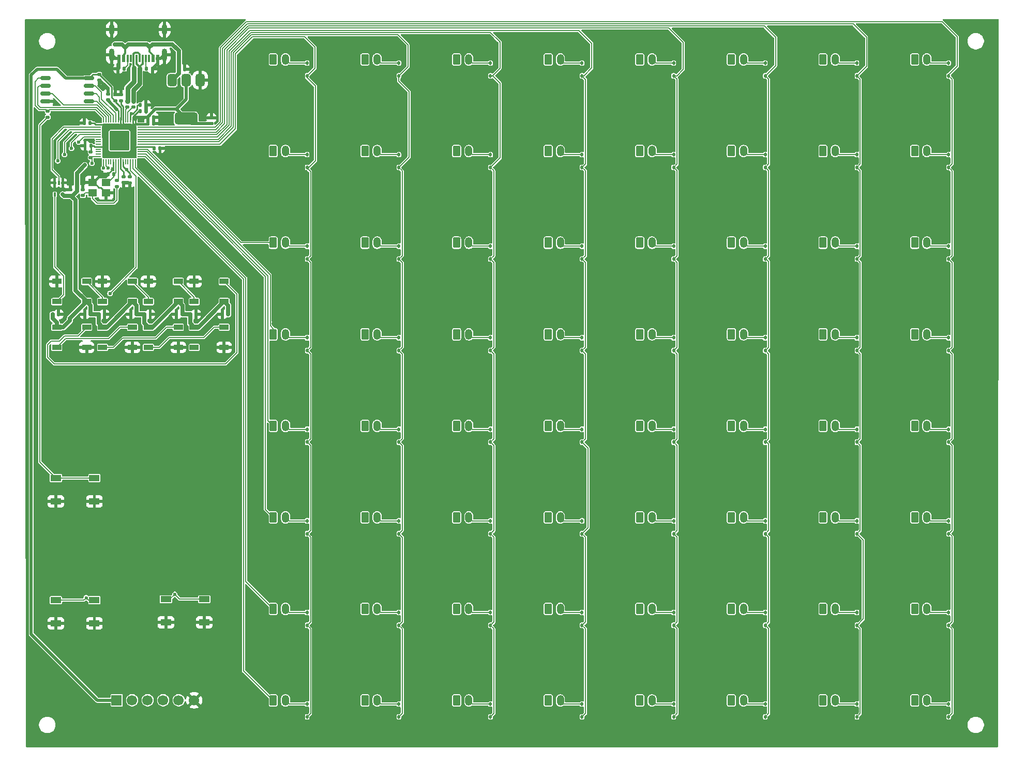
<source format=gbr>
%TF.GenerationSoftware,KiCad,Pcbnew,9.0.1*%
%TF.CreationDate,2025-04-23T11:08:08-04:00*%
%TF.ProjectId,KnH0F,4b6e4830-462e-46b6-9963-61645f706362,rev?*%
%TF.SameCoordinates,Original*%
%TF.FileFunction,Copper,L1,Top*%
%TF.FilePolarity,Positive*%
%FSLAX46Y46*%
G04 Gerber Fmt 4.6, Leading zero omitted, Abs format (unit mm)*
G04 Created by KiCad (PCBNEW 9.0.1) date 2025-04-23 11:08:08*
%MOMM*%
%LPD*%
G01*
G04 APERTURE LIST*
G04 Aperture macros list*
%AMRoundRect*
0 Rectangle with rounded corners*
0 $1 Rounding radius*
0 $2 $3 $4 $5 $6 $7 $8 $9 X,Y pos of 4 corners*
0 Add a 4 corners polygon primitive as box body*
4,1,4,$2,$3,$4,$5,$6,$7,$8,$9,$2,$3,0*
0 Add four circle primitives for the rounded corners*
1,1,$1+$1,$2,$3*
1,1,$1+$1,$4,$5*
1,1,$1+$1,$6,$7*
1,1,$1+$1,$8,$9*
0 Add four rect primitives between the rounded corners*
20,1,$1+$1,$2,$3,$4,$5,0*
20,1,$1+$1,$4,$5,$6,$7,0*
20,1,$1+$1,$6,$7,$8,$9,0*
20,1,$1+$1,$8,$9,$2,$3,0*%
G04 Aperture macros list end*
%TA.AperFunction,SMDPad,CuDef*%
%ADD10RoundRect,0.112500X0.112500X-0.187500X0.112500X0.187500X-0.112500X0.187500X-0.112500X-0.187500X0*%
%TD*%
%TA.AperFunction,ComponentPad*%
%ADD11RoundRect,0.250000X-0.350000X-0.625000X0.350000X-0.625000X0.350000X0.625000X-0.350000X0.625000X0*%
%TD*%
%TA.AperFunction,ComponentPad*%
%ADD12O,1.200000X1.750000*%
%TD*%
%TA.AperFunction,SMDPad,CuDef*%
%ADD13RoundRect,0.140000X-0.140000X-0.170000X0.140000X-0.170000X0.140000X0.170000X-0.140000X0.170000X0*%
%TD*%
%TA.AperFunction,SMDPad,CuDef*%
%ADD14RoundRect,0.140000X0.140000X0.170000X-0.140000X0.170000X-0.140000X-0.170000X0.140000X-0.170000X0*%
%TD*%
%TA.AperFunction,SMDPad,CuDef*%
%ADD15RoundRect,0.050000X-0.387500X-0.050000X0.387500X-0.050000X0.387500X0.050000X-0.387500X0.050000X0*%
%TD*%
%TA.AperFunction,SMDPad,CuDef*%
%ADD16RoundRect,0.050000X-0.050000X-0.387500X0.050000X-0.387500X0.050000X0.387500X-0.050000X0.387500X0*%
%TD*%
%TA.AperFunction,ComponentPad*%
%ADD17C,0.600000*%
%TD*%
%TA.AperFunction,SMDPad,CuDef*%
%ADD18RoundRect,0.144000X-1.456000X-1.456000X1.456000X-1.456000X1.456000X1.456000X-1.456000X1.456000X0*%
%TD*%
%TA.AperFunction,SMDPad,CuDef*%
%ADD19R,1.700000X1.000000*%
%TD*%
%TA.AperFunction,SMDPad,CuDef*%
%ADD20RoundRect,0.140000X0.170000X-0.140000X0.170000X0.140000X-0.170000X0.140000X-0.170000X-0.140000X0*%
%TD*%
%TA.AperFunction,SMDPad,CuDef*%
%ADD21RoundRect,0.090000X-0.660000X-0.360000X0.660000X-0.360000X0.660000X0.360000X-0.660000X0.360000X0*%
%TD*%
%TA.AperFunction,SMDPad,CuDef*%
%ADD22RoundRect,0.140000X-0.170000X0.140000X-0.170000X-0.140000X0.170000X-0.140000X0.170000X0.140000X0*%
%TD*%
%TA.AperFunction,SMDPad,CuDef*%
%ADD23RoundRect,0.135000X0.135000X0.185000X-0.135000X0.185000X-0.135000X-0.185000X0.135000X-0.185000X0*%
%TD*%
%TA.AperFunction,SMDPad,CuDef*%
%ADD24RoundRect,0.090000X0.660000X0.360000X-0.660000X0.360000X-0.660000X-0.360000X0.660000X-0.360000X0*%
%TD*%
%TA.AperFunction,SMDPad,CuDef*%
%ADD25RoundRect,0.135000X-0.185000X0.135000X-0.185000X-0.135000X0.185000X-0.135000X0.185000X0.135000X0*%
%TD*%
%TA.AperFunction,SMDPad,CuDef*%
%ADD26RoundRect,0.375000X-0.375000X0.625000X-0.375000X-0.625000X0.375000X-0.625000X0.375000X0.625000X0*%
%TD*%
%TA.AperFunction,SMDPad,CuDef*%
%ADD27RoundRect,0.500000X-1.400000X0.500000X-1.400000X-0.500000X1.400000X-0.500000X1.400000X0.500000X0*%
%TD*%
%TA.AperFunction,SMDPad,CuDef*%
%ADD28RoundRect,0.135000X-0.135000X-0.185000X0.135000X-0.185000X0.135000X0.185000X-0.135000X0.185000X0*%
%TD*%
%TA.AperFunction,SMDPad,CuDef*%
%ADD29RoundRect,0.100000X-0.100000X0.225000X-0.100000X-0.225000X0.100000X-0.225000X0.100000X0.225000X0*%
%TD*%
%TA.AperFunction,SMDPad,CuDef*%
%ADD30R,0.600000X1.160000*%
%TD*%
%TA.AperFunction,SMDPad,CuDef*%
%ADD31R,0.300000X1.160000*%
%TD*%
%TA.AperFunction,HeatsinkPad*%
%ADD32O,0.900000X2.000000*%
%TD*%
%TA.AperFunction,HeatsinkPad*%
%ADD33O,0.900000X1.700000*%
%TD*%
%TA.AperFunction,SMDPad,CuDef*%
%ADD34R,1.400000X1.200000*%
%TD*%
%TA.AperFunction,SMDPad,CuDef*%
%ADD35RoundRect,0.162500X-0.650000X-0.162500X0.650000X-0.162500X0.650000X0.162500X-0.650000X0.162500X0*%
%TD*%
%TA.AperFunction,ComponentPad*%
%ADD36R,1.700000X1.700000*%
%TD*%
%TA.AperFunction,ComponentPad*%
%ADD37C,1.700000*%
%TD*%
%TA.AperFunction,ViaPad*%
%ADD38C,0.600000*%
%TD*%
%TA.AperFunction,Conductor*%
%ADD39C,0.200000*%
%TD*%
%TA.AperFunction,Conductor*%
%ADD40C,0.700000*%
%TD*%
%TA.AperFunction,Conductor*%
%ADD41C,0.350000*%
%TD*%
%TA.AperFunction,Conductor*%
%ADD42C,0.500000*%
%TD*%
%TA.AperFunction,Conductor*%
%ADD43C,0.400000*%
%TD*%
%TA.AperFunction,Conductor*%
%ADD44C,0.250000*%
%TD*%
%TA.AperFunction,Conductor*%
%ADD45C,0.800000*%
%TD*%
%TA.AperFunction,Conductor*%
%ADD46C,0.300000*%
%TD*%
G04 APERTURE END LIST*
D10*
%TO.P,D42,1,K*%
%TO.N,COL1*%
X81550000Y-104677500D03*
%TO.P,D42,2,A*%
%TO.N,Net-(D42-A)*%
X81550000Y-102577500D03*
%TD*%
D11*
%TO.P,SW53,1,1*%
%TO.N,ROW6*%
X121000000Y-117000000D03*
D12*
%TO.P,SW53,2,2*%
%TO.N,Net-(D53-A)*%
X123000000Y-117000000D03*
%TD*%
D10*
%TO.P,D62,1,K*%
%TO.N,COL5*%
X141550000Y-134677500D03*
%TO.P,D62,2,A*%
%TO.N,Net-(D62-A)*%
X141550000Y-132577500D03*
%TD*%
D11*
%TO.P,SW36,1,1*%
%TO.N,ROW4*%
X106000000Y-87000000D03*
D12*
%TO.P,SW36,2,2*%
%TO.N,Net-(D36-A)*%
X108000000Y-87000000D03*
%TD*%
D10*
%TO.P,D26,1,K*%
%TO.N,COL1*%
X81550000Y-74677500D03*
%TO.P,D26,2,A*%
%TO.N,Net-(D26-A)*%
X81550000Y-72577500D03*
%TD*%
D11*
%TO.P,SW37,1,1*%
%TO.N,ROW4*%
X121000000Y-87000000D03*
D12*
%TO.P,SW37,2,2*%
%TO.N,Net-(D37-A)*%
X123000000Y-87000000D03*
%TD*%
D11*
%TO.P,SW32,1,1*%
%TO.N,ROW3*%
X166000000Y-72000000D03*
D12*
%TO.P,SW32,2,2*%
%TO.N,Net-(D32-A)*%
X168000000Y-72000000D03*
%TD*%
D11*
%TO.P,SW44,1,1*%
%TO.N,ROW5*%
X106000000Y-102000000D03*
D12*
%TO.P,SW44,2,2*%
%TO.N,Net-(D44-A)*%
X108000000Y-102000000D03*
%TD*%
D11*
%TO.P,SW20,1,1*%
%TO.N,ROW2*%
X106000000Y-57000000D03*
D12*
%TO.P,SW20,2,2*%
%TO.N,Net-(D20-A)*%
X108000000Y-57000000D03*
%TD*%
D10*
%TO.P,D10,1,K*%
%TO.N,COL1*%
X81550000Y-44677500D03*
%TO.P,D10,2,A*%
%TO.N,Net-(D10-A)*%
X81550000Y-42577500D03*
%TD*%
%TO.P,D63,1,K*%
%TO.N,COL6*%
X156550000Y-134677500D03*
%TO.P,D63,2,A*%
%TO.N,Net-(D63-A)*%
X156550000Y-132577500D03*
%TD*%
%TO.P,D7,1,K*%
%TO.N,COL6*%
X156550000Y-29677500D03*
%TO.P,D7,2,A*%
%TO.N,Net-(D7-A)*%
X156550000Y-27577500D03*
%TD*%
%TO.P,D48,1,K*%
%TO.N,COL7*%
X171550000Y-104677500D03*
%TO.P,D48,2,A*%
%TO.N,Net-(D48-A)*%
X171550000Y-102577500D03*
%TD*%
%TO.P,D27,1,K*%
%TO.N,COL2*%
X96550000Y-74677500D03*
%TO.P,D27,2,A*%
%TO.N,Net-(D27-A)*%
X96550000Y-72577500D03*
%TD*%
D11*
%TO.P,SW6,1,1*%
%TO.N,ROW0*%
X136000000Y-27000000D03*
D12*
%TO.P,SW6,2,2*%
%TO.N,Net-(D6-A)*%
X138000000Y-27000000D03*
%TD*%
D10*
%TO.P,D6,1,K*%
%TO.N,COL5*%
X141550000Y-29677500D03*
%TO.P,D6,2,A*%
%TO.N,Net-(D6-A)*%
X141550000Y-27577500D03*
%TD*%
D11*
%TO.P,SW29,1,1*%
%TO.N,ROW3*%
X121000000Y-72000000D03*
D12*
%TO.P,SW29,2,2*%
%TO.N,Net-(D29-A)*%
X123000000Y-72000000D03*
%TD*%
D10*
%TO.P,D1,1,K*%
%TO.N,COL0*%
X66550000Y-29677500D03*
%TO.P,D1,2,A*%
%TO.N,Net-(D1-A)*%
X66550000Y-27577500D03*
%TD*%
D11*
%TO.P,SW47,1,1*%
%TO.N,ROW5*%
X151000000Y-102000000D03*
D12*
%TO.P,SW47,2,2*%
%TO.N,Net-(D47-A)*%
X153000000Y-102000000D03*
%TD*%
D11*
%TO.P,SW48,1,1*%
%TO.N,ROW5*%
X166000000Y-102000000D03*
D12*
%TO.P,SW48,2,2*%
%TO.N,Net-(D48-A)*%
X168000000Y-102000000D03*
%TD*%
D11*
%TO.P,SW4,1,1*%
%TO.N,ROW0*%
X106000000Y-27000000D03*
D12*
%TO.P,SW4,2,2*%
%TO.N,Net-(D4-A)*%
X108000000Y-27000000D03*
%TD*%
D11*
%TO.P,SW23,1,1*%
%TO.N,ROW2*%
X151000000Y-57000000D03*
D12*
%TO.P,SW23,2,2*%
%TO.N,Net-(D23-A)*%
X153000000Y-57000000D03*
%TD*%
D11*
%TO.P,SW28,1,1*%
%TO.N,ROW3*%
X106000000Y-72000000D03*
D12*
%TO.P,SW28,2,2*%
%TO.N,Net-(D28-A)*%
X108000000Y-72000000D03*
%TD*%
D11*
%TO.P,SW62,1,1*%
%TO.N,ROW7*%
X136000000Y-132000000D03*
D12*
%TO.P,SW62,2,2*%
%TO.N,Net-(D62-A)*%
X138000000Y-132000000D03*
%TD*%
D10*
%TO.P,D32,1,K*%
%TO.N,COL7*%
X171550000Y-74677500D03*
%TO.P,D32,2,A*%
%TO.N,Net-(D32-A)*%
X171550000Y-72577500D03*
%TD*%
%TO.P,D17,1,K*%
%TO.N,COL0*%
X66550000Y-59677500D03*
%TO.P,D17,2,A*%
%TO.N,Net-(D17-A)*%
X66550000Y-57577500D03*
%TD*%
D11*
%TO.P,SW63,1,1*%
%TO.N,ROW7*%
X151000000Y-132000000D03*
D12*
%TO.P,SW63,2,2*%
%TO.N,Net-(D63-A)*%
X153000000Y-132000000D03*
%TD*%
D11*
%TO.P,SW18,1,1*%
%TO.N,ROW2*%
X76000000Y-57000000D03*
D12*
%TO.P,SW18,2,2*%
%TO.N,Net-(D18-A)*%
X78000000Y-57000000D03*
%TD*%
D10*
%TO.P,D14,1,K*%
%TO.N,COL5*%
X141550000Y-44677500D03*
%TO.P,D14,2,A*%
%TO.N,Net-(D14-A)*%
X141550000Y-42577500D03*
%TD*%
D11*
%TO.P,SW51,1,1*%
%TO.N,ROW6*%
X91000000Y-117000000D03*
D12*
%TO.P,SW51,2,2*%
%TO.N,Net-(D51-A)*%
X93000000Y-117000000D03*
%TD*%
D11*
%TO.P,SW61,1,1*%
%TO.N,ROW7*%
X121000000Y-132000000D03*
D12*
%TO.P,SW61,2,2*%
%TO.N,Net-(D61-A)*%
X123000000Y-132000000D03*
%TD*%
D10*
%TO.P,D40,1,K*%
%TO.N,COL7*%
X171550000Y-89677500D03*
%TO.P,D40,2,A*%
%TO.N,Net-(D40-A)*%
X171550000Y-87577500D03*
%TD*%
D11*
%TO.P,SW1,1,1*%
%TO.N,ROW0*%
X61000000Y-27000000D03*
D12*
%TO.P,SW1,2,2*%
%TO.N,Net-(D1-A)*%
X63000000Y-27000000D03*
%TD*%
D11*
%TO.P,SW33,1,1*%
%TO.N,ROW4*%
X61000000Y-87000000D03*
D12*
%TO.P,SW33,2,2*%
%TO.N,Net-(D33-A)*%
X63000000Y-87000000D03*
%TD*%
D11*
%TO.P,SW58,1,1*%
%TO.N,ROW7*%
X76000000Y-132000000D03*
D12*
%TO.P,SW58,2,2*%
%TO.N,Net-(D58-A)*%
X78000000Y-132000000D03*
%TD*%
D10*
%TO.P,D25,1,K*%
%TO.N,COL0*%
X66550000Y-74677500D03*
%TO.P,D25,2,A*%
%TO.N,Net-(D25-A)*%
X66550000Y-72577500D03*
%TD*%
D11*
%TO.P,SW25,1,1*%
%TO.N,ROW3*%
X61000000Y-72000000D03*
D12*
%TO.P,SW25,2,2*%
%TO.N,Net-(D25-A)*%
X63000000Y-72000000D03*
%TD*%
D11*
%TO.P,SW8,1,1*%
%TO.N,ROW0*%
X166000000Y-27000000D03*
D12*
%TO.P,SW8,2,2*%
%TO.N,Net-(D8-A)*%
X168000000Y-27000000D03*
%TD*%
D10*
%TO.P,D47,1,K*%
%TO.N,COL6*%
X156550000Y-104677500D03*
%TO.P,D47,2,A*%
%TO.N,Net-(D47-A)*%
X156550000Y-102577500D03*
%TD*%
D11*
%TO.P,SW7,1,1*%
%TO.N,ROW0*%
X151000000Y-27000000D03*
D12*
%TO.P,SW7,2,2*%
%TO.N,Net-(D7-A)*%
X153000000Y-27000000D03*
%TD*%
D11*
%TO.P,SW38,1,1*%
%TO.N,ROW4*%
X136000000Y-87000000D03*
D12*
%TO.P,SW38,2,2*%
%TO.N,Net-(D38-A)*%
X138000000Y-87000000D03*
%TD*%
D10*
%TO.P,D2,1,K*%
%TO.N,COL1*%
X81550000Y-29677500D03*
%TO.P,D2,2,A*%
%TO.N,Net-(D2-A)*%
X81550000Y-27577500D03*
%TD*%
%TO.P,D64,1,K*%
%TO.N,COL7*%
X171550000Y-134677500D03*
%TO.P,D64,2,A*%
%TO.N,Net-(D64-A)*%
X171550000Y-132577500D03*
%TD*%
D11*
%TO.P,SW35,1,1*%
%TO.N,ROW4*%
X91000000Y-87000000D03*
D12*
%TO.P,SW35,2,2*%
%TO.N,Net-(D35-A)*%
X93000000Y-87000000D03*
%TD*%
D11*
%TO.P,SW2,1,1*%
%TO.N,ROW0*%
X76000000Y-27000000D03*
D12*
%TO.P,SW2,2,2*%
%TO.N,Net-(D2-A)*%
X78000000Y-27000000D03*
%TD*%
D10*
%TO.P,D29,1,K*%
%TO.N,COL4*%
X126550000Y-74677500D03*
%TO.P,D29,2,A*%
%TO.N,Net-(D29-A)*%
X126550000Y-72577500D03*
%TD*%
%TO.P,D3,1,K*%
%TO.N,COL2*%
X96550000Y-29677500D03*
%TO.P,D3,2,A*%
%TO.N,Net-(D3-A)*%
X96550000Y-27577500D03*
%TD*%
D11*
%TO.P,SW16,1,1*%
%TO.N,ROW1*%
X166000000Y-42000000D03*
D12*
%TO.P,SW16,2,2*%
%TO.N,Net-(D16-A)*%
X168000000Y-42000000D03*
%TD*%
D11*
%TO.P,SW21,1,1*%
%TO.N,ROW2*%
X121000000Y-57000000D03*
D12*
%TO.P,SW21,2,2*%
%TO.N,Net-(D21-A)*%
X123000000Y-57000000D03*
%TD*%
D11*
%TO.P,SW27,1,1*%
%TO.N,ROW3*%
X91000000Y-72000000D03*
D12*
%TO.P,SW27,2,2*%
%TO.N,Net-(D27-A)*%
X93000000Y-72000000D03*
%TD*%
D11*
%TO.P,SW9,1,1*%
%TO.N,ROW1*%
X61000000Y-42000000D03*
D12*
%TO.P,SW9,2,2*%
%TO.N,Net-(D9-A)*%
X63000000Y-42000000D03*
%TD*%
D10*
%TO.P,D50,1,K*%
%TO.N,COL1*%
X81550000Y-119677500D03*
%TO.P,D50,2,A*%
%TO.N,Net-(D50-A)*%
X81550000Y-117577500D03*
%TD*%
%TO.P,D51,1,K*%
%TO.N,COL2*%
X96550000Y-119677500D03*
%TO.P,D51,2,A*%
%TO.N,Net-(D51-A)*%
X96550000Y-117577500D03*
%TD*%
%TO.P,D22,1,K*%
%TO.N,COL5*%
X141550000Y-59677500D03*
%TO.P,D22,2,A*%
%TO.N,Net-(D22-A)*%
X141550000Y-57577500D03*
%TD*%
%TO.P,D58,1,K*%
%TO.N,COL1*%
X81550000Y-134677500D03*
%TO.P,D58,2,A*%
%TO.N,Net-(D58-A)*%
X81550000Y-132577500D03*
%TD*%
%TO.P,D36,1,K*%
%TO.N,COL3*%
X111550000Y-89677500D03*
%TO.P,D36,2,A*%
%TO.N,Net-(D36-A)*%
X111550000Y-87577500D03*
%TD*%
%TO.P,D5,1,K*%
%TO.N,COL4*%
X126550000Y-29677500D03*
%TO.P,D5,2,A*%
%TO.N,Net-(D5-A)*%
X126550000Y-27577500D03*
%TD*%
%TO.P,D15,1,K*%
%TO.N,COL6*%
X156550000Y-44677500D03*
%TO.P,D15,2,A*%
%TO.N,Net-(D15-A)*%
X156550000Y-42577500D03*
%TD*%
%TO.P,D30,1,K*%
%TO.N,COL5*%
X141550000Y-74677500D03*
%TO.P,D30,2,A*%
%TO.N,Net-(D30-A)*%
X141550000Y-72577500D03*
%TD*%
%TO.P,D23,1,K*%
%TO.N,COL6*%
X156550000Y-59677500D03*
%TO.P,D23,2,A*%
%TO.N,Net-(D23-A)*%
X156550000Y-57577500D03*
%TD*%
D11*
%TO.P,SW46,1,1*%
%TO.N,ROW5*%
X136000000Y-102000000D03*
D12*
%TO.P,SW46,2,2*%
%TO.N,Net-(D46-A)*%
X138000000Y-102000000D03*
%TD*%
D10*
%TO.P,D21,1,K*%
%TO.N,COL4*%
X126550000Y-59677500D03*
%TO.P,D21,2,A*%
%TO.N,Net-(D21-A)*%
X126550000Y-57577500D03*
%TD*%
%TO.P,D45,1,K*%
%TO.N,COL4*%
X126550000Y-104677500D03*
%TO.P,D45,2,A*%
%TO.N,Net-(D45-A)*%
X126550000Y-102577500D03*
%TD*%
%TO.P,D13,1,K*%
%TO.N,COL4*%
X126550000Y-44677500D03*
%TO.P,D13,2,A*%
%TO.N,Net-(D13-A)*%
X126550000Y-42577500D03*
%TD*%
%TO.P,D52,1,K*%
%TO.N,COL3*%
X111550000Y-119677500D03*
%TO.P,D52,2,A*%
%TO.N,Net-(D52-A)*%
X111550000Y-117577500D03*
%TD*%
%TO.P,D43,1,K*%
%TO.N,COL2*%
X96550000Y-104677500D03*
%TO.P,D43,2,A*%
%TO.N,Net-(D43-A)*%
X96550000Y-102577500D03*
%TD*%
D11*
%TO.P,SW49,1,1*%
%TO.N,ROW6*%
X61000000Y-117000000D03*
D12*
%TO.P,SW49,2,2*%
%TO.N,Net-(D49-A)*%
X63000000Y-117000000D03*
%TD*%
D10*
%TO.P,D55,1,K*%
%TO.N,COL6*%
X156550000Y-119677500D03*
%TO.P,D55,2,A*%
%TO.N,Net-(D55-A)*%
X156550000Y-117577500D03*
%TD*%
D11*
%TO.P,SW40,1,1*%
%TO.N,ROW4*%
X166000000Y-87000000D03*
D12*
%TO.P,SW40,2,2*%
%TO.N,Net-(D40-A)*%
X168000000Y-87000000D03*
%TD*%
D10*
%TO.P,D44,1,K*%
%TO.N,COL3*%
X111550000Y-104677500D03*
%TO.P,D44,2,A*%
%TO.N,Net-(D44-A)*%
X111550000Y-102577500D03*
%TD*%
%TO.P,D49,1,K*%
%TO.N,COL0*%
X66550000Y-119677500D03*
%TO.P,D49,2,A*%
%TO.N,Net-(D49-A)*%
X66550000Y-117577500D03*
%TD*%
D11*
%TO.P,SW5,1,1*%
%TO.N,ROW0*%
X121000000Y-27000000D03*
D12*
%TO.P,SW5,2,2*%
%TO.N,Net-(D5-A)*%
X123000000Y-27000000D03*
%TD*%
D11*
%TO.P,SW30,1,1*%
%TO.N,ROW3*%
X136000000Y-72000000D03*
D12*
%TO.P,SW30,2,2*%
%TO.N,Net-(D30-A)*%
X138000000Y-72000000D03*
%TD*%
D11*
%TO.P,SW10,1,1*%
%TO.N,ROW1*%
X76000000Y-42000000D03*
D12*
%TO.P,SW10,2,2*%
%TO.N,Net-(D10-A)*%
X78000000Y-42000000D03*
%TD*%
D11*
%TO.P,SW17,1,1*%
%TO.N,ROW2*%
X61000000Y-57000000D03*
D12*
%TO.P,SW17,2,2*%
%TO.N,Net-(D17-A)*%
X63000000Y-57000000D03*
%TD*%
D11*
%TO.P,SW22,1,1*%
%TO.N,ROW2*%
X136000000Y-57000000D03*
D12*
%TO.P,SW22,2,2*%
%TO.N,Net-(D22-A)*%
X138000000Y-57000000D03*
%TD*%
D11*
%TO.P,SW55,1,1*%
%TO.N,ROW6*%
X151000000Y-117000000D03*
D12*
%TO.P,SW55,2,2*%
%TO.N,Net-(D55-A)*%
X153000000Y-117000000D03*
%TD*%
D11*
%TO.P,SW31,1,1*%
%TO.N,ROW3*%
X151000000Y-72000000D03*
D12*
%TO.P,SW31,2,2*%
%TO.N,Net-(D31-A)*%
X153000000Y-72000000D03*
%TD*%
D11*
%TO.P,SW19,1,1*%
%TO.N,ROW2*%
X91000000Y-57000000D03*
D12*
%TO.P,SW19,2,2*%
%TO.N,Net-(D19-A)*%
X93000000Y-57000000D03*
%TD*%
D10*
%TO.P,D9,1,K*%
%TO.N,COL0*%
X66550000Y-44677500D03*
%TO.P,D9,2,A*%
%TO.N,Net-(D9-A)*%
X66550000Y-42577500D03*
%TD*%
%TO.P,D20,1,K*%
%TO.N,COL3*%
X111550000Y-59677500D03*
%TO.P,D20,2,A*%
%TO.N,Net-(D20-A)*%
X111550000Y-57577500D03*
%TD*%
D11*
%TO.P,SW15,1,1*%
%TO.N,ROW1*%
X151000000Y-42000000D03*
D12*
%TO.P,SW15,2,2*%
%TO.N,Net-(D15-A)*%
X153000000Y-42000000D03*
%TD*%
D11*
%TO.P,SW3,1,1*%
%TO.N,ROW0*%
X91000000Y-27000000D03*
D12*
%TO.P,SW3,2,2*%
%TO.N,Net-(D3-A)*%
X93000000Y-27000000D03*
%TD*%
D10*
%TO.P,D56,1,K*%
%TO.N,COL7*%
X171550000Y-119677500D03*
%TO.P,D56,2,A*%
%TO.N,Net-(D56-A)*%
X171550000Y-117577500D03*
%TD*%
D11*
%TO.P,SW26,1,1*%
%TO.N,ROW3*%
X76000000Y-72000000D03*
D12*
%TO.P,SW26,2,2*%
%TO.N,Net-(D26-A)*%
X78000000Y-72000000D03*
%TD*%
D11*
%TO.P,SW34,1,1*%
%TO.N,ROW4*%
X76000000Y-87000000D03*
D12*
%TO.P,SW34,2,2*%
%TO.N,Net-(D34-A)*%
X78000000Y-87000000D03*
%TD*%
D11*
%TO.P,SW54,1,1*%
%TO.N,ROW6*%
X136000000Y-117000000D03*
D12*
%TO.P,SW54,2,2*%
%TO.N,Net-(D54-A)*%
X138000000Y-117000000D03*
%TD*%
D11*
%TO.P,SW64,1,1*%
%TO.N,ROW7*%
X166000000Y-132000000D03*
D12*
%TO.P,SW64,2,2*%
%TO.N,Net-(D64-A)*%
X168000000Y-132000000D03*
%TD*%
D10*
%TO.P,D31,1,K*%
%TO.N,COL6*%
X156550000Y-74677500D03*
%TO.P,D31,2,A*%
%TO.N,Net-(D31-A)*%
X156550000Y-72577500D03*
%TD*%
%TO.P,D33,1,K*%
%TO.N,COL0*%
X66550000Y-89677500D03*
%TO.P,D33,2,A*%
%TO.N,Net-(D33-A)*%
X66550000Y-87577500D03*
%TD*%
D11*
%TO.P,SW50,1,1*%
%TO.N,ROW6*%
X76000000Y-117000000D03*
D12*
%TO.P,SW50,2,2*%
%TO.N,Net-(D50-A)*%
X78000000Y-117000000D03*
%TD*%
D10*
%TO.P,D11,1,K*%
%TO.N,COL2*%
X96550000Y-44677500D03*
%TO.P,D11,2,A*%
%TO.N,Net-(D11-A)*%
X96550000Y-42577500D03*
%TD*%
%TO.P,D16,1,K*%
%TO.N,COL7*%
X171550000Y-44677500D03*
%TO.P,D16,2,A*%
%TO.N,Net-(D16-A)*%
X171550000Y-42577500D03*
%TD*%
%TO.P,D12,1,K*%
%TO.N,COL3*%
X111550000Y-44677500D03*
%TO.P,D12,2,A*%
%TO.N,Net-(D12-A)*%
X111550000Y-42577500D03*
%TD*%
D11*
%TO.P,SW12,1,1*%
%TO.N,ROW1*%
X106000000Y-42000000D03*
D12*
%TO.P,SW12,2,2*%
%TO.N,Net-(D12-A)*%
X108000000Y-42000000D03*
%TD*%
D11*
%TO.P,SW43,1,1*%
%TO.N,ROW5*%
X91000000Y-102000000D03*
D12*
%TO.P,SW43,2,2*%
%TO.N,Net-(D43-A)*%
X93000000Y-102000000D03*
%TD*%
D11*
%TO.P,SW60,1,1*%
%TO.N,ROW7*%
X106000000Y-132000000D03*
D12*
%TO.P,SW60,2,2*%
%TO.N,Net-(D60-A)*%
X108000000Y-132000000D03*
%TD*%
D11*
%TO.P,SW52,1,1*%
%TO.N,ROW6*%
X106000000Y-117000000D03*
D12*
%TO.P,SW52,2,2*%
%TO.N,Net-(D52-A)*%
X108000000Y-117000000D03*
%TD*%
D10*
%TO.P,D4,1,K*%
%TO.N,COL3*%
X111550000Y-29677500D03*
%TO.P,D4,2,A*%
%TO.N,Net-(D4-A)*%
X111550000Y-27577500D03*
%TD*%
%TO.P,D41,1,K*%
%TO.N,COL0*%
X66550000Y-104677500D03*
%TO.P,D41,2,A*%
%TO.N,Net-(D41-A)*%
X66550000Y-102577500D03*
%TD*%
%TO.P,D8,1,K*%
%TO.N,COL7*%
X171550000Y-29677500D03*
%TO.P,D8,2,A*%
%TO.N,Net-(D8-A)*%
X171550000Y-27577500D03*
%TD*%
%TO.P,D34,1,K*%
%TO.N,COL1*%
X81550000Y-89677500D03*
%TO.P,D34,2,A*%
%TO.N,Net-(D34-A)*%
X81550000Y-87577500D03*
%TD*%
%TO.P,D37,1,K*%
%TO.N,COL4*%
X126550000Y-89677500D03*
%TO.P,D37,2,A*%
%TO.N,Net-(D37-A)*%
X126550000Y-87577500D03*
%TD*%
%TO.P,D59,1,K*%
%TO.N,COL2*%
X96550000Y-134677500D03*
%TO.P,D59,2,A*%
%TO.N,Net-(D59-A)*%
X96550000Y-132577500D03*
%TD*%
%TO.P,D60,1,K*%
%TO.N,COL3*%
X111550000Y-134677500D03*
%TO.P,D60,2,A*%
%TO.N,Net-(D60-A)*%
X111550000Y-132577500D03*
%TD*%
D11*
%TO.P,SW14,1,1*%
%TO.N,ROW1*%
X136000000Y-42000000D03*
D12*
%TO.P,SW14,2,2*%
%TO.N,Net-(D14-A)*%
X138000000Y-42000000D03*
%TD*%
D10*
%TO.P,D39,1,K*%
%TO.N,COL6*%
X156550000Y-89677500D03*
%TO.P,D39,2,A*%
%TO.N,Net-(D39-A)*%
X156550000Y-87577500D03*
%TD*%
%TO.P,D19,1,K*%
%TO.N,COL2*%
X96550000Y-59677500D03*
%TO.P,D19,2,A*%
%TO.N,Net-(D19-A)*%
X96550000Y-57577500D03*
%TD*%
%TO.P,D28,1,K*%
%TO.N,COL3*%
X111550000Y-74677500D03*
%TO.P,D28,2,A*%
%TO.N,Net-(D28-A)*%
X111550000Y-72577500D03*
%TD*%
%TO.P,D53,1,K*%
%TO.N,COL4*%
X126550000Y-119677500D03*
%TO.P,D53,2,A*%
%TO.N,Net-(D53-A)*%
X126550000Y-117577500D03*
%TD*%
%TO.P,D35,1,K*%
%TO.N,COL2*%
X96550000Y-89677500D03*
%TO.P,D35,2,A*%
%TO.N,Net-(D35-A)*%
X96550000Y-87577500D03*
%TD*%
%TO.P,D18,1,K*%
%TO.N,COL1*%
X81550000Y-59677500D03*
%TO.P,D18,2,A*%
%TO.N,Net-(D18-A)*%
X81550000Y-57577500D03*
%TD*%
D11*
%TO.P,SW57,1,1*%
%TO.N,ROW7*%
X61000000Y-132000000D03*
D12*
%TO.P,SW57,2,2*%
%TO.N,Net-(D57-A)*%
X63000000Y-132000000D03*
%TD*%
D10*
%TO.P,D54,1,K*%
%TO.N,COL5*%
X141550000Y-119677500D03*
%TO.P,D54,2,A*%
%TO.N,Net-(D54-A)*%
X141550000Y-117577500D03*
%TD*%
%TO.P,D57,1,K*%
%TO.N,COL0*%
X66550000Y-134677500D03*
%TO.P,D57,2,A*%
%TO.N,Net-(D57-A)*%
X66550000Y-132577500D03*
%TD*%
%TO.P,D46,1,K*%
%TO.N,COL5*%
X141550000Y-104677500D03*
%TO.P,D46,2,A*%
%TO.N,Net-(D46-A)*%
X141550000Y-102577500D03*
%TD*%
D11*
%TO.P,SW39,1,1*%
%TO.N,ROW4*%
X151000000Y-87000000D03*
D12*
%TO.P,SW39,2,2*%
%TO.N,Net-(D39-A)*%
X153000000Y-87000000D03*
%TD*%
D11*
%TO.P,SW59,1,1*%
%TO.N,ROW7*%
X91000000Y-132000000D03*
D12*
%TO.P,SW59,2,2*%
%TO.N,Net-(D59-A)*%
X93000000Y-132000000D03*
%TD*%
D11*
%TO.P,SW13,1,1*%
%TO.N,ROW1*%
X121000000Y-42000000D03*
D12*
%TO.P,SW13,2,2*%
%TO.N,Net-(D13-A)*%
X123000000Y-42000000D03*
%TD*%
D10*
%TO.P,D61,1,K*%
%TO.N,COL4*%
X126550000Y-134677500D03*
%TO.P,D61,2,A*%
%TO.N,Net-(D61-A)*%
X126550000Y-132577500D03*
%TD*%
D11*
%TO.P,SW45,1,1*%
%TO.N,ROW5*%
X121000000Y-102000000D03*
D12*
%TO.P,SW45,2,2*%
%TO.N,Net-(D45-A)*%
X123000000Y-102000000D03*
%TD*%
D10*
%TO.P,D38,1,K*%
%TO.N,COL5*%
X141550000Y-89677500D03*
%TO.P,D38,2,A*%
%TO.N,Net-(D38-A)*%
X141550000Y-87577500D03*
%TD*%
D11*
%TO.P,SW42,1,1*%
%TO.N,ROW5*%
X76000000Y-102000000D03*
D12*
%TO.P,SW42,2,2*%
%TO.N,Net-(D42-A)*%
X78000000Y-102000000D03*
%TD*%
D11*
%TO.P,SW11,1,1*%
%TO.N,ROW1*%
X91000000Y-42000000D03*
D12*
%TO.P,SW11,2,2*%
%TO.N,Net-(D11-A)*%
X93000000Y-42000000D03*
%TD*%
D11*
%TO.P,SW56,1,1*%
%TO.N,ROW6*%
X166000000Y-117000000D03*
D12*
%TO.P,SW56,2,2*%
%TO.N,Net-(D56-A)*%
X168000000Y-117000000D03*
%TD*%
D10*
%TO.P,D24,1,K*%
%TO.N,COL7*%
X171550000Y-59677500D03*
%TO.P,D24,2,A*%
%TO.N,Net-(D24-A)*%
X171550000Y-57577500D03*
%TD*%
D11*
%TO.P,SW24,1,1*%
%TO.N,ROW2*%
X166000000Y-57000000D03*
D12*
%TO.P,SW24,2,2*%
%TO.N,Net-(D24-A)*%
X168000000Y-57000000D03*
%TD*%
D11*
%TO.P,SW41,1,1*%
%TO.N,ROW5*%
X61000000Y-102000000D03*
D12*
%TO.P,SW41,2,2*%
%TO.N,Net-(D41-A)*%
X63000000Y-102000000D03*
%TD*%
D13*
%TO.P,C21,1*%
%TO.N,+3V3*%
X39222500Y-35475000D03*
%TO.P,C21,2*%
%TO.N,GND*%
X40182500Y-35475000D03*
%TD*%
D14*
%TO.P,C25,1*%
%TO.N,/XIN*%
X34887746Y-45770000D03*
%TO.P,C25,2*%
%TO.N,GND*%
X33927746Y-45770000D03*
%TD*%
%TO.P,C4,1*%
%TO.N,+5V*%
X53605000Y-68730000D03*
%TO.P,C4,2*%
%TO.N,GND*%
X52645000Y-68730000D03*
%TD*%
%TO.P,C16,1*%
%TO.N,+3V3*%
X31142500Y-41130000D03*
%TO.P,C16,2*%
%TO.N,GND*%
X30182500Y-41130000D03*
%TD*%
D15*
%TO.P,U3,1,IOVDD*%
%TO.N,+3V3*%
X32370246Y-37690000D03*
%TO.P,U3,2,GPIO0*%
%TO.N,/NEO3V3*%
X32370246Y-38090000D03*
%TO.P,U3,3,GPIO1*%
%TO.N,/GPIO1*%
X32370246Y-38490000D03*
%TO.P,U3,4,GPIO2*%
%TO.N,/GPIO2*%
X32370246Y-38890000D03*
%TO.P,U3,5,GPIO3*%
%TO.N,/GPIO3*%
X32370246Y-39290000D03*
%TO.P,U3,6,GPIO4*%
%TO.N,/GPIO4*%
X32370246Y-39690000D03*
%TO.P,U3,7,GPIO5*%
%TO.N,unconnected-(U3-GPIO5-Pad7)*%
X32370246Y-40090000D03*
%TO.P,U3,8,GPIO6*%
%TO.N,unconnected-(U3-GPIO6-Pad8)*%
X32370246Y-40490000D03*
%TO.P,U3,9,GPIO7*%
%TO.N,unconnected-(U3-GPIO7-Pad9)*%
X32370246Y-40890000D03*
%TO.P,U3,10,IOVDD*%
%TO.N,+3V3*%
X32370246Y-41290000D03*
%TO.P,U3,11,GPIO8*%
%TO.N,unconnected-(U3-GPIO8-Pad11)*%
X32370246Y-41690000D03*
%TO.P,U3,12,GPIO9*%
%TO.N,unconnected-(U3-GPIO9-Pad12)*%
X32370246Y-42090000D03*
%TO.P,U3,13,GPIO10*%
%TO.N,unconnected-(U3-GPIO10-Pad13)*%
X32370246Y-42490000D03*
%TO.P,U3,14,GPIO11*%
%TO.N,/HWTEST*%
X32370246Y-42890000D03*
D16*
%TO.P,U3,15,GPIO12*%
%TO.N,ROW1*%
X33207746Y-43727500D03*
%TO.P,U3,16,GPIO13*%
%TO.N,ROW0*%
X33607746Y-43727500D03*
%TO.P,U3,17,GPIO14*%
%TO.N,unconnected-(U3-GPIO14-Pad17)*%
X34007746Y-43727500D03*
%TO.P,U3,18,GPIO15*%
%TO.N,unconnected-(U3-GPIO15-Pad18)*%
X34407746Y-43727500D03*
%TO.P,U3,19,TESTEN*%
%TO.N,GND*%
X34807746Y-43727500D03*
%TO.P,U3,20,XIN*%
%TO.N,/XIN*%
X35207746Y-43727500D03*
%TO.P,U3,21,XOUT*%
%TO.N,/XOUT*%
X35607746Y-43727500D03*
%TO.P,U3,22,IOVDD*%
%TO.N,+3V3*%
X36007746Y-43727500D03*
%TO.P,U3,23,DVDD*%
%TO.N,+1V1*%
X36407746Y-43727500D03*
%TO.P,U3,24,SWCLK*%
%TO.N,unconnected-(U3-SWCLK-Pad24)*%
X36807746Y-43727500D03*
%TO.P,U3,25,SWD*%
%TO.N,unconnected-(U3-SWD-Pad25)*%
X37207746Y-43727500D03*
%TO.P,U3,26,RUN*%
%TO.N,/RUN*%
X37607746Y-43727500D03*
%TO.P,U3,27,GPIO16*%
%TO.N,ROW7*%
X38007746Y-43727500D03*
%TO.P,U3,28,GPIO17*%
%TO.N,ROW6*%
X38407746Y-43727500D03*
D15*
%TO.P,U3,29,GPIO18*%
%TO.N,ROW5*%
X39245246Y-42890000D03*
%TO.P,U3,30,GPIO19*%
%TO.N,ROW4*%
X39245246Y-42490000D03*
%TO.P,U3,31,GPIO20*%
%TO.N,ROW3*%
X39245246Y-42090000D03*
%TO.P,U3,32,GPIO21*%
%TO.N,ROW2*%
X39245246Y-41690000D03*
%TO.P,U3,33,IOVDD*%
%TO.N,+3V3*%
X39245246Y-41290000D03*
%TO.P,U3,34,GPIO22*%
%TO.N,COL0*%
X39245246Y-40890000D03*
%TO.P,U3,35,GPIO23*%
%TO.N,COL1*%
X39245246Y-40490000D03*
%TO.P,U3,36,GPIO24*%
%TO.N,COL2*%
X39245246Y-40090000D03*
%TO.P,U3,37,GPIO25*%
%TO.N,COL3*%
X39245246Y-39690000D03*
%TO.P,U3,38,GPIO26_ADC0*%
%TO.N,COL4*%
X39245246Y-39290000D03*
%TO.P,U3,39,GPIO27_ADC1*%
%TO.N,COL5*%
X39245246Y-38890000D03*
%TO.P,U3,40,GPIO28_ADC2*%
%TO.N,COL6*%
X39245246Y-38490000D03*
%TO.P,U3,41,GPIO29_ADC3*%
%TO.N,COL7*%
X39245246Y-38090000D03*
%TO.P,U3,42,IOVDD*%
%TO.N,+3V3*%
X39245246Y-37690000D03*
D16*
%TO.P,U3,43,ADC_AVDD*%
X38407746Y-36852500D03*
%TO.P,U3,44,VREG_IN*%
X38007746Y-36852500D03*
%TO.P,U3,45,VREG_VOUT*%
%TO.N,+1V1*%
X37607746Y-36852500D03*
%TO.P,U3,46,USB_DM*%
%TO.N,Net-(U3-USB_DM)*%
X37207746Y-36852500D03*
%TO.P,U3,47,USB_DP*%
%TO.N,Net-(U3-USB_DP)*%
X36807746Y-36852500D03*
%TO.P,U3,48,USB_VDD*%
%TO.N,+3V3*%
X36407746Y-36852500D03*
%TO.P,U3,49,IOVDD*%
X36007746Y-36852500D03*
%TO.P,U3,50,DVDD*%
%TO.N,+1V1*%
X35607746Y-36852500D03*
%TO.P,U3,51,QSPI_SD3*%
%TO.N,/QSPI_SD3*%
X35207746Y-36852500D03*
%TO.P,U3,52,QSPI_SCLK*%
%TO.N,/QSPI_SCLK*%
X34807746Y-36852500D03*
%TO.P,U3,53,QSPI_SD0*%
%TO.N,/QSPI_SD0*%
X34407746Y-36852500D03*
%TO.P,U3,54,QSPI_SD2*%
%TO.N,/QSPI_SD2*%
X34007746Y-36852500D03*
%TO.P,U3,55,QSPI_SD1*%
%TO.N,/QSPI_SD1*%
X33607746Y-36852500D03*
%TO.P,U3,56,QSPI_SS*%
%TO.N,/QSPI_SS*%
X33207746Y-36852500D03*
D17*
%TO.P,U3,57,GND*%
%TO.N,GND*%
X34532746Y-39015000D03*
X34532746Y-40290000D03*
X34532746Y-41565000D03*
X35807746Y-39015000D03*
X35807746Y-40290000D03*
D18*
X35807746Y-40290000D03*
D17*
X35807746Y-41565000D03*
X37082746Y-39015000D03*
X37082746Y-40290000D03*
X37082746Y-41565000D03*
%TD*%
D14*
%TO.P,C1,1*%
%TO.N,+5V*%
X31105000Y-68730000D03*
%TO.P,C1,2*%
%TO.N,GND*%
X30145000Y-68730000D03*
%TD*%
D19*
%TO.P,SW65,1,1*%
%TO.N,GND*%
X31710000Y-119360000D03*
X25410000Y-119360000D03*
%TO.P,SW65,2,2*%
%TO.N,/RUN*%
X31710000Y-115560000D03*
X25410000Y-115560000D03*
%TD*%
D13*
%TO.P,C12,1*%
%TO.N,+3V3*%
X40452500Y-37455000D03*
%TO.P,C12,2*%
%TO.N,GND*%
X41412500Y-37455000D03*
%TD*%
D20*
%TO.P,C9,1*%
%TO.N,+5V*%
X27810000Y-49320000D03*
%TO.P,C9,2*%
%TO.N,GND*%
X27810000Y-48360000D03*
%TD*%
D13*
%TO.P,C8,1*%
%TO.N,+5V*%
X47395000Y-68730000D03*
%TO.P,C8,2*%
%TO.N,GND*%
X48355000Y-68730000D03*
%TD*%
D20*
%TO.P,C23,1*%
%TO.N,+3V3*%
X50850000Y-37507500D03*
%TO.P,C23,2*%
%TO.N,GND*%
X50850000Y-36547500D03*
%TD*%
D21*
%TO.P,NP5,1,VDD*%
%TO.N,+5V*%
X25550000Y-70850000D03*
%TO.P,NP5,2,DOUT*%
%TO.N,Net-(NP5-DOUT)*%
X25550000Y-74150000D03*
%TO.P,NP5,3,VSS*%
%TO.N,GND*%
X30450000Y-74150000D03*
%TO.P,NP5,4,DIN*%
%TO.N,Net-(NP4-DOUT)*%
X30450000Y-70850000D03*
%TD*%
D22*
%TO.P,C24,1*%
%TO.N,+3V3*%
X32482500Y-29450000D03*
%TO.P,C24,2*%
%TO.N,GND*%
X32482500Y-30410000D03*
%TD*%
D13*
%TO.P,C7,1*%
%TO.N,+5V*%
X39895000Y-68730000D03*
%TO.P,C7,2*%
%TO.N,GND*%
X40855000Y-68730000D03*
%TD*%
D23*
%TO.P,R4,1*%
%TO.N,GND*%
X41250000Y-28490000D03*
%TO.P,R4,2*%
%TO.N,/USB_CC1*%
X40230000Y-28490000D03*
%TD*%
D24*
%TO.P,NP3,1,VDD*%
%TO.N,+5V*%
X45450000Y-66650000D03*
%TO.P,NP3,2,DOUT*%
%TO.N,Net-(NP3-DOUT)*%
X45450000Y-63350000D03*
%TO.P,NP3,3,VSS*%
%TO.N,GND*%
X40550000Y-63350000D03*
%TO.P,NP3,4,DIN*%
%TO.N,Net-(NP2-DOUT)*%
X40550000Y-66650000D03*
%TD*%
D20*
%TO.P,C26,1*%
%TO.N,Net-(C26-Pad1)*%
X29830000Y-49280000D03*
%TO.P,C26,2*%
%TO.N,GND*%
X29830000Y-48320000D03*
%TD*%
D25*
%TO.P,R6,1*%
%TO.N,/XOUT*%
X35422500Y-46780000D03*
%TO.P,R6,2*%
%TO.N,Net-(C26-Pad1)*%
X35422500Y-47800000D03*
%TD*%
D21*
%TO.P,NP6,1,VDD*%
%TO.N,+5V*%
X33050000Y-70850000D03*
%TO.P,NP6,2,DOUT*%
%TO.N,Net-(NP6-DOUT)*%
X33050000Y-74150000D03*
%TO.P,NP6,3,VSS*%
%TO.N,GND*%
X37950000Y-74150000D03*
%TO.P,NP6,4,DIN*%
%TO.N,Net-(NP5-DOUT)*%
X37950000Y-70850000D03*
%TD*%
D22*
%TO.P,R2,1*%
%TO.N,/USB_D-*%
X38102500Y-33855000D03*
%TO.P,R2,2*%
%TO.N,Net-(U3-USB_DM)*%
X38102500Y-34815000D03*
%TD*%
D14*
%TO.P,C2,1*%
%TO.N,+5V*%
X38605000Y-68730000D03*
%TO.P,C2,2*%
%TO.N,GND*%
X37645000Y-68730000D03*
%TD*%
%TO.P,C15,1*%
%TO.N,+3V3*%
X31012500Y-37430000D03*
%TO.P,C15,2*%
%TO.N,GND*%
X30052500Y-37430000D03*
%TD*%
D13*
%TO.P,C5,1*%
%TO.N,+5V*%
X24895000Y-68730000D03*
%TO.P,C5,2*%
%TO.N,GND*%
X25855000Y-68730000D03*
%TD*%
%TO.P,C6,1*%
%TO.N,+5V*%
X32395000Y-68730000D03*
%TO.P,C6,2*%
%TO.N,GND*%
X33355000Y-68730000D03*
%TD*%
D20*
%TO.P,C19,1*%
%TO.N,+3V3*%
X35102500Y-33730000D03*
%TO.P,C19,2*%
%TO.N,GND*%
X35102500Y-32770000D03*
%TD*%
D13*
%TO.P,C13,1*%
%TO.N,+3V3*%
X40454500Y-36467000D03*
%TO.P,C13,2*%
%TO.N,GND*%
X41414500Y-36467000D03*
%TD*%
D20*
%TO.P,C18,1*%
%TO.N,+3V3*%
X36092500Y-33730000D03*
%TO.P,C18,2*%
%TO.N,GND*%
X36092500Y-32770000D03*
%TD*%
D22*
%TO.P,R1,1*%
%TO.N,/USB_D+*%
X37122500Y-33850000D03*
%TO.P,R1,2*%
%TO.N,Net-(U3-USB_DP)*%
X37122500Y-34810000D03*
%TD*%
D21*
%TO.P,NP7,1,VDD*%
%TO.N,+5V*%
X40550000Y-70850000D03*
%TO.P,NP7,2,DOUT*%
%TO.N,Net-(NP7-DOUT)*%
X40550000Y-74150000D03*
%TO.P,NP7,3,VSS*%
%TO.N,GND*%
X45450000Y-74150000D03*
%TO.P,NP7,4,DIN*%
%TO.N,Net-(NP6-DOUT)*%
X45450000Y-70850000D03*
%TD*%
D13*
%TO.P,C20,1*%
%TO.N,+1V1*%
X39212500Y-34475000D03*
%TO.P,C20,2*%
%TO.N,GND*%
X40172500Y-34475000D03*
%TD*%
D26*
%TO.P,U2,1,GND*%
%TO.N,GND*%
X49022500Y-30380000D03*
%TO.P,U2,2,VO*%
%TO.N,+3V3*%
X46722500Y-30380000D03*
D27*
X46722500Y-36680000D03*
D26*
%TO.P,U2,3,VI*%
%TO.N,+5V*%
X44422500Y-30380000D03*
%TD*%
D13*
%TO.P,C14,1*%
%TO.N,+3V3*%
X41500000Y-41520000D03*
%TO.P,C14,2*%
%TO.N,GND*%
X42460000Y-41520000D03*
%TD*%
D21*
%TO.P,NP8,1,VDD*%
%TO.N,+5V*%
X48050000Y-70850000D03*
%TO.P,NP8,2,DOUT*%
%TO.N,unconnected-(NP8-DOUT-Pad2)*%
X48050000Y-74150000D03*
%TO.P,NP8,3,VSS*%
%TO.N,GND*%
X52950000Y-74150000D03*
%TO.P,NP8,4,DIN*%
%TO.N,Net-(NP7-DOUT)*%
X52950000Y-70850000D03*
%TD*%
D14*
%TO.P,C3,1*%
%TO.N,+5V*%
X46105000Y-68730000D03*
%TO.P,C3,2*%
%TO.N,GND*%
X45145000Y-68730000D03*
%TD*%
D22*
%TO.P,C11,1*%
%TO.N,+1V1*%
X37502500Y-46230000D03*
%TO.P,C11,2*%
%TO.N,GND*%
X37502500Y-47190000D03*
%TD*%
D24*
%TO.P,NP2,1,VDD*%
%TO.N,+5V*%
X37950000Y-66650000D03*
%TO.P,NP2,2,DOUT*%
%TO.N,Net-(NP2-DOUT)*%
X37950000Y-63350000D03*
%TO.P,NP2,3,VSS*%
%TO.N,GND*%
X33050000Y-63350000D03*
%TO.P,NP2,4,DIN*%
%TO.N,Net-(NP1-DOUT)*%
X33050000Y-66650000D03*
%TD*%
D22*
%TO.P,R5,1*%
%TO.N,/QSPI_SS*%
X24072500Y-35480000D03*
%TO.P,R5,2*%
%TO.N,/~{USB_BOOT}*%
X24072500Y-36440000D03*
%TD*%
%TO.P,C17,1*%
%TO.N,+3V3*%
X36467746Y-46214000D03*
%TO.P,C17,2*%
%TO.N,GND*%
X36467746Y-47174000D03*
%TD*%
D24*
%TO.P,NP1,1,VDD*%
%TO.N,+5V*%
X30450000Y-66650000D03*
%TO.P,NP1,2,DOUT*%
%TO.N,Net-(NP1-DOUT)*%
X30450000Y-63350000D03*
%TO.P,NP1,3,VSS*%
%TO.N,GND*%
X25550000Y-63350000D03*
%TO.P,NP1,4,DIN*%
%TO.N,/NEOPXL*%
X25550000Y-66650000D03*
%TD*%
D28*
%TO.P,R3,1*%
%TO.N,GND*%
X35590000Y-28490000D03*
%TO.P,R3,2*%
%TO.N,/USB_CC2*%
X36610000Y-28490000D03*
%TD*%
D19*
%TO.P,SW67,1,1*%
%TO.N,/HWTEST*%
X43410000Y-115400000D03*
X49710000Y-115400000D03*
%TO.P,SW67,2,2*%
%TO.N,GND*%
X43410000Y-119200000D03*
X49710000Y-119200000D03*
%TD*%
D29*
%TO.P,U1,1*%
%TO.N,GND*%
X26520000Y-47200000D03*
%TO.P,U1,2*%
%TO.N,/NEO3V3*%
X25870000Y-47200000D03*
%TO.P,U1,3,GND*%
%TO.N,GND*%
X25220000Y-47200000D03*
%TO.P,U1,4*%
%TO.N,/NEOPXL*%
X25220000Y-49100000D03*
%TO.P,U1,5,VCC*%
%TO.N,+5V*%
X26520000Y-49100000D03*
%TD*%
D30*
%TO.P,J1,A1,GND*%
%TO.N,GND*%
X42090000Y-26830000D03*
%TO.P,J1,A4,VBUS*%
%TO.N,+5V*%
X41290000Y-26830000D03*
D31*
%TO.P,J1,A5,CC1*%
%TO.N,/USB_CC1*%
X40140000Y-26830000D03*
%TO.P,J1,A6,D+*%
%TO.N,/USB_D+*%
X39140000Y-26830000D03*
%TO.P,J1,A7,D-*%
%TO.N,/USB_D-*%
X38640000Y-26830000D03*
%TO.P,J1,A8,SBU1*%
%TO.N,unconnected-(J1-SBU1-PadA8)*%
X37640000Y-26830000D03*
D30*
%TO.P,J1,A9,VBUS*%
%TO.N,+5V*%
X36490000Y-26830000D03*
%TO.P,J1,A12,GND*%
%TO.N,GND*%
X35690000Y-26830000D03*
%TO.P,J1,B1,GND*%
X35690000Y-26830000D03*
%TO.P,J1,B4,VBUS*%
%TO.N,+5V*%
X36490000Y-26830000D03*
D31*
%TO.P,J1,B5,CC2*%
%TO.N,/USB_CC2*%
X37140000Y-26830000D03*
%TO.P,J1,B6,D+*%
%TO.N,/USB_D+*%
X38140000Y-26830000D03*
%TO.P,J1,B7,D-*%
%TO.N,/USB_D-*%
X39640000Y-26830000D03*
%TO.P,J1,B8,SBU2*%
%TO.N,unconnected-(J1-SBU2-PadB8)*%
X40640000Y-26830000D03*
D30*
%TO.P,J1,B9,VBUS*%
%TO.N,+5V*%
X41290000Y-26830000D03*
%TO.P,J1,B12,GND*%
%TO.N,GND*%
X42090000Y-26830000D03*
D32*
%TO.P,J1,S1,SHIELD*%
X43210000Y-26250000D03*
D33*
X43210000Y-22080000D03*
D32*
X34570000Y-26250000D03*
D33*
X34570000Y-22080000D03*
%TD*%
D22*
%TO.P,R7,1*%
%TO.N,+3V3*%
X31110000Y-42110000D03*
%TO.P,R7,2*%
%TO.N,/HWTEST*%
X31110000Y-43070000D03*
%TD*%
D19*
%TO.P,SW66,1,1*%
%TO.N,GND*%
X31710000Y-99360000D03*
X25410000Y-99360000D03*
%TO.P,SW66,2,2*%
%TO.N,/~{USB_BOOT}*%
X31710000Y-95560000D03*
X25410000Y-95560000D03*
%TD*%
D13*
%TO.P,C22,1*%
%TO.N,+5V*%
X45547500Y-28560000D03*
%TO.P,C22,2*%
%TO.N,GND*%
X46507500Y-28560000D03*
%TD*%
D34*
%TO.P,Y1,1,1*%
%TO.N,/XIN*%
X33602500Y-47160000D03*
%TO.P,Y1,2,2*%
%TO.N,GND*%
X31402500Y-47160000D03*
%TO.P,Y1,3,3*%
%TO.N,Net-(C26-Pad1)*%
X31402500Y-48860000D03*
%TO.P,Y1,4,4*%
%TO.N,GND*%
X33602500Y-48860000D03*
%TD*%
D20*
%TO.P,C10,1*%
%TO.N,+1V1*%
X33922500Y-33580000D03*
%TO.P,C10,2*%
%TO.N,GND*%
X33922500Y-32620000D03*
%TD*%
D35*
%TO.P,U4,1,~{CS}*%
%TO.N,/QSPI_SS*%
X23675000Y-30065000D03*
%TO.P,U4,2,DO/IO_{1}*%
%TO.N,/QSPI_SD1*%
X23675000Y-31335000D03*
%TO.P,U4,3,~{WP}/IO_{2}*%
%TO.N,/QSPI_SD2*%
X23675000Y-32605000D03*
%TO.P,U4,4,GND*%
%TO.N,GND*%
X23675000Y-33875000D03*
%TO.P,U4,5,DI/IO_{0}*%
%TO.N,/QSPI_SD0*%
X30850000Y-33875000D03*
%TO.P,U4,6,CLK*%
%TO.N,/QSPI_SCLK*%
X30850000Y-32605000D03*
%TO.P,U4,7,~{HOLD}/~{RESET}/IO_{3}*%
%TO.N,/QSPI_SD3*%
X30850000Y-31335000D03*
%TO.P,U4,8,VCC*%
%TO.N,+3V3*%
X30850000Y-30065000D03*
%TD*%
D24*
%TO.P,NP4,1,VDD*%
%TO.N,+5V*%
X52950000Y-66650000D03*
%TO.P,NP4,2,DOUT*%
%TO.N,Net-(NP4-DOUT)*%
X52950000Y-63350000D03*
%TO.P,NP4,3,VSS*%
%TO.N,GND*%
X48050000Y-63350000D03*
%TO.P,NP4,4,DIN*%
%TO.N,Net-(NP3-DOUT)*%
X48050000Y-66650000D03*
%TD*%
D36*
%TO.P,J2,1,Pin_1*%
%TO.N,+3V3*%
X35350000Y-131960000D03*
D37*
%TO.P,J2,2,Pin_2*%
%TO.N,/GPIO1*%
X37890000Y-131960000D03*
%TO.P,J2,3,Pin_3*%
%TO.N,/GPIO2*%
X40430000Y-131960000D03*
%TO.P,J2,4,Pin_4*%
%TO.N,/GPIO3*%
X42970000Y-131960000D03*
%TO.P,J2,5,Pin_5*%
%TO.N,/GPIO4*%
X45510000Y-131960000D03*
%TO.P,J2,6,Pin_6*%
%TO.N,GND*%
X48050000Y-131960000D03*
%TD*%
D38*
%TO.N,+5V*%
X30140000Y-44300000D03*
X35050000Y-24560000D03*
%TO.N,GND*%
X43840000Y-36010000D03*
X28530000Y-70400000D03*
X33152500Y-31120000D03*
X25182500Y-33960000D03*
X43840000Y-34170000D03*
X28530000Y-67170000D03*
%TO.N,+1V1*%
X37757746Y-35842328D03*
X35382500Y-35160000D03*
X37002500Y-45050000D03*
%TO.N,/RUN*%
X34260000Y-65320000D03*
X30360000Y-115180000D03*
%TO.N,/GPIO3*%
X27980000Y-41553333D03*
%TO.N,/GPIO2*%
X26810000Y-42570000D03*
%TO.N,/GPIO1*%
X25720000Y-43600000D03*
%TO.N,ROW0*%
X33980000Y-44810000D03*
%TO.N,ROW1*%
X33220000Y-44790000D03*
%TO.N,/GPIO4*%
X29120000Y-40530000D03*
%TO.N,/HWTEST*%
X31300000Y-44020000D03*
X44870000Y-114600000D03*
%TD*%
D39*
%TO.N,COL7*%
X39245246Y-38090000D02*
X51450000Y-38090000D01*
X51450000Y-38090000D02*
X52330000Y-37210000D01*
X52330000Y-37210000D02*
X52330000Y-25060000D01*
X52330000Y-25060000D02*
X56590000Y-20800000D01*
X56590000Y-20800000D02*
X170490000Y-20800000D01*
X172990000Y-23300000D02*
X172980000Y-23310000D01*
X170490000Y-20800000D02*
X172990000Y-23300000D01*
X172980000Y-23310000D02*
X172980000Y-28057500D01*
X172980000Y-28057500D02*
X171550000Y-29487500D01*
%TO.N,COL6*%
X56726388Y-21160000D02*
X155940000Y-21160000D01*
X155940000Y-21160000D02*
X158120000Y-23340000D01*
%TO.N,COL5*%
X141550000Y-29677500D02*
X143220000Y-28007500D01*
X143220000Y-28007500D02*
X143220000Y-23330000D01*
X56871776Y-21511000D02*
X53032000Y-25350776D01*
X51642778Y-38890000D02*
X39245246Y-38890000D01*
X143220000Y-23330000D02*
X141401000Y-21511000D01*
X141401000Y-21511000D02*
X56871776Y-21511000D01*
X53032000Y-25350776D02*
X53032000Y-37500778D01*
X53032000Y-37500778D02*
X51642778Y-38890000D01*
%TO.N,COL4*%
X39245246Y-39290000D02*
X51739166Y-39290000D01*
X51739166Y-39290000D02*
X53390000Y-37639166D01*
X53390000Y-37639166D02*
X53390000Y-25489164D01*
X53390000Y-25489164D02*
X57017164Y-21862000D01*
X57017164Y-21862000D02*
X125772000Y-21862000D01*
X125772000Y-21862000D02*
X128130000Y-24220000D01*
X128130000Y-24220000D02*
X128130000Y-28600000D01*
X128130000Y-28600000D02*
X127052500Y-29677500D01*
X127052500Y-29677500D02*
X126550000Y-29677500D01*
%TO.N,COL3*%
X39245246Y-39690000D02*
X51835555Y-39690000D01*
X53760000Y-37765554D02*
X53760000Y-25615552D01*
X51835555Y-39690000D02*
X53760000Y-37765554D01*
X113150000Y-28350000D02*
X111822500Y-29677500D01*
X53760000Y-25615552D02*
X57145552Y-22230000D01*
X57145552Y-22230000D02*
X111020000Y-22230000D01*
X111020000Y-22230000D02*
X113150000Y-24360000D01*
X113150000Y-24360000D02*
X113150000Y-28350000D01*
X111822500Y-29677500D02*
X111550000Y-29677500D01*
%TO.N,COL2*%
X97940000Y-23970000D02*
X98100000Y-24130000D01*
X97940000Y-23970000D02*
X98130000Y-24160000D01*
X98130000Y-24160000D02*
X98130000Y-28410000D01*
X96551000Y-22581000D02*
X97940000Y-23970000D01*
X57290940Y-22581000D02*
X96551000Y-22581000D01*
%TO.N,COL1*%
X57436328Y-22932000D02*
X81402000Y-22932000D01*
X81402000Y-22932000D02*
X83055000Y-24585000D01*
%TO.N,ROW6*%
X61000000Y-117000000D02*
X56500000Y-112500000D01*
X56500000Y-112500000D02*
X56500000Y-62810000D01*
X56500000Y-62810000D02*
X38407746Y-44717746D01*
X38407746Y-44717746D02*
X38407746Y-43727500D01*
%TO.N,ROW7*%
X56130000Y-63030000D02*
X56130000Y-63930000D01*
X56130000Y-63930000D02*
X56130000Y-62993612D01*
X38007746Y-44871358D02*
X56130000Y-62993612D01*
X56130000Y-63930000D02*
X56130000Y-127150000D01*
X56130000Y-127150000D02*
X56150000Y-127150000D01*
X56150000Y-127150000D02*
X61000000Y-132000000D01*
%TO.N,ROW3*%
X39245246Y-42090000D02*
X40290000Y-42090000D01*
X40290000Y-42090000D02*
X60500000Y-62300000D01*
X60500000Y-62300000D02*
X60500000Y-69980000D01*
%TO.N,ROW4*%
X39245246Y-42490000D02*
X40140000Y-42490000D01*
X40140000Y-42490000D02*
X60149000Y-62499000D01*
X60149000Y-62499000D02*
X60149000Y-86149000D01*
X60149000Y-86149000D02*
X61000000Y-87000000D01*
%TO.N,ROW5*%
X59710000Y-62556388D02*
X59710000Y-100710000D01*
X59710000Y-62556388D02*
X50678612Y-53525000D01*
X50678612Y-53525000D02*
X50655000Y-53525000D01*
X50655000Y-53525000D02*
X40020000Y-42890000D01*
X40020000Y-42890000D02*
X39245246Y-42890000D01*
%TO.N,COL0*%
X57581716Y-23283000D02*
X66163000Y-23283000D01*
X66163000Y-23283000D02*
X67800000Y-24920000D01*
%TO.N,ROW2*%
X61000000Y-57000000D02*
X55696388Y-57000000D01*
X55696388Y-57000000D02*
X40386388Y-41690000D01*
X40386388Y-41690000D02*
X39245246Y-41690000D01*
%TO.N,ROW3*%
X60500000Y-70570000D02*
X60500000Y-70020000D01*
X60520000Y-70000000D02*
X60500000Y-69980000D01*
X61000000Y-72000000D02*
X61000000Y-71070000D01*
X60500000Y-70020000D02*
X60520000Y-70000000D01*
X61000000Y-71070000D02*
X60500000Y-70570000D01*
%TO.N,ROW5*%
X59710000Y-100710000D02*
X61000000Y-102000000D01*
%TO.N,COL3*%
X111507500Y-29677500D02*
X111550000Y-29677500D01*
X112101000Y-89126500D02*
X112101000Y-75228500D01*
X112101000Y-134126500D02*
X112101000Y-120228500D01*
X111550000Y-74677500D02*
X112101000Y-74126500D01*
X112560000Y-103667500D02*
X112560000Y-90687500D01*
X112101000Y-74126500D02*
X112101000Y-60228500D01*
X111550000Y-104677500D02*
X112560000Y-103667500D01*
X112101000Y-105228500D02*
X111550000Y-104677500D01*
X112101000Y-119126500D02*
X112101000Y-105228500D01*
%TO.N,COL4*%
X126550000Y-59677500D02*
X127101000Y-59126500D01*
X126550000Y-104677500D02*
X127101000Y-104126500D01*
X126550000Y-134677500D02*
X127101000Y-134126500D01*
X127101000Y-90228500D02*
X126550000Y-89677500D01*
X127101000Y-74126500D02*
X127101000Y-60228500D01*
X127101000Y-75228500D02*
X126550000Y-74677500D01*
X127101000Y-105228500D02*
X126550000Y-104677500D01*
X127101000Y-30228500D02*
X126550000Y-29677500D01*
X127101000Y-60228500D02*
X126550000Y-59677500D01*
X127101000Y-119126500D02*
X127101000Y-105228500D01*
X126550000Y-89677500D02*
X127101000Y-89126500D01*
X127101000Y-120228500D02*
X126550000Y-119677500D01*
X127101000Y-45228500D02*
X126550000Y-44677500D01*
X126550000Y-119677500D02*
X127101000Y-119126500D01*
X126550000Y-44677500D02*
X127101000Y-44126500D01*
X127101000Y-59126500D02*
X127101000Y-45228500D01*
X127101000Y-134126500D02*
X127101000Y-120228500D01*
X127101000Y-89126500D02*
X127101000Y-75228500D01*
X127101000Y-44126500D02*
X127101000Y-30228500D01*
X127101000Y-104126500D02*
X127101000Y-90228500D01*
X126550000Y-74677500D02*
X127101000Y-74126500D01*
%TO.N,COL5*%
X141550000Y-104677500D02*
X142101000Y-104126500D01*
X141550000Y-134677500D02*
X142110000Y-134117500D01*
X141767500Y-89677500D02*
X141550000Y-89677500D01*
X142101000Y-105228500D02*
X141550000Y-104677500D01*
X142101000Y-30228500D02*
X142101000Y-44126500D01*
X141550000Y-59677500D02*
X142101000Y-59126500D01*
X142101000Y-75228500D02*
X141550000Y-74677500D01*
X142110000Y-120237500D02*
X141550000Y-119677500D01*
X142101000Y-90011000D02*
X141767500Y-89677500D01*
X141550000Y-89677500D02*
X142101000Y-89126500D01*
X142101000Y-74126500D02*
X142101000Y-60121000D01*
X142101000Y-59126500D02*
X142101000Y-45228500D01*
X141550000Y-119677500D02*
X142101000Y-119126500D01*
X142101000Y-60121000D02*
X141550000Y-59570000D01*
X141550000Y-59570000D02*
X141550000Y-59677500D01*
X142101000Y-89126500D02*
X142101000Y-75228500D01*
X142101000Y-45228500D02*
X141550000Y-44677500D01*
X142101000Y-44126500D02*
X141550000Y-44677500D01*
X141550000Y-29677500D02*
X142101000Y-30228500D01*
X142110000Y-134117500D02*
X142110000Y-120237500D01*
X142101000Y-104126500D02*
X142101000Y-90011000D01*
X142101000Y-119126500D02*
X142101000Y-105228500D01*
X141550000Y-74677500D02*
X142101000Y-74126500D01*
%TO.N,COL6*%
X156550000Y-104677500D02*
X157101000Y-104126500D01*
X157101000Y-59126500D02*
X157101000Y-45228500D01*
X156550000Y-59677500D02*
X157101000Y-59126500D01*
X157101000Y-120228500D02*
X156550000Y-119677500D01*
X157101000Y-75228500D02*
X156550000Y-74677500D01*
X157101000Y-45228500D02*
X156550000Y-44677500D01*
X157590000Y-118637500D02*
X157590000Y-105717500D01*
X156550000Y-89677500D02*
X157101000Y-89126500D01*
X156550000Y-74677500D02*
X157100000Y-74127500D01*
X157101000Y-30228500D02*
X156550000Y-29677500D01*
X157100000Y-74127500D02*
X157100000Y-60227500D01*
X156550000Y-134677500D02*
X157101000Y-134126500D01*
X157100000Y-60227500D02*
X156550000Y-59677500D01*
X157590000Y-105717500D02*
X156550000Y-104677500D01*
X158120000Y-28107500D02*
X156550000Y-29677500D01*
X157101000Y-89126500D02*
X157101000Y-75228500D01*
X157101000Y-90228500D02*
X156550000Y-89677500D01*
X156550000Y-44677500D02*
X157101000Y-44126500D01*
X156550000Y-119677500D02*
X157590000Y-118637500D01*
X157101000Y-44126500D02*
X157101000Y-30228500D01*
X157101000Y-104126500D02*
X157101000Y-90228500D01*
X158120000Y-23340000D02*
X158120000Y-28107500D01*
X157101000Y-134126500D02*
X157101000Y-120228500D01*
%TO.N,COL7*%
X172101000Y-59126500D02*
X171550000Y-59677500D01*
X171550000Y-119677500D02*
X172101000Y-120228500D01*
X171550000Y-104677500D02*
X171697500Y-104677500D01*
X171550000Y-44677500D02*
X172101000Y-45228500D01*
X172101000Y-30228500D02*
X172101000Y-44126500D01*
X172101000Y-90228500D02*
X172101000Y-104126500D01*
X172101000Y-75228500D02*
X172101000Y-89126500D01*
X172101000Y-105081000D02*
X172101000Y-119126500D01*
X172101000Y-104126500D02*
X171838750Y-104388750D01*
X171550000Y-29677500D02*
X172101000Y-30228500D01*
X172101000Y-44126500D02*
X171550000Y-44677500D01*
X171838750Y-104388750D02*
X171550000Y-104677500D01*
X171697500Y-104677500D02*
X172101000Y-105081000D01*
X171550000Y-59677500D02*
X172101000Y-60228500D01*
X172101000Y-45228500D02*
X172101000Y-59126500D01*
X172101000Y-134126500D02*
X171550000Y-134677500D01*
X172101000Y-74126500D02*
X171550000Y-74677500D01*
X172101000Y-89126500D02*
X171550000Y-89677500D01*
X172101000Y-60228500D02*
X172101000Y-74126500D01*
X171550000Y-89677500D02*
X172101000Y-90228500D01*
X172101000Y-119126500D02*
X171550000Y-119677500D01*
X172101000Y-120228500D02*
X172101000Y-134126500D01*
X171550000Y-74677500D02*
X172101000Y-75228500D01*
%TO.N,Net-(D1-A)*%
X63577500Y-27577500D02*
X63000000Y-27000000D01*
X66550000Y-27577500D02*
X63577500Y-27577500D01*
%TO.N,Net-(D2-A)*%
X81550000Y-27577500D02*
X78577500Y-27577500D01*
X78577500Y-27577500D02*
X78000000Y-27000000D01*
%TO.N,Net-(D3-A)*%
X96550000Y-27577500D02*
X93577500Y-27577500D01*
X93577500Y-27577500D02*
X93000000Y-27000000D01*
%TO.N,Net-(D4-A)*%
X111550000Y-27577500D02*
X108577500Y-27577500D01*
X108577500Y-27577500D02*
X108000000Y-27000000D01*
%TO.N,Net-(D5-A)*%
X123577500Y-27577500D02*
X123000000Y-27000000D01*
X126550000Y-27577500D02*
X123577500Y-27577500D01*
%TO.N,Net-(D6-A)*%
X138577500Y-27577500D02*
X138000000Y-27000000D01*
X141550000Y-27577500D02*
X138577500Y-27577500D01*
%TO.N,Net-(D7-A)*%
X156550000Y-27577500D02*
X153577500Y-27577500D01*
X153577500Y-27577500D02*
X153000000Y-27000000D01*
%TO.N,Net-(D8-A)*%
X171550000Y-27577500D02*
X168577500Y-27577500D01*
X168577500Y-27577500D02*
X168000000Y-27000000D01*
%TO.N,Net-(D9-A)*%
X63577500Y-42577500D02*
X63000000Y-42000000D01*
X66550000Y-42577500D02*
X63577500Y-42577500D01*
%TO.N,Net-(D10-A)*%
X78577500Y-42577500D02*
X78000000Y-42000000D01*
X81550000Y-42577500D02*
X78577500Y-42577500D01*
%TO.N,COL0*%
X67800000Y-28440000D02*
X66562500Y-29677500D01*
X66550000Y-119677500D02*
X67101000Y-119126500D01*
X67101000Y-104126500D02*
X67101000Y-90228500D01*
X67101000Y-119126500D02*
X67101000Y-105228500D01*
X67101000Y-134126500D02*
X67101000Y-120228500D01*
X67880000Y-43600000D02*
X66802500Y-44677500D01*
X67101000Y-45351000D02*
X66427500Y-44677500D01*
X66550000Y-29990000D02*
X67880000Y-31320000D01*
X67101000Y-75228500D02*
X66550000Y-74677500D01*
%TO.N,Net-(D40-A)*%
X171550000Y-87577500D02*
X168577500Y-87577500D01*
X168577500Y-87577500D02*
X168000000Y-87000000D01*
%TO.N,Net-(D41-A)*%
X66550000Y-102577500D02*
X63577500Y-102577500D01*
X63577500Y-102577500D02*
X63000000Y-102000000D01*
%TO.N,Net-(D42-A)*%
X78577500Y-102577500D02*
X78000000Y-102000000D01*
X81550000Y-102577500D02*
X78577500Y-102577500D01*
%TO.N,Net-(D43-A)*%
X93577500Y-102577500D02*
X93000000Y-102000000D01*
X96550000Y-102577500D02*
X93577500Y-102577500D01*
%TO.N,Net-(D44-A)*%
X111550000Y-102577500D02*
X108577500Y-102577500D01*
X108577500Y-102577500D02*
X108000000Y-102000000D01*
%TO.N,Net-(D45-A)*%
X123577500Y-102577500D02*
X123000000Y-102000000D01*
X126550000Y-102577500D02*
X123577500Y-102577500D01*
%TO.N,Net-(D46-A)*%
X141550000Y-102577500D02*
X138577500Y-102577500D01*
X138577500Y-102577500D02*
X138000000Y-102000000D01*
%TO.N,Net-(D47-A)*%
X156550000Y-102577500D02*
X153577500Y-102577500D01*
X153577500Y-102577500D02*
X153000000Y-102000000D01*
%TO.N,Net-(D48-A)*%
X168577500Y-102577500D02*
X168000000Y-102000000D01*
X171550000Y-102577500D02*
X168577500Y-102577500D01*
%TO.N,Net-(D49-A)*%
X63577500Y-117577500D02*
X63000000Y-117000000D01*
X66550000Y-117577500D02*
X63577500Y-117577500D01*
%TO.N,Net-(D50-A)*%
X81550000Y-117577500D02*
X78577500Y-117577500D01*
X78577500Y-117577500D02*
X78000000Y-117000000D01*
%TO.N,Net-(D51-A)*%
X96550000Y-117577500D02*
X93577500Y-117577500D01*
X93577500Y-117577500D02*
X93000000Y-117000000D01*
%TO.N,Net-(D52-A)*%
X111550000Y-117577500D02*
X108577500Y-117577500D01*
X108577500Y-117577500D02*
X108000000Y-117000000D01*
%TO.N,Net-(D53-A)*%
X123577500Y-117577500D02*
X123000000Y-117000000D01*
X126550000Y-117577500D02*
X123577500Y-117577500D01*
%TO.N,Net-(D54-A)*%
X138577500Y-117577500D02*
X138000000Y-117000000D01*
X141550000Y-117577500D02*
X138577500Y-117577500D01*
%TO.N,Net-(D55-A)*%
X156550000Y-117577500D02*
X153577500Y-117577500D01*
X153577500Y-117577500D02*
X153000000Y-117000000D01*
%TO.N,Net-(D56-A)*%
X171550000Y-117577500D02*
X168577500Y-117577500D01*
X168577500Y-117577500D02*
X168000000Y-117000000D01*
%TO.N,Net-(D57-A)*%
X63577500Y-132577500D02*
X63000000Y-132000000D01*
X66550000Y-132577500D02*
X63577500Y-132577500D01*
%TO.N,Net-(D58-A)*%
X78577500Y-132577500D02*
X78000000Y-132000000D01*
X81550000Y-132577500D02*
X78577500Y-132577500D01*
%TO.N,Net-(D59-A)*%
X96550000Y-132577500D02*
X93577500Y-132577500D01*
X93577500Y-132577500D02*
X93000000Y-132000000D01*
%TO.N,Net-(D60-A)*%
X108577500Y-132577500D02*
X108000000Y-132000000D01*
X111550000Y-132577500D02*
X108577500Y-132577500D01*
%TO.N,Net-(D61-A)*%
X123577500Y-132577500D02*
X123000000Y-132000000D01*
X126550000Y-132577500D02*
X123577500Y-132577500D01*
%TO.N,Net-(D62-A)*%
X141550000Y-132577500D02*
X138577500Y-132577500D01*
X138577500Y-132577500D02*
X138000000Y-132000000D01*
%TO.N,Net-(D63-A)*%
X156550000Y-132577500D02*
X153577500Y-132577500D01*
X153577500Y-132577500D02*
X153000000Y-132000000D01*
%TO.N,Net-(D64-A)*%
X171550000Y-132577500D02*
X168577500Y-132577500D01*
X168577500Y-132577500D02*
X168000000Y-132000000D01*
%TO.N,COL1*%
X83200000Y-32220000D02*
X83200000Y-43027500D01*
X83200000Y-43027500D02*
X81550000Y-44677500D01*
X83055000Y-28172500D02*
X81550000Y-29677500D01*
X83055000Y-24585000D02*
X83055000Y-28172500D01*
X82101000Y-75228500D02*
X81550000Y-74677500D01*
X81550000Y-74677500D02*
X82101000Y-74126500D01*
X82101000Y-89126500D02*
X82101000Y-75228500D01*
X81550000Y-104677500D02*
X82101000Y-104126500D01*
X82101000Y-90228500D02*
X81550000Y-89677500D01*
X81550000Y-59677500D02*
X82101000Y-59126500D01*
X81550000Y-29677500D02*
X81550000Y-30570000D01*
X82101000Y-74126500D02*
X82101000Y-60228500D01*
X81550000Y-89677500D02*
X82101000Y-89126500D01*
X82101000Y-134126500D02*
X82101000Y-120228500D01*
X82140000Y-105267500D02*
X81550000Y-104677500D01*
X82140000Y-119087500D02*
X82140000Y-105267500D01*
X82101000Y-104126500D02*
X82101000Y-90228500D01*
X82101000Y-120228500D02*
X81550000Y-119677500D01*
X82101000Y-59126500D02*
X82101000Y-45228500D01*
X82101000Y-60228500D02*
X81550000Y-59677500D01*
X81550000Y-119677500D02*
X82140000Y-119087500D01*
X81550000Y-30570000D02*
X83200000Y-32220000D01*
X82101000Y-45228500D02*
X81550000Y-44677500D01*
X81550000Y-134677500D02*
X82101000Y-134126500D01*
%TO.N,COL2*%
X98150000Y-40480000D02*
X98150000Y-43077500D01*
X97101000Y-89126500D02*
X97101000Y-75228500D01*
X97101000Y-104126500D02*
X97101000Y-90228500D01*
X98130000Y-30880000D02*
X98130000Y-40460000D01*
X96550000Y-89677500D02*
X97101000Y-89126500D01*
X97101000Y-60228500D02*
X96550000Y-59677500D01*
X97101000Y-119126500D02*
X97101000Y-105228500D01*
X96862500Y-29677500D02*
X96550000Y-29677500D01*
X96550000Y-59677500D02*
X97101000Y-59126500D01*
X96550000Y-74677500D02*
X97101000Y-74126500D01*
X96550000Y-29677500D02*
X96927500Y-29677500D01*
X98130000Y-40460000D02*
X98150000Y-40480000D01*
X97101000Y-90228500D02*
X96550000Y-89677500D01*
X96927500Y-29677500D02*
X98130000Y-30880000D01*
X97101000Y-105228500D02*
X96550000Y-104677500D01*
X96550000Y-104677500D02*
X97101000Y-104126500D01*
X98130000Y-28410000D02*
X96862500Y-29677500D01*
X97101000Y-75228500D02*
X96550000Y-74677500D01*
X97101000Y-134126500D02*
X97101000Y-120228500D01*
X98150000Y-43077500D02*
X96550000Y-44677500D01*
X96550000Y-119677500D02*
X97101000Y-119126500D01*
X97101000Y-59126500D02*
X97101000Y-45228500D01*
X97101000Y-120228500D02*
X96550000Y-119677500D01*
X97101000Y-74126500D02*
X97101000Y-60228500D01*
X96550000Y-134677500D02*
X97101000Y-134126500D01*
X97101000Y-45228500D02*
X96550000Y-44677500D01*
%TO.N,COL3*%
X111550000Y-44677500D02*
X112101000Y-44126500D01*
X111550000Y-134677500D02*
X112101000Y-134126500D01*
X112101000Y-44126500D02*
X112101000Y-30271000D01*
X111550000Y-119677500D02*
X112101000Y-119126500D01*
X112101000Y-120228500D02*
X111550000Y-119677500D01*
X111550000Y-89677500D02*
X112101000Y-89126500D01*
X112101000Y-60228500D02*
X111550000Y-59677500D01*
X112101000Y-75228500D02*
X111550000Y-74677500D01*
X112101000Y-59126500D02*
X112101000Y-45228500D01*
X112101000Y-45228500D02*
X111550000Y-44677500D01*
X112560000Y-90687500D02*
X111550000Y-89677500D01*
X112101000Y-30271000D02*
X111507500Y-29677500D01*
X111550000Y-59677500D02*
X112101000Y-59126500D01*
%TO.N,Net-(D11-A)*%
X96550000Y-42577500D02*
X93577500Y-42577500D01*
X93577500Y-42577500D02*
X93000000Y-42000000D01*
%TO.N,Net-(D12-A)*%
X108577500Y-42577500D02*
X108000000Y-42000000D01*
X111550000Y-42577500D02*
X108577500Y-42577500D01*
%TO.N,Net-(D13-A)*%
X126550000Y-42577500D02*
X123577500Y-42577500D01*
X123577500Y-42577500D02*
X123000000Y-42000000D01*
%TO.N,Net-(D14-A)*%
X141550000Y-42577500D02*
X138577500Y-42577500D01*
X138577500Y-42577500D02*
X138000000Y-42000000D01*
%TO.N,Net-(D15-A)*%
X156550000Y-42577500D02*
X153577500Y-42577500D01*
X153577500Y-42577500D02*
X153000000Y-42000000D01*
%TO.N,Net-(D16-A)*%
X168577500Y-42577500D02*
X168000000Y-42000000D01*
X171550000Y-42577500D02*
X168577500Y-42577500D01*
%TO.N,Net-(D17-A)*%
X63577500Y-57577500D02*
X63000000Y-57000000D01*
X66550000Y-57577500D02*
X63577500Y-57577500D01*
%TO.N,Net-(D18-A)*%
X81550000Y-57577500D02*
X78577500Y-57577500D01*
X78577500Y-57577500D02*
X78000000Y-57000000D01*
%TO.N,Net-(D19-A)*%
X93577500Y-57577500D02*
X93000000Y-57000000D01*
X96550000Y-57577500D02*
X93577500Y-57577500D01*
%TO.N,Net-(D20-A)*%
X108577500Y-57577500D02*
X108000000Y-57000000D01*
X111550000Y-57577500D02*
X108577500Y-57577500D01*
%TO.N,Net-(D21-A)*%
X123577500Y-57577500D02*
X123000000Y-57000000D01*
X126550000Y-57577500D02*
X123577500Y-57577500D01*
%TO.N,Net-(D22-A)*%
X138577500Y-57577500D02*
X138000000Y-57000000D01*
X141550000Y-57577500D02*
X138577500Y-57577500D01*
%TO.N,Net-(D23-A)*%
X156550000Y-57577500D02*
X153577500Y-57577500D01*
X153577500Y-57577500D02*
X153000000Y-57000000D01*
%TO.N,Net-(D24-A)*%
X171550000Y-57577500D02*
X168577500Y-57577500D01*
X168577500Y-57577500D02*
X168000000Y-57000000D01*
%TO.N,Net-(D25-A)*%
X63577500Y-72577500D02*
X63000000Y-72000000D01*
X66550000Y-72577500D02*
X63577500Y-72577500D01*
%TO.N,Net-(D26-A)*%
X78577500Y-72577500D02*
X78000000Y-72000000D01*
X81550000Y-72577500D02*
X78577500Y-72577500D01*
%TO.N,Net-(D27-A)*%
X96550000Y-72577500D02*
X93577500Y-72577500D01*
X93577500Y-72577500D02*
X93000000Y-72000000D01*
%TO.N,Net-(D28-A)*%
X111550000Y-72577500D02*
X108577500Y-72577500D01*
X108577500Y-72577500D02*
X108000000Y-72000000D01*
%TO.N,Net-(D29-A)*%
X123577500Y-72577500D02*
X123000000Y-72000000D01*
X126550000Y-72577500D02*
X123577500Y-72577500D01*
%TO.N,Net-(D30-A)*%
X138577500Y-72577500D02*
X138000000Y-72000000D01*
X141550000Y-72577500D02*
X138577500Y-72577500D01*
%TO.N,Net-(D31-A)*%
X156550000Y-72577500D02*
X153577500Y-72577500D01*
X153577500Y-72577500D02*
X153000000Y-72000000D01*
%TO.N,Net-(D32-A)*%
X171550000Y-72577500D02*
X168577500Y-72577500D01*
X168577500Y-72577500D02*
X168000000Y-72000000D01*
%TO.N,Net-(D33-A)*%
X66550000Y-87577500D02*
X63577500Y-87577500D01*
X63577500Y-87577500D02*
X63000000Y-87000000D01*
%TO.N,Net-(D34-A)*%
X81550000Y-87577500D02*
X78577500Y-87577500D01*
X78577500Y-87577500D02*
X78000000Y-87000000D01*
%TO.N,Net-(D35-A)*%
X96550000Y-87577500D02*
X93577500Y-87577500D01*
X93577500Y-87577500D02*
X93000000Y-87000000D01*
%TO.N,Net-(D36-A)*%
X111550000Y-87577500D02*
X108577500Y-87577500D01*
X108577500Y-87577500D02*
X108000000Y-87000000D01*
%TO.N,Net-(D37-A)*%
X126550000Y-87577500D02*
X123577500Y-87577500D01*
X123577500Y-87577500D02*
X123000000Y-87000000D01*
%TO.N,Net-(D38-A)*%
X138577500Y-87577500D02*
X138000000Y-87000000D01*
X141550000Y-87577500D02*
X138577500Y-87577500D01*
%TO.N,Net-(D39-A)*%
X156550000Y-87577500D02*
X153577500Y-87577500D01*
X153577500Y-87577500D02*
X153000000Y-87000000D01*
%TO.N,COL0*%
X67101000Y-74126500D02*
X67101000Y-60228500D01*
X66427500Y-44677500D02*
X66550000Y-44677500D01*
X67880000Y-31320000D02*
X67880000Y-43600000D01*
X66550000Y-74677500D02*
X67101000Y-74126500D01*
X66550000Y-104677500D02*
X67101000Y-104126500D01*
X67800000Y-24920000D02*
X67800000Y-28440000D01*
X67101000Y-120228500D02*
X66550000Y-119677500D01*
X66550000Y-89677500D02*
X67101000Y-89126500D01*
X66550000Y-29677500D02*
X66550000Y-29990000D01*
X67101000Y-89126500D02*
X67101000Y-75228500D01*
X66550000Y-134677500D02*
X67101000Y-134126500D01*
X67101000Y-59126500D02*
X67101000Y-45351000D01*
X66562500Y-29677500D02*
X66550000Y-29677500D01*
X67101000Y-105228500D02*
X66550000Y-104677500D01*
X67101000Y-90228500D02*
X66550000Y-89677500D01*
X66802500Y-44677500D02*
X66550000Y-44677500D01*
X67101000Y-60228500D02*
X66550000Y-59677500D01*
X66550000Y-59677500D02*
X67101000Y-59126500D01*
D40*
%TO.N,+5V*%
X36270000Y-24560000D02*
X36770000Y-25060000D01*
X28840000Y-48550392D02*
X28840000Y-45600000D01*
X52950000Y-66650000D02*
X53605000Y-67305000D01*
X40300000Y-24540000D02*
X40730000Y-24970000D01*
X26600000Y-70850000D02*
X27690000Y-69760000D01*
X27690000Y-69410000D02*
X30450000Y-66650000D01*
X33050000Y-70850000D02*
X33750000Y-70850000D01*
X41200000Y-24500000D02*
X44470000Y-24500000D01*
X32395000Y-68730000D02*
X32395000Y-70195000D01*
D41*
X36490000Y-26271364D02*
X36770000Y-25991364D01*
D40*
X29500000Y-65720000D02*
X28610000Y-64830000D01*
X47395000Y-68730000D02*
X47395000Y-70195000D01*
X48750000Y-70850000D02*
X52950000Y-66650000D01*
X40730000Y-24970000D02*
X41200000Y-24500000D01*
X27810000Y-49320000D02*
X28070392Y-49320000D01*
X30450000Y-66650000D02*
X29520000Y-65720000D01*
X45547500Y-25577500D02*
X45547500Y-28560000D01*
X24895000Y-69425000D02*
X25550000Y-70080000D01*
X48050000Y-70850000D02*
X48750000Y-70850000D01*
X27880000Y-49320000D02*
X27810000Y-49320000D01*
X53605000Y-67305000D02*
X53605000Y-68730000D01*
X24895000Y-69425000D02*
X24895000Y-68730000D01*
X28610000Y-50050000D02*
X27880000Y-49320000D01*
X44470000Y-24500000D02*
X45547500Y-25577500D01*
X25550000Y-70850000D02*
X26600000Y-70850000D01*
X37950000Y-66650000D02*
X38605000Y-67305000D01*
X45450000Y-66650000D02*
X46105000Y-67305000D01*
X38605000Y-68730000D02*
X39895000Y-68730000D01*
X39895000Y-70195000D02*
X40550000Y-70850000D01*
X45547500Y-28560000D02*
X45547500Y-29255000D01*
X33750000Y-70850000D02*
X37950000Y-66650000D01*
X26520000Y-49100000D02*
X26740000Y-49320000D01*
X26740000Y-49320000D02*
X27810000Y-49320000D01*
D41*
X36770000Y-25991364D02*
X36770000Y-25060000D01*
D40*
X47395000Y-70195000D02*
X48050000Y-70850000D01*
X30450000Y-66650000D02*
X31105000Y-67305000D01*
X36770000Y-25060000D02*
X37290000Y-24540000D01*
X28610000Y-64830000D02*
X28610000Y-50050000D01*
D41*
X36490000Y-26830000D02*
X36490000Y-26271364D01*
D40*
X37290000Y-24540000D02*
X40300000Y-24540000D01*
X28840000Y-45600000D02*
X30140000Y-44300000D01*
D41*
X40730000Y-25711364D02*
X40730000Y-24970000D01*
D40*
X31105000Y-68730000D02*
X32395000Y-68730000D01*
X28070392Y-49320000D02*
X28840000Y-48550392D01*
X46105000Y-67305000D02*
X46105000Y-68730000D01*
X29520000Y-65720000D02*
X29500000Y-65720000D01*
X27690000Y-69760000D02*
X27690000Y-69410000D01*
X40550000Y-70850000D02*
X41250000Y-70850000D01*
X35050000Y-24560000D02*
X36270000Y-24560000D01*
X32395000Y-70195000D02*
X33050000Y-70850000D01*
X45547500Y-29255000D02*
X44422500Y-30380000D01*
X46105000Y-68730000D02*
X47395000Y-68730000D01*
X41250000Y-70850000D02*
X45450000Y-66650000D01*
X25550000Y-70080000D02*
X25550000Y-70850000D01*
X39895000Y-68730000D02*
X39895000Y-70195000D01*
D41*
X41290000Y-26830000D02*
X41290000Y-26271364D01*
D40*
X31105000Y-67305000D02*
X31105000Y-68730000D01*
X38605000Y-67305000D02*
X38605000Y-68730000D01*
D41*
X41290000Y-26271364D02*
X40730000Y-25711364D01*
D42*
%TO.N,GND*%
X33152500Y-31120000D02*
X33152500Y-31080000D01*
X42630000Y-26830000D02*
X43210000Y-26250000D01*
D43*
X33526137Y-46171609D02*
X32390891Y-46171609D01*
D42*
X40172500Y-34475000D02*
X40172500Y-35465000D01*
X35690000Y-26830000D02*
X35150000Y-26830000D01*
D44*
X32467500Y-47990000D02*
X32732500Y-47990000D01*
D42*
X40172500Y-35620000D02*
X40182500Y-35630000D01*
X29830000Y-47010000D02*
X29840000Y-47000000D01*
D44*
X32732500Y-47990000D02*
X33602500Y-48860000D01*
D42*
X29830000Y-48320000D02*
X29830000Y-47010000D01*
X25097500Y-33875000D02*
X25182500Y-33960000D01*
X33152500Y-31080000D02*
X32482500Y-30410000D01*
X35690000Y-28390000D02*
X35590000Y-28490000D01*
D43*
X33927746Y-45770000D02*
X33526137Y-46171609D01*
D42*
X33152500Y-31120000D02*
X33922500Y-31890000D01*
D44*
X36467746Y-47174000D02*
X37486500Y-47174000D01*
D42*
X42090000Y-27650000D02*
X41250000Y-28490000D01*
X42090000Y-26830000D02*
X42630000Y-26830000D01*
D44*
X31637500Y-47160000D02*
X32467500Y-47990000D01*
D42*
X35102500Y-32770000D02*
X36092500Y-32770000D01*
D43*
X32390891Y-46171609D02*
X31402500Y-47160000D01*
D44*
X37486500Y-47174000D02*
X37502500Y-47190000D01*
X31402500Y-47160000D02*
X31637500Y-47160000D01*
X34807746Y-44890000D02*
X33927746Y-45770000D01*
D42*
X42090000Y-26830000D02*
X42090000Y-27650000D01*
X33922500Y-31890000D02*
X33922500Y-32620000D01*
X23675000Y-33875000D02*
X25097500Y-33875000D01*
X35690000Y-26830000D02*
X35690000Y-28390000D01*
X35150000Y-26830000D02*
X34570000Y-26250000D01*
D44*
X34807746Y-43727500D02*
X34807746Y-44890000D01*
%TO.N,+1V1*%
X38688500Y-35131194D02*
X38688500Y-34601500D01*
X36407746Y-44545246D02*
X36407746Y-43727500D01*
X38815000Y-34475000D02*
X39212500Y-34475000D01*
D42*
X33922500Y-33700000D02*
X33922500Y-33580000D01*
D44*
X35607746Y-36852500D02*
X35607746Y-35595246D01*
X37002500Y-45050000D02*
X36912500Y-45050000D01*
X37607746Y-36852500D02*
X37607746Y-35992328D01*
X37002500Y-45110000D02*
X37502500Y-45610000D01*
X37502500Y-45610000D02*
X37502500Y-46230000D01*
X35612500Y-35390000D02*
X35382500Y-35160000D01*
X35612500Y-35590492D02*
X35612500Y-35390000D01*
X38688500Y-34601500D02*
X38815000Y-34475000D01*
X36912500Y-45050000D02*
X36407746Y-44545246D01*
X37607746Y-35992328D02*
X37757746Y-35842328D01*
X35607746Y-35595246D02*
X35612500Y-35590492D01*
X37002500Y-45050000D02*
X37002500Y-45110000D01*
D42*
X35382500Y-35160000D02*
X33922500Y-33700000D01*
D44*
X37757746Y-35842328D02*
X37977366Y-35842328D01*
X37977366Y-35842328D02*
X38688500Y-35131194D01*
%TO.N,+3V3*%
X38312500Y-41290000D02*
X38292500Y-41310000D01*
X35072500Y-33730000D02*
X35102500Y-33730000D01*
D42*
X40454500Y-36467000D02*
X40454500Y-37453000D01*
D44*
X31142500Y-41130000D02*
X31622500Y-41130000D01*
X32482500Y-29450000D02*
X34516500Y-31484000D01*
D42*
X46722500Y-30380000D02*
X46722500Y-33535000D01*
D44*
X32482500Y-29450000D02*
X31465000Y-29450000D01*
X40452500Y-37455000D02*
X38477500Y-37455000D01*
D42*
X30850000Y-30065000D02*
X27040000Y-30065000D01*
D44*
X36007746Y-43727500D02*
X36007746Y-42744754D01*
X36007746Y-42744754D02*
X36012500Y-42740000D01*
X38945000Y-35475000D02*
X39222500Y-35475000D01*
X32370246Y-41290000D02*
X33332500Y-41290000D01*
D42*
X38407746Y-36602254D02*
X38543000Y-36467000D01*
X45150000Y-35107500D02*
X46722500Y-36680000D01*
D44*
X41270000Y-41290000D02*
X41500000Y-41520000D01*
D42*
X32200000Y-131960000D02*
X35350000Y-131960000D01*
D44*
X39245246Y-37690000D02*
X40217500Y-37690000D01*
X38007746Y-36852500D02*
X38007746Y-37875246D01*
X34516500Y-31484000D02*
X34516500Y-33174000D01*
D42*
X25585000Y-28610000D02*
X22330000Y-28610000D01*
D44*
X36407746Y-36852500D02*
X36407746Y-37834754D01*
X36467746Y-45365246D02*
X36467746Y-46214000D01*
X38007746Y-37875246D02*
X38032500Y-37900000D01*
X38242500Y-37690000D02*
X38032500Y-37900000D01*
X36007746Y-44905246D02*
X36467746Y-45365246D01*
X38032500Y-37900000D02*
X38407746Y-37524754D01*
D42*
X40454500Y-36348030D02*
X41695030Y-35107500D01*
D44*
X38477500Y-37455000D02*
X38407746Y-37524754D01*
X36033746Y-36852500D02*
X36033746Y-34891246D01*
X38007746Y-36412254D02*
X38945000Y-35475000D01*
X39245246Y-41290000D02*
X41270000Y-41290000D01*
D42*
X22330000Y-28610000D02*
X21380000Y-29560000D01*
X21380000Y-29560000D02*
X21380000Y-121140000D01*
D44*
X31892500Y-37690000D02*
X31632500Y-37430000D01*
X36007746Y-37685246D02*
X36007746Y-36852500D01*
X39245246Y-41290000D02*
X38312500Y-41290000D01*
D42*
X27040000Y-30065000D02*
X25585000Y-28610000D01*
D44*
X36407746Y-37834754D02*
X36282500Y-37960000D01*
X38407746Y-37524754D02*
X38242500Y-37690000D01*
X35102500Y-33960000D02*
X35102500Y-33730000D01*
X38407746Y-36852500D02*
X38407746Y-37524754D01*
X33172500Y-37690000D02*
X33362500Y-37880000D01*
D42*
X47550000Y-37507500D02*
X50850000Y-37507500D01*
D44*
X36407746Y-36852500D02*
X36407746Y-34695246D01*
X32370246Y-37690000D02*
X31892500Y-37690000D01*
X31142500Y-42077500D02*
X31110000Y-42110000D01*
D42*
X38543000Y-36467000D02*
X40454500Y-36467000D01*
D44*
X36092500Y-34380000D02*
X36092500Y-33610000D01*
X31632500Y-37430000D02*
X31012500Y-37430000D01*
X36407746Y-34695246D02*
X36092500Y-34380000D01*
X31142500Y-41130000D02*
X31142500Y-42077500D01*
D42*
X38407746Y-36852500D02*
X38407746Y-36602254D01*
X41695030Y-35107500D02*
X45150000Y-35107500D01*
D44*
X39245246Y-37690000D02*
X38242500Y-37690000D01*
D42*
X46722500Y-33535000D02*
X45150000Y-35107500D01*
D44*
X36007746Y-43727500D02*
X36007746Y-44905246D01*
X31465000Y-29450000D02*
X30850000Y-30065000D01*
D42*
X21380000Y-121140000D02*
X32200000Y-131960000D01*
D44*
X31782500Y-41290000D02*
X32370246Y-41290000D01*
D42*
X40454500Y-36467000D02*
X40454500Y-36348030D01*
X46722500Y-36680000D02*
X47550000Y-37507500D01*
D44*
X36033746Y-34891246D02*
X35102500Y-33960000D01*
X38007746Y-36852500D02*
X38007746Y-36412254D01*
X34516500Y-33174000D02*
X35072500Y-33730000D01*
X32370246Y-37690000D02*
X33172500Y-37690000D01*
X31622500Y-41130000D02*
X31782500Y-41290000D01*
X36282500Y-37960000D02*
X36007746Y-37685246D01*
X40217500Y-37690000D02*
X40452500Y-37455000D01*
D39*
%TO.N,/XIN*%
X33602500Y-47160000D02*
X33970000Y-47160000D01*
X34887746Y-46242254D02*
X34887746Y-45770000D01*
X34935492Y-45770000D02*
X35207746Y-45497746D01*
X35207746Y-43727500D02*
X35207746Y-45497746D01*
X33970000Y-47160000D02*
X34887746Y-46242254D01*
X34887746Y-45770000D02*
X34935492Y-45770000D01*
%TO.N,Net-(C26-Pad1)*%
X31402500Y-48860000D02*
X31402500Y-49782500D01*
X35422500Y-50007500D02*
X35422500Y-47800000D01*
X31402500Y-49782500D02*
X32170000Y-50550000D01*
X32170000Y-50550000D02*
X34880000Y-50550000D01*
X34880000Y-50550000D02*
X35422500Y-50007500D01*
X31402500Y-48860000D02*
X30250000Y-48860000D01*
X30250000Y-48860000D02*
X29830000Y-49280000D01*
%TO.N,/USB_CC1*%
X40140000Y-26830000D02*
X40140000Y-28400000D01*
D41*
%TO.N,/USB_D+*%
X38140000Y-28352251D02*
X38158908Y-28371159D01*
X38350000Y-25850000D02*
X38890000Y-25850000D01*
D45*
X38158908Y-30601840D02*
X38158908Y-28371159D01*
D41*
X38140000Y-26830000D02*
X38140000Y-28352251D01*
X38140000Y-26060000D02*
X38350000Y-25850000D01*
X38890000Y-25850000D02*
X39140000Y-26100000D01*
D45*
X37135000Y-33837500D02*
X37135000Y-31625748D01*
D41*
X39140000Y-26100000D02*
X39140000Y-26830000D01*
D45*
X37135000Y-31625748D02*
X38158908Y-30601840D01*
X37122500Y-33850000D02*
X37135000Y-33837500D01*
D41*
X38140000Y-26830000D02*
X38140000Y-26060000D01*
D46*
%TO.N,/USB_D-*%
X38085000Y-33837500D02*
X38102500Y-33855000D01*
X38640000Y-26830000D02*
X38640000Y-27710000D01*
X39640000Y-27662000D02*
X39640000Y-26830000D01*
D45*
X38085000Y-33837500D02*
X38085000Y-32019252D01*
X38085000Y-32019252D02*
X39108908Y-30995344D01*
D46*
X38640000Y-27710000D02*
X39108908Y-28178908D01*
D45*
X39108908Y-28497574D02*
X39108908Y-28393268D01*
X39108908Y-30995344D02*
X39108908Y-28497574D01*
D46*
X39592000Y-27710000D02*
X39577816Y-27710000D01*
X39592000Y-27710000D02*
X39640000Y-27662000D01*
X39577816Y-27710000D02*
X39108908Y-28178908D01*
D39*
%TO.N,/USB_CC2*%
X37140000Y-26830000D02*
X37140000Y-27960000D01*
X37140000Y-27960000D02*
X36610000Y-28490000D01*
%TO.N,/~{USB_BOOT}*%
X22810000Y-92960000D02*
X22810000Y-37702500D01*
X25410000Y-95560000D02*
X22810000Y-92960000D01*
X31710000Y-95560000D02*
X25410000Y-95560000D01*
X22810000Y-37702500D02*
X24072500Y-36440000D01*
%TO.N,/RUN*%
X37607746Y-43727500D02*
X37607746Y-45177746D01*
X38530000Y-60690000D02*
X38530000Y-61050000D01*
X30360000Y-115180000D02*
X29980000Y-115560000D01*
X38530000Y-60690000D02*
X38530000Y-60840000D01*
X38530000Y-61050000D02*
X38530000Y-60840000D01*
X30770000Y-115560000D02*
X30390000Y-115180000D01*
X30390000Y-115180000D02*
X30360000Y-115180000D01*
X38530000Y-60840000D02*
X38530000Y-61060000D01*
X29980000Y-115560000D02*
X25410000Y-115560000D01*
X38530000Y-61050000D02*
X34260000Y-65320000D01*
X30770000Y-115560000D02*
X31710000Y-115560000D01*
X38530000Y-46100000D02*
X38530000Y-60690000D01*
X37607746Y-45177746D02*
X38530000Y-46100000D01*
%TO.N,/NEOPXL*%
X26680000Y-65520000D02*
X25550000Y-66650000D01*
X25220000Y-49100000D02*
X25220000Y-60950000D01*
X25220000Y-60950000D02*
X26700000Y-62430000D01*
X26680000Y-62450000D02*
X26680000Y-65520000D01*
X26700000Y-62430000D02*
X26680000Y-62450000D01*
%TO.N,Net-(NP1-DOUT)*%
X30450000Y-63350000D02*
X33050000Y-65950000D01*
X33050000Y-65950000D02*
X33050000Y-66650000D01*
%TO.N,Net-(NP2-DOUT)*%
X37950000Y-63350000D02*
X40550000Y-65950000D01*
X40550000Y-65950000D02*
X40550000Y-66650000D01*
%TO.N,Net-(NP3-DOUT)*%
X45450000Y-63350000D02*
X48050000Y-65950000D01*
X48050000Y-65950000D02*
X48050000Y-66650000D01*
%TO.N,Net-(NP4-DOUT)*%
X26810000Y-72290000D02*
X29010000Y-72290000D01*
X25980000Y-73120000D02*
X26810000Y-72290000D01*
X24630000Y-73120000D02*
X25980000Y-73120000D01*
X24060000Y-75790000D02*
X24060000Y-73690000D01*
X53170000Y-76890000D02*
X25160000Y-76890000D01*
X55030000Y-75030000D02*
X53170000Y-76890000D01*
X25160000Y-76890000D02*
X24060000Y-75790000D01*
X24060000Y-73690000D02*
X24630000Y-73120000D01*
X29010000Y-72290000D02*
X30450000Y-70850000D01*
X55030000Y-65430000D02*
X55030000Y-75030000D01*
X52950000Y-63350000D02*
X55030000Y-65430000D01*
%TO.N,Net-(NP6-DOUT)*%
X36340000Y-72640000D02*
X41710000Y-72640000D01*
X34830000Y-74150000D02*
X36340000Y-72640000D01*
X41710000Y-72640000D02*
X43500000Y-70850000D01*
X33050000Y-74150000D02*
X34830000Y-74150000D01*
X43500000Y-70850000D02*
X45450000Y-70850000D01*
%TO.N,/QSPI_SS*%
X22557500Y-30065000D02*
X22032500Y-30590000D01*
X23675000Y-30065000D02*
X22557500Y-30065000D01*
X24370500Y-35182000D02*
X24072500Y-35480000D01*
X31905422Y-35182000D02*
X24370500Y-35182000D01*
X22684500Y-35182000D02*
X23774500Y-35182000D01*
X22032500Y-34530000D02*
X22684500Y-35182000D01*
X22032500Y-30590000D02*
X22032500Y-34530000D01*
X23774500Y-35182000D02*
X24072500Y-35480000D01*
X33207746Y-36484324D02*
X31905422Y-35182000D01*
X33207746Y-36852500D02*
X33207746Y-36484324D01*
%TO.N,/XOUT*%
X35422500Y-46780000D02*
X35607746Y-46594754D01*
X35607746Y-46594754D02*
X35607746Y-43727500D01*
%TO.N,/NEO3V3*%
X26710000Y-38090000D02*
X24770000Y-40030000D01*
X24770000Y-45010000D02*
X25870000Y-46110000D01*
X25870000Y-46110000D02*
X25870000Y-47200000D01*
X24770000Y-40030000D02*
X24770000Y-45010000D01*
X32370246Y-38090000D02*
X26710000Y-38090000D01*
%TO.N,/QSPI_SD1*%
X22452500Y-34450000D02*
X22452500Y-31550000D01*
X22452500Y-31550000D02*
X22667500Y-31335000D01*
X22833500Y-34831000D02*
X22452500Y-34450000D01*
X32050810Y-34831000D02*
X22833500Y-34831000D01*
X33607746Y-36387936D02*
X32050810Y-34831000D01*
X22667500Y-31335000D02*
X23675000Y-31335000D01*
X33607746Y-36852500D02*
X33607746Y-36387936D01*
%TO.N,/QSPI_SD2*%
X32196199Y-34480000D02*
X34007746Y-36291547D01*
X34007746Y-36291547D02*
X34007746Y-36852500D01*
X23675000Y-32605000D02*
X24777500Y-32605000D01*
X26652500Y-34480000D02*
X32196199Y-34480000D01*
X24777500Y-32605000D02*
X26652500Y-34480000D01*
%TO.N,/QSPI_SD0*%
X30850000Y-33875000D02*
X32087587Y-33875000D01*
X34407746Y-36195158D02*
X34407746Y-36852500D01*
X32087587Y-33875000D02*
X34407746Y-36195158D01*
%TO.N,/QSPI_SCLK*%
X32543277Y-33834301D02*
X34807746Y-36098769D01*
X34807746Y-36098769D02*
X34807746Y-36852500D01*
X32007500Y-32605000D02*
X32543277Y-33140777D01*
X30850000Y-32605000D02*
X32007500Y-32605000D01*
X32543277Y-33140777D02*
X32543277Y-33834301D01*
%TO.N,/QSPI_SD3*%
X30850000Y-31335000D02*
X31867500Y-31335000D01*
X35207746Y-35784478D02*
X35207746Y-36852500D01*
X31867500Y-31335000D02*
X32894277Y-32361777D01*
X32894277Y-32361777D02*
X32894277Y-33471009D01*
X32894277Y-33471009D02*
X35207746Y-35784478D01*
%TO.N,COL0*%
X39245246Y-40890000D02*
X52250000Y-40890000D01*
X52250000Y-40890000D02*
X54813000Y-38327000D01*
X54813000Y-38327000D02*
X54813000Y-26051716D01*
X54813000Y-26051716D02*
X57581716Y-23283000D01*
%TO.N,/GPIO3*%
X27980000Y-40580000D02*
X27980000Y-41553333D01*
X29270000Y-39290000D02*
X32370246Y-39290000D01*
X29270000Y-39290000D02*
X27980000Y-40580000D01*
%TO.N,/GPIO2*%
X32370246Y-38890000D02*
X28470000Y-38890000D01*
X26810000Y-40550000D02*
X26810000Y-42570000D01*
X28470000Y-38890000D02*
X26810000Y-40550000D01*
%TO.N,/GPIO1*%
X25720000Y-40380000D02*
X27610000Y-38490000D01*
X27610000Y-38490000D02*
X32370246Y-38490000D01*
X25720000Y-43600000D02*
X25720000Y-40380000D01*
%TO.N,Net-(NP5-DOUT)*%
X26990000Y-72710000D02*
X34040000Y-72710000D01*
X35900000Y-70850000D02*
X37950000Y-70850000D01*
X25550000Y-74150000D02*
X26990000Y-72710000D01*
X34040000Y-72710000D02*
X35900000Y-70850000D01*
%TO.N,Net-(NP7-DOUT)*%
X40550000Y-74150000D02*
X42350000Y-74150000D01*
X49630000Y-72540000D02*
X51320000Y-70850000D01*
X42350000Y-74150000D02*
X43960000Y-72540000D01*
X51320000Y-70850000D02*
X52950000Y-70850000D01*
X43960000Y-72540000D02*
X49630000Y-72540000D01*
%TO.N,Net-(U3-USB_DP)*%
X36807746Y-35235246D02*
X36802500Y-35230000D01*
X36802500Y-35230000D02*
X37122500Y-34910000D01*
X36807746Y-36852500D02*
X36807746Y-35235246D01*
X37122500Y-34910000D02*
X37122500Y-34810000D01*
%TO.N,Net-(U3-USB_DM)*%
X37984338Y-34815000D02*
X38102500Y-34815000D01*
X37207746Y-35591592D02*
X37984338Y-34815000D01*
X37207746Y-36852500D02*
X37207746Y-35591592D01*
%TO.N,COL1*%
X39245246Y-40490000D02*
X52080000Y-40490000D01*
X54462000Y-25906328D02*
X57436328Y-22932000D01*
X54462000Y-38108000D02*
X54462000Y-25906328D01*
X52080000Y-40490000D02*
X54462000Y-38108000D01*
%TO.N,COL2*%
X54111000Y-37949000D02*
X54111000Y-25760940D01*
X39245246Y-40090000D02*
X51970000Y-40090000D01*
X54111000Y-25760940D02*
X57290940Y-22581000D01*
X51970000Y-40090000D02*
X54111000Y-37949000D01*
%TO.N,COL6*%
X51546388Y-38490000D02*
X52681000Y-37355389D01*
X39245246Y-38490000D02*
X51546388Y-38490000D01*
X52681000Y-37355389D02*
X52681000Y-25205388D01*
X52681000Y-25205388D02*
X56726388Y-21160000D01*
%TO.N,ROW0*%
X33607746Y-43727500D02*
X33607746Y-44398514D01*
X33607746Y-44398514D02*
X33980000Y-44770768D01*
X33980000Y-44770768D02*
X33980000Y-44810000D01*
%TO.N,ROW1*%
X33207746Y-44777746D02*
X33220000Y-44790000D01*
X33207746Y-43727500D02*
X33207746Y-44777746D01*
%TO.N,ROW7*%
X38007746Y-43727500D02*
X38007746Y-44871358D01*
%TO.N,/GPIO4*%
X29960000Y-39690000D02*
X29120000Y-40530000D01*
X29960000Y-39690000D02*
X32370246Y-39690000D01*
%TO.N,/HWTEST*%
X31300000Y-43260000D02*
X31110000Y-43070000D01*
X31300000Y-44020000D02*
X31300000Y-43260000D01*
X31290000Y-42890000D02*
X31110000Y-43070000D01*
X45670000Y-115400000D02*
X44870000Y-114600000D01*
X32370246Y-42890000D02*
X31290000Y-42890000D01*
X44070000Y-115400000D02*
X44870000Y-114600000D01*
X49710000Y-115400000D02*
X45670000Y-115400000D01*
X43410000Y-115400000D02*
X44070000Y-115400000D01*
%TD*%
%TA.AperFunction,Conductor*%
%TO.N,+3V3*%
G36*
X37764158Y-37474685D02*
G01*
X37784800Y-37491319D01*
X37785266Y-37491785D01*
X37785271Y-37491788D01*
X37887869Y-37537089D01*
X37912952Y-37539999D01*
X38102531Y-37539999D01*
X38102554Y-37539997D01*
X38127618Y-37537090D01*
X38157656Y-37523827D01*
X38222314Y-37514119D01*
X38448315Y-37540858D01*
X38473993Y-37551816D01*
X38500785Y-37559683D01*
X38505689Y-37565343D01*
X38512578Y-37568283D01*
X38528255Y-37591386D01*
X38546540Y-37612487D01*
X38548410Y-37621086D01*
X38551811Y-37626097D01*
X38552111Y-37638097D01*
X38557746Y-37663998D01*
X38557746Y-37784784D01*
X38557748Y-37784808D01*
X38560654Y-37809869D01*
X38560655Y-37809873D01*
X38605957Y-37912474D01*
X38610798Y-37919541D01*
X38632446Y-37985972D01*
X38632500Y-37989621D01*
X38632500Y-40990378D01*
X38612815Y-41057417D01*
X38610800Y-41060455D01*
X38605957Y-41067523D01*
X38560656Y-41170122D01*
X38560656Y-41170124D01*
X38557746Y-41195205D01*
X38557746Y-41384785D01*
X38557748Y-41384808D01*
X38560654Y-41409869D01*
X38560655Y-41409873D01*
X38570783Y-41432811D01*
X38581215Y-41477177D01*
X38651513Y-43000283D01*
X38634940Y-43068159D01*
X38584302Y-43116299D01*
X38527645Y-43130000D01*
X36323373Y-43130000D01*
X36256334Y-43110315D01*
X36235692Y-43093681D01*
X36230225Y-43088214D01*
X36230220Y-43088211D01*
X36127622Y-43042910D01*
X36102539Y-43040000D01*
X35912960Y-43040000D01*
X35912937Y-43040002D01*
X35887876Y-43042908D01*
X35887872Y-43042909D01*
X35785271Y-43088211D01*
X35785266Y-43088214D01*
X35779800Y-43093681D01*
X35718477Y-43127166D01*
X35692119Y-43130000D01*
X33177906Y-43130000D01*
X33110867Y-43110315D01*
X33065112Y-43057511D01*
X33053960Y-43009646D01*
X33025456Y-42040499D01*
X33010726Y-41539697D01*
X33021238Y-41485966D01*
X33054835Y-41409876D01*
X33054835Y-41409875D01*
X33057745Y-41384794D01*
X33057745Y-41195214D01*
X33057743Y-41195191D01*
X33054837Y-41170130D01*
X33054836Y-41170126D01*
X33009534Y-41067525D01*
X33003078Y-41058100D01*
X32981430Y-40991669D01*
X32981381Y-40989094D01*
X32963928Y-38790028D01*
X34057246Y-38790028D01*
X34057246Y-41789971D01*
X34060103Y-41814594D01*
X34060103Y-41814596D01*
X34090993Y-41884552D01*
X34104576Y-41915315D01*
X34182431Y-41993170D01*
X34283152Y-42037643D01*
X34307778Y-42040500D01*
X34307780Y-42040500D01*
X37307712Y-42040500D01*
X37307714Y-42040500D01*
X37332340Y-42037643D01*
X37433061Y-41993170D01*
X37510916Y-41915315D01*
X37555389Y-41814594D01*
X37558246Y-41789968D01*
X37558246Y-38790032D01*
X37555389Y-38765406D01*
X37510916Y-38664685D01*
X37433061Y-38586830D01*
X37371727Y-38559748D01*
X37332341Y-38542357D01*
X37307717Y-38539500D01*
X37307714Y-38539500D01*
X34307778Y-38539500D01*
X34307774Y-38539500D01*
X34283151Y-38542357D01*
X34283149Y-38542357D01*
X34182435Y-38586828D01*
X34182433Y-38586829D01*
X34182431Y-38586830D01*
X34182430Y-38586830D01*
X34182428Y-38586832D01*
X34104578Y-38664682D01*
X34104574Y-38664689D01*
X34060103Y-38765403D01*
X34060103Y-38765405D01*
X34057246Y-38790028D01*
X32963928Y-38790028D01*
X32958249Y-38074496D01*
X32958246Y-38073519D01*
X32958246Y-38015127D01*
X32977931Y-37948088D01*
X32994565Y-37927446D01*
X33009531Y-37912479D01*
X33009534Y-37912474D01*
X33054835Y-37809877D01*
X33054835Y-37809875D01*
X33057745Y-37784794D01*
X33057745Y-37602272D01*
X33077429Y-37535232D01*
X33130233Y-37489477D01*
X33180663Y-37478276D01*
X35697430Y-37456391D01*
X35764635Y-37475492D01*
X35783638Y-37490670D01*
X35785271Y-37491788D01*
X35887869Y-37537089D01*
X35912952Y-37539999D01*
X36102531Y-37539999D01*
X36102554Y-37539997D01*
X36127618Y-37537090D01*
X36157656Y-37523827D01*
X36226934Y-37514754D01*
X36257834Y-37523827D01*
X36287869Y-37537089D01*
X36287867Y-37537089D01*
X36312952Y-37539999D01*
X36502531Y-37539999D01*
X36502554Y-37539997D01*
X36527615Y-37537091D01*
X36527619Y-37537090D01*
X36630220Y-37491788D01*
X36630225Y-37491785D01*
X36630692Y-37491319D01*
X36631749Y-37490741D01*
X36639700Y-37485295D01*
X36640251Y-37486099D01*
X36692015Y-37457834D01*
X36718373Y-37455000D01*
X37697119Y-37455000D01*
X37764158Y-37474685D01*
G37*
%TD.AperFunction*%
%TA.AperFunction,Conductor*%
G36*
X39885774Y-36283621D02*
G01*
X39934243Y-36333945D01*
X39947864Y-36401886D01*
X39876183Y-37240010D01*
X39850857Y-37305128D01*
X39794346Y-37346217D01*
X39724592Y-37350231D01*
X39702746Y-37342944D01*
X39702621Y-37342910D01*
X39677540Y-37340000D01*
X38881745Y-37340000D01*
X38814706Y-37320315D01*
X38768951Y-37267511D01*
X38757745Y-37216000D01*
X38757745Y-36440972D01*
X38777430Y-36373933D01*
X38830234Y-36328178D01*
X38875214Y-36317145D01*
X39817793Y-36267491D01*
X39885774Y-36283621D01*
G37*
%TD.AperFunction*%
%TD*%
%TA.AperFunction,Conductor*%
%TO.N,GND*%
G36*
X56402445Y-20366587D02*
G01*
X56425729Y-20368735D01*
X56435345Y-20376247D01*
X56447051Y-20379685D01*
X56462361Y-20397354D01*
X56480788Y-20411750D01*
X56484815Y-20423267D01*
X56492806Y-20432489D01*
X56496133Y-20455631D01*
X56503852Y-20477703D01*
X56501013Y-20489569D01*
X56502750Y-20501647D01*
X56493036Y-20522917D01*
X56487597Y-20545655D01*
X56475694Y-20560891D01*
X56473725Y-20565203D01*
X56469222Y-20569175D01*
X56465869Y-20573468D01*
X56453385Y-20585447D01*
X56448103Y-20587636D01*
X56377636Y-20658103D01*
X56377635Y-20658104D01*
X56376751Y-20658987D01*
X56376727Y-20659011D01*
X52170662Y-24865076D01*
X52170661Y-24865076D01*
X52170662Y-24865077D01*
X52117636Y-24918103D01*
X52079500Y-25010170D01*
X52079500Y-37054877D01*
X52059815Y-37121916D01*
X52043181Y-37142558D01*
X51522180Y-37663558D01*
X51502743Y-37674170D01*
X51486010Y-37688671D01*
X51472678Y-37690587D01*
X51460857Y-37697043D01*
X51438770Y-37695463D01*
X51416852Y-37698615D01*
X51404600Y-37693019D01*
X51391165Y-37692059D01*
X51373438Y-37678788D01*
X51353296Y-37669590D01*
X51346013Y-37658258D01*
X51335232Y-37650187D01*
X51327494Y-37629441D01*
X51315522Y-37610812D01*
X51312370Y-37588893D01*
X51310815Y-37584723D01*
X51310499Y-37575896D01*
X51310499Y-37329971D01*
X51330184Y-37262933D01*
X51371379Y-37223239D01*
X51415377Y-37197218D01*
X51415383Y-37197214D01*
X51529714Y-37082883D01*
X51529721Y-37082874D01*
X51612031Y-36943695D01*
X51654504Y-36797500D01*
X50045496Y-36797500D01*
X50089337Y-36948406D01*
X50089137Y-37018275D01*
X50051194Y-37076945D01*
X49987556Y-37105788D01*
X49970260Y-37107000D01*
X48897000Y-37107000D01*
X48829961Y-37087315D01*
X48784206Y-37034511D01*
X48773000Y-36983000D01*
X48773000Y-36297500D01*
X50045496Y-36297500D01*
X50600000Y-36297500D01*
X51100000Y-36297500D01*
X51654504Y-36297500D01*
X51612031Y-36151304D01*
X51529721Y-36012125D01*
X51529714Y-36012116D01*
X51415383Y-35897785D01*
X51415374Y-35897778D01*
X51276195Y-35815468D01*
X51276190Y-35815466D01*
X51120918Y-35770355D01*
X51120912Y-35770354D01*
X51100000Y-35768709D01*
X51100000Y-36297500D01*
X50600000Y-36297500D01*
X50600000Y-35768710D01*
X50599999Y-35768709D01*
X50579087Y-35770354D01*
X50579081Y-35770355D01*
X50423809Y-35815466D01*
X50423804Y-35815468D01*
X50284625Y-35897778D01*
X50284616Y-35897785D01*
X50170285Y-36012116D01*
X50170278Y-36012125D01*
X50087968Y-36151304D01*
X50045496Y-36297500D01*
X48773000Y-36297500D01*
X48773000Y-36114313D01*
X48772999Y-36114298D01*
X48770098Y-36077432D01*
X48770097Y-36077426D01*
X48728863Y-35935500D01*
X48724244Y-35919602D01*
X48640581Y-35778135D01*
X48640579Y-35778133D01*
X48640576Y-35778129D01*
X48524370Y-35661923D01*
X48524362Y-35661917D01*
X48382896Y-35578255D01*
X48382893Y-35578254D01*
X48225073Y-35532402D01*
X48225067Y-35532401D01*
X48188201Y-35529500D01*
X48188194Y-35529500D01*
X46189755Y-35529500D01*
X46122716Y-35509815D01*
X46102074Y-35493181D01*
X45804074Y-35195181D01*
X45770589Y-35133858D01*
X45775573Y-35064166D01*
X45804074Y-35019819D01*
X46397706Y-34426187D01*
X47042980Y-33780913D01*
X47095707Y-33689588D01*
X47123000Y-33587727D01*
X47123000Y-33482273D01*
X47123000Y-31642215D01*
X47142685Y-31575176D01*
X47195489Y-31529421D01*
X47216615Y-31521996D01*
X47223082Y-31520361D01*
X47223085Y-31520359D01*
X47223090Y-31520359D01*
X47357475Y-31467364D01*
X47472578Y-31380078D01*
X47559864Y-31264975D01*
X47571404Y-31235711D01*
X47614307Y-31180569D01*
X47680214Y-31157374D01*
X47748199Y-31173493D01*
X47796677Y-31223809D01*
X47807092Y-31251273D01*
X47821328Y-31308516D01*
X47821331Y-31308523D01*
X47905890Y-31479022D01*
X47905892Y-31479025D01*
X48025132Y-31627366D01*
X48025133Y-31627367D01*
X48173474Y-31746607D01*
X48173477Y-31746609D01*
X48343976Y-31831168D01*
X48528675Y-31877102D01*
X48571403Y-31880000D01*
X48772500Y-31880000D01*
X49272500Y-31880000D01*
X49473597Y-31880000D01*
X49516324Y-31877102D01*
X49701023Y-31831168D01*
X49871522Y-31746609D01*
X49871525Y-31746607D01*
X50019866Y-31627367D01*
X50019867Y-31627366D01*
X50139107Y-31479025D01*
X50139109Y-31479022D01*
X50223668Y-31308523D01*
X50269602Y-31123824D01*
X50272500Y-31081096D01*
X50272500Y-30630000D01*
X49272500Y-30630000D01*
X49272500Y-31880000D01*
X48772500Y-31880000D01*
X48772500Y-30130000D01*
X49272500Y-30130000D01*
X50272500Y-30130000D01*
X50272500Y-29678903D01*
X50269602Y-29636175D01*
X50223668Y-29451476D01*
X50139109Y-29280977D01*
X50139107Y-29280974D01*
X50019867Y-29132633D01*
X50019866Y-29132632D01*
X49871525Y-29013392D01*
X49871522Y-29013390D01*
X49701023Y-28928831D01*
X49516324Y-28882897D01*
X49473597Y-28880000D01*
X49272500Y-28880000D01*
X49272500Y-30130000D01*
X48772500Y-30130000D01*
X48772500Y-28880000D01*
X48571403Y-28880000D01*
X48528675Y-28882897D01*
X48343976Y-28928831D01*
X48173477Y-29013390D01*
X48173474Y-29013392D01*
X48025133Y-29132632D01*
X48025132Y-29132633D01*
X47905892Y-29280974D01*
X47905890Y-29280977D01*
X47821331Y-29451476D01*
X47821328Y-29451483D01*
X47807092Y-29508726D01*
X47771809Y-29569033D01*
X47709523Y-29600690D01*
X47640009Y-29593648D01*
X47585338Y-29550142D01*
X47571403Y-29524286D01*
X47570061Y-29520884D01*
X47559864Y-29495025D01*
X47540524Y-29469521D01*
X47472578Y-29379921D01*
X47357474Y-29292635D01*
X47250129Y-29250303D01*
X47194986Y-29207397D01*
X47171793Y-29141489D01*
X47187914Y-29073505D01*
X47188888Y-29071827D01*
X47239533Y-28986191D01*
X47239533Y-28986190D01*
X47284644Y-28830918D01*
X47284645Y-28830912D01*
X47286290Y-28810000D01*
X46631500Y-28810000D01*
X46564461Y-28790315D01*
X46518706Y-28737511D01*
X46507500Y-28686000D01*
X46507500Y-28560000D01*
X46381500Y-28560000D01*
X46314461Y-28540315D01*
X46268706Y-28487511D01*
X46257500Y-28436000D01*
X46257500Y-27794986D01*
X46147442Y-27772750D01*
X46142411Y-27770099D01*
X46136725Y-27770083D01*
X46114166Y-27755494D01*
X46757500Y-27755494D01*
X46757500Y-28310000D01*
X47286290Y-28310000D01*
X47284645Y-28289089D01*
X47239531Y-28133804D01*
X47157221Y-27994625D01*
X47157214Y-27994616D01*
X47042883Y-27880285D01*
X47042874Y-27880278D01*
X46903693Y-27797967D01*
X46903690Y-27797965D01*
X46757501Y-27755493D01*
X46757500Y-27755494D01*
X46114166Y-27755494D01*
X46111842Y-27753991D01*
X46085629Y-27740178D01*
X46082829Y-27735228D01*
X46078055Y-27732140D01*
X46065823Y-27705152D01*
X46051238Y-27679359D01*
X46051559Y-27673681D01*
X46049212Y-27668502D01*
X46048000Y-27651206D01*
X46048000Y-25511608D01*
X46042926Y-25492674D01*
X46042925Y-25492670D01*
X46034155Y-25459940D01*
X46013892Y-25384314D01*
X45948000Y-25270186D01*
X44777314Y-24099500D01*
X44708032Y-24059500D01*
X44663187Y-24033608D01*
X44566256Y-24007636D01*
X44535892Y-23999500D01*
X41265892Y-23999500D01*
X41134107Y-23999500D01*
X41064679Y-24018102D01*
X41064680Y-24018103D01*
X41006814Y-24033608D01*
X41006812Y-24033608D01*
X41006812Y-24033609D01*
X40892686Y-24099500D01*
X40892683Y-24099502D01*
X40817681Y-24174505D01*
X40756358Y-24207990D01*
X40686666Y-24203006D01*
X40642319Y-24174505D01*
X40607316Y-24139502D01*
X40607314Y-24139500D01*
X40527827Y-24093608D01*
X40493187Y-24073608D01*
X40429539Y-24056554D01*
X40365892Y-24039500D01*
X37355892Y-24039500D01*
X37224108Y-24039500D01*
X37096812Y-24073608D01*
X36982686Y-24139500D01*
X36982683Y-24139502D01*
X36857681Y-24264505D01*
X36796358Y-24297990D01*
X36726666Y-24293006D01*
X36682319Y-24264505D01*
X36577316Y-24159502D01*
X36577314Y-24159500D01*
X36520250Y-24126554D01*
X36463187Y-24093608D01*
X36388544Y-24073608D01*
X36335892Y-24059500D01*
X34984108Y-24059500D01*
X34856812Y-24093608D01*
X34742686Y-24159500D01*
X34742683Y-24159502D01*
X34649502Y-24252683D01*
X34649500Y-24252686D01*
X34583608Y-24366812D01*
X34549500Y-24494108D01*
X34549500Y-24633701D01*
X34529815Y-24700740D01*
X34477011Y-24746495D01*
X34449692Y-24755318D01*
X34292900Y-24786506D01*
X34292894Y-24786508D01*
X34120008Y-24858119D01*
X34119999Y-24858124D01*
X33964410Y-24962086D01*
X33964406Y-24962089D01*
X33832089Y-25094406D01*
X33832086Y-25094410D01*
X33728124Y-25249999D01*
X33728119Y-25250008D01*
X33656508Y-25422894D01*
X33656506Y-25422902D01*
X33620000Y-25606428D01*
X33620000Y-26000000D01*
X34270000Y-26000000D01*
X34270000Y-26500000D01*
X33620000Y-26500000D01*
X33620000Y-26893571D01*
X33656506Y-27077097D01*
X33656508Y-27077105D01*
X33728119Y-27249991D01*
X33728124Y-27250000D01*
X33832086Y-27405589D01*
X33832089Y-27405593D01*
X33964406Y-27537910D01*
X33964410Y-27537913D01*
X34119999Y-27641875D01*
X34120012Y-27641882D01*
X34292889Y-27713489D01*
X34292896Y-27713491D01*
X34320000Y-27718882D01*
X34320000Y-27718881D01*
X34820000Y-27718881D01*
X34824912Y-27717905D01*
X34894504Y-27724134D01*
X34949680Y-27766997D01*
X34972924Y-27832887D01*
X34956855Y-27900884D01*
X34951621Y-27908724D01*
X34867593Y-28050808D01*
X34867592Y-28050811D01*
X34822833Y-28204871D01*
X34822832Y-28204877D01*
X34820069Y-28240000D01*
X35340000Y-28240000D01*
X35340000Y-27664000D01*
X35359685Y-27596961D01*
X35412489Y-27551206D01*
X35433327Y-27546672D01*
X35440000Y-27540000D01*
X35440000Y-27080000D01*
X34820000Y-27080000D01*
X34820000Y-27718881D01*
X34320000Y-27718881D01*
X34320000Y-26966988D01*
X34329940Y-26984205D01*
X34385795Y-27040060D01*
X34454204Y-27079556D01*
X34530504Y-27100000D01*
X34609496Y-27100000D01*
X34685796Y-27079556D01*
X34754205Y-27040060D01*
X34810060Y-26984205D01*
X34849556Y-26915796D01*
X34870000Y-26839496D01*
X34870000Y-26580000D01*
X35566000Y-26580000D01*
X35633039Y-26599685D01*
X35678794Y-26652489D01*
X35690000Y-26704000D01*
X35690000Y-26830000D01*
X35816000Y-26830000D01*
X35883039Y-26849685D01*
X35928794Y-26902489D01*
X35940000Y-26954000D01*
X35940000Y-27916000D01*
X35920315Y-27983039D01*
X35867511Y-28028794D01*
X35846672Y-28033327D01*
X35840000Y-28040000D01*
X35840000Y-29302843D01*
X35979194Y-29262404D01*
X36117285Y-29180738D01*
X36117294Y-29180731D01*
X36230731Y-29067294D01*
X36230735Y-29067288D01*
X36263083Y-29012591D01*
X36314152Y-28964907D01*
X36382893Y-28952403D01*
X36402379Y-28956063D01*
X36408498Y-28957728D01*
X36408502Y-28957730D01*
X36432377Y-28960500D01*
X36787622Y-28960499D01*
X36811498Y-28957730D01*
X36909135Y-28914619D01*
X36909136Y-28914618D01*
X36909141Y-28914616D01*
X36984616Y-28839141D01*
X37027730Y-28741498D01*
X37030500Y-28717623D01*
X37030499Y-28475122D01*
X37050183Y-28408083D01*
X37066809Y-28387450D01*
X37352364Y-28101897D01*
X37390500Y-28009828D01*
X37390500Y-27910172D01*
X37390500Y-27684500D01*
X37393050Y-27675814D01*
X37391762Y-27666853D01*
X37402740Y-27642812D01*
X37410185Y-27617461D01*
X37417025Y-27611533D01*
X37420787Y-27603297D01*
X37443021Y-27589007D01*
X37462989Y-27571706D01*
X37473503Y-27569418D01*
X37479565Y-27565523D01*
X37514500Y-27560500D01*
X37690500Y-27560500D01*
X37757539Y-27580185D01*
X37803294Y-27632989D01*
X37814500Y-27684500D01*
X37814500Y-27885681D01*
X37794815Y-27952720D01*
X37778181Y-27973362D01*
X37718401Y-28033141D01*
X37718396Y-28033147D01*
X37645925Y-28158670D01*
X37645924Y-28158674D01*
X37608408Y-28298684D01*
X37608408Y-28298686D01*
X37608408Y-30322453D01*
X37588723Y-30389492D01*
X37572089Y-30410134D01*
X36694491Y-31287731D01*
X36694489Y-31287733D01*
X36690842Y-31294051D01*
X36668149Y-31333359D01*
X36665680Y-31337635D01*
X36665679Y-31337636D01*
X36622017Y-31413260D01*
X36622016Y-31413261D01*
X36605440Y-31475123D01*
X36584500Y-31553273D01*
X36584500Y-31553275D01*
X36584500Y-31891933D01*
X36564815Y-31958972D01*
X36512011Y-32004727D01*
X36442853Y-32014671D01*
X36425907Y-32011010D01*
X36363415Y-31992855D01*
X36363412Y-31992854D01*
X36342500Y-31991209D01*
X36342500Y-32646000D01*
X36322815Y-32713039D01*
X36270011Y-32758794D01*
X36218500Y-32770000D01*
X36092500Y-32770000D01*
X36092500Y-32896000D01*
X36072815Y-32963039D01*
X36020011Y-33008794D01*
X35968500Y-33020000D01*
X34916000Y-33020000D01*
X34848961Y-33000315D01*
X34803206Y-32947511D01*
X34792000Y-32896000D01*
X34792000Y-32481862D01*
X34811685Y-32414823D01*
X34828319Y-32394181D01*
X34852500Y-32370000D01*
X34852500Y-31991209D01*
X35352500Y-31991209D01*
X35352500Y-32520000D01*
X35842500Y-32520000D01*
X35842500Y-31991210D01*
X35842499Y-31991209D01*
X35821587Y-31992854D01*
X35821581Y-31992855D01*
X35666309Y-32037966D01*
X35666301Y-32037969D01*
X35660616Y-32041332D01*
X35592892Y-32058511D01*
X35534384Y-32041332D01*
X35528698Y-32037969D01*
X35528690Y-32037966D01*
X35373418Y-31992855D01*
X35373412Y-31992854D01*
X35352500Y-31991209D01*
X34852500Y-31991209D01*
X34852500Y-31991208D01*
X34831829Y-31972101D01*
X34795962Y-31912140D01*
X34792000Y-31881045D01*
X34792000Y-31429202D01*
X34792000Y-31429200D01*
X34762341Y-31357599D01*
X34750057Y-31327941D01*
X34750055Y-31327939D01*
X34750055Y-31327938D01*
X32979318Y-29557202D01*
X32945833Y-29495879D01*
X32942999Y-29469521D01*
X32942999Y-29266634D01*
X32942999Y-29266628D01*
X32940182Y-29242338D01*
X32896313Y-29142984D01*
X32819516Y-29066187D01*
X32807236Y-29060765D01*
X32720163Y-29022318D01*
X32695873Y-29019500D01*
X32269134Y-29019500D01*
X32269111Y-29019502D01*
X32244840Y-29022317D01*
X32244837Y-29022318D01*
X32145485Y-29066186D01*
X32073489Y-29138182D01*
X32012165Y-29171666D01*
X31985808Y-29174500D01*
X31410198Y-29174500D01*
X31338599Y-29204158D01*
X31308939Y-29216443D01*
X31308938Y-29216444D01*
X30972202Y-29553181D01*
X30910879Y-29586666D01*
X30884521Y-29589500D01*
X30163319Y-29589500D01*
X30117743Y-29595500D01*
X30117736Y-29595502D01*
X30045022Y-29629410D01*
X30021062Y-29640583D01*
X30007869Y-29646735D01*
X30007342Y-29645605D01*
X29951601Y-29664403D01*
X29946685Y-29664500D01*
X27257254Y-29664500D01*
X27190215Y-29644815D01*
X27169573Y-29628181D01*
X26324730Y-28783337D01*
X26281393Y-28740000D01*
X34820069Y-28740000D01*
X34822832Y-28775122D01*
X34822833Y-28775128D01*
X34867592Y-28929188D01*
X34867593Y-28929191D01*
X34949261Y-29067285D01*
X34949268Y-29067294D01*
X35062705Y-29180731D01*
X35062714Y-29180738D01*
X35200805Y-29262404D01*
X35340000Y-29302844D01*
X35340000Y-28740000D01*
X34820069Y-28740000D01*
X26281393Y-28740000D01*
X25830915Y-28289522D01*
X25830914Y-28289521D01*
X25830913Y-28289520D01*
X25783100Y-28261915D01*
X25739589Y-28236793D01*
X25676407Y-28219864D01*
X25637727Y-28209500D01*
X22382727Y-28209500D01*
X22277273Y-28209500D01*
X22175410Y-28236793D01*
X22084087Y-28289520D01*
X22084084Y-28289522D01*
X21059522Y-29314084D01*
X21059518Y-29314090D01*
X21006792Y-29405412D01*
X21006793Y-29405413D01*
X20979500Y-29507273D01*
X20979500Y-121192726D01*
X21006793Y-121294589D01*
X21033156Y-121340250D01*
X21059520Y-121385913D01*
X31879518Y-132205910D01*
X31879520Y-132205913D01*
X31954087Y-132280480D01*
X31981464Y-132296286D01*
X32045412Y-132333207D01*
X32147273Y-132360501D01*
X32147276Y-132360501D01*
X32260323Y-132360501D01*
X32260339Y-132360500D01*
X34225500Y-132360500D01*
X34292539Y-132380185D01*
X34338294Y-132432989D01*
X34349500Y-132484500D01*
X34349500Y-132824820D01*
X34349500Y-132824822D01*
X34349499Y-132824822D01*
X34358231Y-132868717D01*
X34358234Y-132868724D01*
X34391495Y-132918503D01*
X34391496Y-132918504D01*
X34423797Y-132940087D01*
X34441278Y-132951767D01*
X34441281Y-132951767D01*
X34441282Y-132951768D01*
X34485177Y-132960500D01*
X34485180Y-132960500D01*
X36214822Y-132960500D01*
X36258717Y-132951768D01*
X36258717Y-132951767D01*
X36258722Y-132951767D01*
X36308504Y-132918504D01*
X36341767Y-132868722D01*
X36344269Y-132856145D01*
X36350500Y-132824822D01*
X36350500Y-132058543D01*
X36889499Y-132058543D01*
X36927947Y-132251829D01*
X36927950Y-132251839D01*
X37003364Y-132433907D01*
X37003371Y-132433920D01*
X37112860Y-132597781D01*
X37112863Y-132597785D01*
X37252214Y-132737136D01*
X37252218Y-132737139D01*
X37416079Y-132846628D01*
X37416092Y-132846635D01*
X37598160Y-132922049D01*
X37598165Y-132922051D01*
X37598169Y-132922051D01*
X37598170Y-132922052D01*
X37791456Y-132960500D01*
X37791459Y-132960500D01*
X37988543Y-132960500D01*
X38118582Y-132934632D01*
X38181835Y-132922051D01*
X38336595Y-132857948D01*
X38363907Y-132846635D01*
X38363907Y-132846634D01*
X38363914Y-132846632D01*
X38527782Y-132737139D01*
X38667139Y-132597782D01*
X38776632Y-132433914D01*
X38852051Y-132251835D01*
X38878088Y-132120942D01*
X38890500Y-132058543D01*
X39429499Y-132058543D01*
X39467947Y-132251829D01*
X39467950Y-132251839D01*
X39543364Y-132433907D01*
X39543371Y-132433920D01*
X39652860Y-132597781D01*
X39652863Y-132597785D01*
X39792214Y-132737136D01*
X39792218Y-132737139D01*
X39956079Y-132846628D01*
X39956092Y-132846635D01*
X40138160Y-132922049D01*
X40138165Y-132922051D01*
X40138169Y-132922051D01*
X40138170Y-132922052D01*
X40331456Y-132960500D01*
X40331459Y-132960500D01*
X40528543Y-132960500D01*
X40658582Y-132934632D01*
X40721835Y-132922051D01*
X40876595Y-132857948D01*
X40903907Y-132846635D01*
X40903907Y-132846634D01*
X40903914Y-132846632D01*
X41067782Y-132737139D01*
X41207139Y-132597782D01*
X41316632Y-132433914D01*
X41392051Y-132251835D01*
X41418088Y-132120942D01*
X41430500Y-132058543D01*
X41969499Y-132058543D01*
X42007947Y-132251829D01*
X42007950Y-132251839D01*
X42083364Y-132433907D01*
X42083371Y-132433920D01*
X42192860Y-132597781D01*
X42192863Y-132597785D01*
X42332214Y-132737136D01*
X42332218Y-132737139D01*
X42496079Y-132846628D01*
X42496092Y-132846635D01*
X42678160Y-132922049D01*
X42678165Y-132922051D01*
X42678169Y-132922051D01*
X42678170Y-132922052D01*
X42871456Y-132960500D01*
X42871459Y-132960500D01*
X43068543Y-132960500D01*
X43198582Y-132934632D01*
X43261835Y-132922051D01*
X43416595Y-132857948D01*
X43443907Y-132846635D01*
X43443907Y-132846634D01*
X43443914Y-132846632D01*
X43607782Y-132737139D01*
X43747139Y-132597782D01*
X43856632Y-132433914D01*
X43932051Y-132251835D01*
X43958088Y-132120942D01*
X43970500Y-132058543D01*
X44509499Y-132058543D01*
X44547947Y-132251829D01*
X44547950Y-132251839D01*
X44623364Y-132433907D01*
X44623371Y-132433920D01*
X44732860Y-132597781D01*
X44732863Y-132597785D01*
X44872214Y-132737136D01*
X44872218Y-132737139D01*
X45036079Y-132846628D01*
X45036092Y-132846635D01*
X45218160Y-132922049D01*
X45218165Y-132922051D01*
X45218169Y-132922051D01*
X45218170Y-132922052D01*
X45411456Y-132960500D01*
X45411459Y-132960500D01*
X45608543Y-132960500D01*
X45738582Y-132934632D01*
X45801835Y-132922051D01*
X45956595Y-132857948D01*
X45983907Y-132846635D01*
X45983907Y-132846634D01*
X45983914Y-132846632D01*
X46147782Y-132737139D01*
X46287139Y-132597782D01*
X46396632Y-132433914D01*
X46472051Y-132251835D01*
X46479852Y-132212615D01*
X46512236Y-132150707D01*
X46572952Y-132116133D01*
X46642721Y-132119872D01*
X46699394Y-132160738D01*
X46723942Y-132217411D01*
X46733242Y-132276127D01*
X46733242Y-132276130D01*
X46798904Y-132478217D01*
X46895375Y-132667550D01*
X46934728Y-132721716D01*
X47567037Y-132089408D01*
X47584075Y-132152993D01*
X47649901Y-132267007D01*
X47742993Y-132360099D01*
X47857007Y-132425925D01*
X47920590Y-132442962D01*
X47288282Y-133075269D01*
X47288282Y-133075270D01*
X47342449Y-133114624D01*
X47531782Y-133211095D01*
X47733870Y-133276757D01*
X47943754Y-133310000D01*
X48156246Y-133310000D01*
X48366127Y-133276757D01*
X48366130Y-133276757D01*
X48568217Y-133211095D01*
X48757554Y-133114622D01*
X48811716Y-133075270D01*
X48811717Y-133075270D01*
X48179408Y-132442962D01*
X48242993Y-132425925D01*
X48357007Y-132360099D01*
X48450099Y-132267007D01*
X48515925Y-132152993D01*
X48532962Y-132089409D01*
X49165270Y-132721717D01*
X49165270Y-132721716D01*
X49204622Y-132667554D01*
X49301095Y-132478217D01*
X49366757Y-132276130D01*
X49366757Y-132276127D01*
X49400000Y-132066246D01*
X49400000Y-131853753D01*
X49366757Y-131643872D01*
X49366757Y-131643869D01*
X49301095Y-131441782D01*
X49204624Y-131252449D01*
X49165270Y-131198282D01*
X49165269Y-131198282D01*
X48532962Y-131830590D01*
X48515925Y-131767007D01*
X48450099Y-131652993D01*
X48357007Y-131559901D01*
X48242993Y-131494075D01*
X48179409Y-131477037D01*
X48811716Y-130844728D01*
X48757550Y-130805375D01*
X48568217Y-130708904D01*
X48366129Y-130643242D01*
X48156246Y-130610000D01*
X47943754Y-130610000D01*
X47733872Y-130643242D01*
X47733869Y-130643242D01*
X47531782Y-130708904D01*
X47342439Y-130805380D01*
X47288282Y-130844727D01*
X47288282Y-130844728D01*
X47920591Y-131477037D01*
X47857007Y-131494075D01*
X47742993Y-131559901D01*
X47649901Y-131652993D01*
X47584075Y-131767007D01*
X47567037Y-131830591D01*
X46934728Y-131198282D01*
X46934727Y-131198282D01*
X46895380Y-131252439D01*
X46798904Y-131441782D01*
X46733242Y-131643869D01*
X46733242Y-131643870D01*
X46723942Y-131702589D01*
X46694012Y-131765723D01*
X46634700Y-131802654D01*
X46564838Y-131801656D01*
X46506605Y-131763046D01*
X46479852Y-131707381D01*
X46472052Y-131668172D01*
X46472052Y-131668170D01*
X46472051Y-131668165D01*
X46472049Y-131668160D01*
X46396635Y-131486092D01*
X46396628Y-131486079D01*
X46287139Y-131322218D01*
X46287136Y-131322214D01*
X46147785Y-131182863D01*
X46147781Y-131182860D01*
X45983920Y-131073371D01*
X45983907Y-131073364D01*
X45822596Y-131006548D01*
X45801839Y-130997950D01*
X45801829Y-130997947D01*
X45608543Y-130959500D01*
X45608541Y-130959500D01*
X45411459Y-130959500D01*
X45411457Y-130959500D01*
X45218170Y-130997947D01*
X45218160Y-130997950D01*
X45036092Y-131073364D01*
X45036079Y-131073371D01*
X44872218Y-131182860D01*
X44872214Y-131182863D01*
X44732863Y-131322214D01*
X44732860Y-131322218D01*
X44623371Y-131486079D01*
X44623364Y-131486092D01*
X44547950Y-131668160D01*
X44547947Y-131668170D01*
X44509500Y-131861456D01*
X44509500Y-131861459D01*
X44509500Y-132058541D01*
X44509500Y-132058543D01*
X44509499Y-132058543D01*
X43970500Y-132058543D01*
X43970500Y-131861456D01*
X43932052Y-131668170D01*
X43932051Y-131668169D01*
X43932051Y-131668165D01*
X43932049Y-131668160D01*
X43856635Y-131486092D01*
X43856628Y-131486079D01*
X43747139Y-131322218D01*
X43747136Y-131322214D01*
X43607785Y-131182863D01*
X43607781Y-131182860D01*
X43443920Y-131073371D01*
X43443907Y-131073364D01*
X43261839Y-130997950D01*
X43261829Y-130997947D01*
X43068543Y-130959500D01*
X43068541Y-130959500D01*
X42871459Y-130959500D01*
X42871457Y-130959500D01*
X42678170Y-130997947D01*
X42678160Y-130997950D01*
X42496092Y-131073364D01*
X42496079Y-131073371D01*
X42332218Y-131182860D01*
X42332214Y-131182863D01*
X42192863Y-131322214D01*
X42192860Y-131322218D01*
X42083371Y-131486079D01*
X42083364Y-131486092D01*
X42007950Y-131668160D01*
X42007947Y-131668170D01*
X41969500Y-131861456D01*
X41969500Y-131861459D01*
X41969500Y-132058541D01*
X41969500Y-132058543D01*
X41969499Y-132058543D01*
X41430500Y-132058543D01*
X41430500Y-131861456D01*
X41392052Y-131668170D01*
X41392051Y-131668169D01*
X41392051Y-131668165D01*
X41392049Y-131668160D01*
X41316635Y-131486092D01*
X41316628Y-131486079D01*
X41207139Y-131322218D01*
X41207136Y-131322214D01*
X41067785Y-131182863D01*
X41067781Y-131182860D01*
X40903920Y-131073371D01*
X40903907Y-131073364D01*
X40721839Y-130997950D01*
X40721829Y-130997947D01*
X40528543Y-130959500D01*
X40528541Y-130959500D01*
X40331459Y-130959500D01*
X40331457Y-130959500D01*
X40138170Y-130997947D01*
X40138160Y-130997950D01*
X39956092Y-131073364D01*
X39956079Y-131073371D01*
X39792218Y-131182860D01*
X39792214Y-131182863D01*
X39652863Y-131322214D01*
X39652860Y-131322218D01*
X39543371Y-131486079D01*
X39543364Y-131486092D01*
X39467950Y-131668160D01*
X39467947Y-131668170D01*
X39429500Y-131861456D01*
X39429500Y-131861459D01*
X39429500Y-132058541D01*
X39429500Y-132058543D01*
X39429499Y-132058543D01*
X38890500Y-132058543D01*
X38890500Y-131861456D01*
X38852052Y-131668170D01*
X38852051Y-131668169D01*
X38852051Y-131668165D01*
X38852049Y-131668160D01*
X38776635Y-131486092D01*
X38776628Y-131486079D01*
X38667139Y-131322218D01*
X38667136Y-131322214D01*
X38527785Y-131182863D01*
X38527781Y-131182860D01*
X38363920Y-131073371D01*
X38363907Y-131073364D01*
X38181839Y-130997950D01*
X38181829Y-130997947D01*
X37988543Y-130959500D01*
X37988541Y-130959500D01*
X37791459Y-130959500D01*
X37791457Y-130959500D01*
X37598170Y-130997947D01*
X37598160Y-130997950D01*
X37416092Y-131073364D01*
X37416079Y-131073371D01*
X37252218Y-131182860D01*
X37252214Y-131182863D01*
X37112863Y-131322214D01*
X37112860Y-131322218D01*
X37003371Y-131486079D01*
X37003364Y-131486092D01*
X36927950Y-131668160D01*
X36927947Y-131668170D01*
X36889500Y-131861456D01*
X36889500Y-131861459D01*
X36889500Y-132058541D01*
X36889500Y-132058543D01*
X36889499Y-132058543D01*
X36350500Y-132058543D01*
X36350500Y-131095177D01*
X36341768Y-131051282D01*
X36341767Y-131051281D01*
X36341767Y-131051278D01*
X36308504Y-131001496D01*
X36303197Y-130997950D01*
X36258724Y-130968234D01*
X36258717Y-130968231D01*
X36214822Y-130959500D01*
X36214820Y-130959500D01*
X34485180Y-130959500D01*
X34485178Y-130959500D01*
X34441282Y-130968231D01*
X34441275Y-130968234D01*
X34391496Y-131001495D01*
X34391495Y-131001496D01*
X34358234Y-131051275D01*
X34358231Y-131051282D01*
X34349500Y-131095177D01*
X34349500Y-131435500D01*
X34329815Y-131502539D01*
X34277011Y-131548294D01*
X34225500Y-131559500D01*
X32417254Y-131559500D01*
X32350215Y-131539815D01*
X32329573Y-131523181D01*
X21816819Y-121010426D01*
X21783334Y-120949103D01*
X21780500Y-120922745D01*
X21780500Y-119907844D01*
X24060000Y-119907844D01*
X24066401Y-119967372D01*
X24066403Y-119967379D01*
X24116645Y-120102086D01*
X24116649Y-120102093D01*
X24202809Y-120217187D01*
X24202812Y-120217190D01*
X24317906Y-120303350D01*
X24317913Y-120303354D01*
X24452620Y-120353596D01*
X24452627Y-120353598D01*
X24512155Y-120359999D01*
X24512172Y-120360000D01*
X25160000Y-120360000D01*
X25660000Y-120360000D01*
X26307828Y-120360000D01*
X26307844Y-120359999D01*
X26367372Y-120353598D01*
X26367379Y-120353596D01*
X26502086Y-120303354D01*
X26502093Y-120303350D01*
X26617187Y-120217190D01*
X26617190Y-120217187D01*
X26703350Y-120102093D01*
X26703354Y-120102086D01*
X26753596Y-119967379D01*
X26753598Y-119967372D01*
X26759999Y-119907844D01*
X30360000Y-119907844D01*
X30366401Y-119967372D01*
X30366403Y-119967379D01*
X30416645Y-120102086D01*
X30416649Y-120102093D01*
X30502809Y-120217187D01*
X30502812Y-120217190D01*
X30617906Y-120303350D01*
X30617913Y-120303354D01*
X30752620Y-120353596D01*
X30752627Y-120353598D01*
X30812155Y-120359999D01*
X30812172Y-120360000D01*
X31460000Y-120360000D01*
X31960000Y-120360000D01*
X32607828Y-120360000D01*
X32607844Y-120359999D01*
X32667372Y-120353598D01*
X32667379Y-120353596D01*
X32802086Y-120303354D01*
X32802093Y-120303350D01*
X32917187Y-120217190D01*
X32917190Y-120217187D01*
X33003350Y-120102093D01*
X33003354Y-120102086D01*
X33053596Y-119967379D01*
X33053598Y-119967372D01*
X33059999Y-119907844D01*
X33060000Y-119907827D01*
X33060000Y-119747844D01*
X42060000Y-119747844D01*
X42066401Y-119807372D01*
X42066403Y-119807379D01*
X42116645Y-119942086D01*
X42116649Y-119942093D01*
X42202809Y-120057187D01*
X42202812Y-120057190D01*
X42317906Y-120143350D01*
X42317913Y-120143354D01*
X42452620Y-120193596D01*
X42452627Y-120193598D01*
X42512155Y-120199999D01*
X42512172Y-120200000D01*
X43160000Y-120200000D01*
X43660000Y-120200000D01*
X44307828Y-120200000D01*
X44307844Y-120199999D01*
X44367372Y-120193598D01*
X44367379Y-120193596D01*
X44502086Y-120143354D01*
X44502093Y-120143350D01*
X44617187Y-120057190D01*
X44617190Y-120057187D01*
X44703350Y-119942093D01*
X44703354Y-119942086D01*
X44753596Y-119807379D01*
X44753598Y-119807372D01*
X44759999Y-119747844D01*
X48360000Y-119747844D01*
X48366401Y-119807372D01*
X48366403Y-119807379D01*
X48416645Y-119942086D01*
X48416649Y-119942093D01*
X48502809Y-120057187D01*
X48502812Y-120057190D01*
X48617906Y-120143350D01*
X48617913Y-120143354D01*
X48752620Y-120193596D01*
X48752627Y-120193598D01*
X48812155Y-120199999D01*
X48812172Y-120200000D01*
X49460000Y-120200000D01*
X49960000Y-120200000D01*
X50607828Y-120200000D01*
X50607844Y-120199999D01*
X50667372Y-120193598D01*
X50667379Y-120193596D01*
X50802086Y-120143354D01*
X50802093Y-120143350D01*
X50917187Y-120057190D01*
X50917190Y-120057187D01*
X51003350Y-119942093D01*
X51003354Y-119942086D01*
X51053596Y-119807379D01*
X51053598Y-119807372D01*
X51059999Y-119747844D01*
X51060000Y-119747827D01*
X51060000Y-119450000D01*
X49960000Y-119450000D01*
X49960000Y-120200000D01*
X49460000Y-120200000D01*
X49460000Y-119450000D01*
X48360000Y-119450000D01*
X48360000Y-119747844D01*
X44759999Y-119747844D01*
X44760000Y-119747827D01*
X44760000Y-119450000D01*
X43660000Y-119450000D01*
X43660000Y-120200000D01*
X43160000Y-120200000D01*
X43160000Y-119450000D01*
X42060000Y-119450000D01*
X42060000Y-119747844D01*
X33060000Y-119747844D01*
X33060000Y-119610000D01*
X31960000Y-119610000D01*
X31960000Y-120360000D01*
X31460000Y-120360000D01*
X31460000Y-119610000D01*
X30360000Y-119610000D01*
X30360000Y-119907844D01*
X26759999Y-119907844D01*
X26760000Y-119907827D01*
X26760000Y-119610000D01*
X25660000Y-119610000D01*
X25660000Y-120360000D01*
X25160000Y-120360000D01*
X25160000Y-119610000D01*
X24060000Y-119610000D01*
X24060000Y-119907844D01*
X21780500Y-119907844D01*
X21780500Y-118812155D01*
X24060000Y-118812155D01*
X24060000Y-119110000D01*
X25160000Y-119110000D01*
X25660000Y-119110000D01*
X26760000Y-119110000D01*
X26760000Y-118812172D01*
X26759999Y-118812155D01*
X30360000Y-118812155D01*
X30360000Y-119110000D01*
X31460000Y-119110000D01*
X31960000Y-119110000D01*
X33060000Y-119110000D01*
X33060000Y-118812172D01*
X33059999Y-118812155D01*
X33053598Y-118752627D01*
X33053596Y-118752617D01*
X33031063Y-118692203D01*
X33031056Y-118692185D01*
X33016125Y-118652155D01*
X42060000Y-118652155D01*
X42060000Y-118950000D01*
X43160000Y-118950000D01*
X43660000Y-118950000D01*
X44760000Y-118950000D01*
X44760000Y-118652172D01*
X44759999Y-118652155D01*
X48360000Y-118652155D01*
X48360000Y-118950000D01*
X49460000Y-118950000D01*
X49960000Y-118950000D01*
X51060000Y-118950000D01*
X51060000Y-118652172D01*
X51059999Y-118652155D01*
X51053598Y-118592627D01*
X51053596Y-118592620D01*
X51003354Y-118457913D01*
X51003350Y-118457906D01*
X50917190Y-118342812D01*
X50917187Y-118342809D01*
X50802093Y-118256649D01*
X50802086Y-118256645D01*
X50667379Y-118206403D01*
X50667372Y-118206401D01*
X50607844Y-118200000D01*
X49960000Y-118200000D01*
X49960000Y-118950000D01*
X49460000Y-118950000D01*
X49460000Y-118200000D01*
X48812155Y-118200000D01*
X48752627Y-118206401D01*
X48752620Y-118206403D01*
X48617913Y-118256645D01*
X48617906Y-118256649D01*
X48502812Y-118342809D01*
X48502809Y-118342812D01*
X48416649Y-118457906D01*
X48416645Y-118457913D01*
X48366403Y-118592620D01*
X48366401Y-118592627D01*
X48360000Y-118652155D01*
X44759999Y-118652155D01*
X44753598Y-118592627D01*
X44753596Y-118592620D01*
X44703354Y-118457913D01*
X44703350Y-118457906D01*
X44617190Y-118342812D01*
X44617187Y-118342809D01*
X44502093Y-118256649D01*
X44502086Y-118256645D01*
X44367379Y-118206403D01*
X44367372Y-118206401D01*
X44307844Y-118200000D01*
X43660000Y-118200000D01*
X43660000Y-118950000D01*
X43160000Y-118950000D01*
X43160000Y-118200000D01*
X42512155Y-118200000D01*
X42452627Y-118206401D01*
X42452620Y-118206403D01*
X42317913Y-118256645D01*
X42317906Y-118256649D01*
X42202812Y-118342809D01*
X42202809Y-118342812D01*
X42116649Y-118457906D01*
X42116645Y-118457913D01*
X42066403Y-118592620D01*
X42066401Y-118592627D01*
X42060000Y-118652155D01*
X33016125Y-118652155D01*
X33003353Y-118617911D01*
X33003350Y-118617906D01*
X32917190Y-118502812D01*
X32917187Y-118502809D01*
X32802093Y-118416649D01*
X32802086Y-118416645D01*
X32667379Y-118366403D01*
X32667372Y-118366401D01*
X32607844Y-118360000D01*
X31960000Y-118360000D01*
X31960000Y-119110000D01*
X31460000Y-119110000D01*
X31460000Y-118360000D01*
X30812155Y-118360000D01*
X30752627Y-118366401D01*
X30752620Y-118366403D01*
X30617913Y-118416645D01*
X30617906Y-118416649D01*
X30502812Y-118502809D01*
X30502809Y-118502812D01*
X30416649Y-118617906D01*
X30416645Y-118617913D01*
X30366403Y-118752620D01*
X30366401Y-118752627D01*
X30360000Y-118812155D01*
X26759999Y-118812155D01*
X26753598Y-118752627D01*
X26753596Y-118752620D01*
X26703354Y-118617913D01*
X26703350Y-118617906D01*
X26617190Y-118502812D01*
X26617187Y-118502809D01*
X26502093Y-118416649D01*
X26502086Y-118416645D01*
X26367379Y-118366403D01*
X26367372Y-118366401D01*
X26307844Y-118360000D01*
X25660000Y-118360000D01*
X25660000Y-119110000D01*
X25160000Y-119110000D01*
X25160000Y-118360000D01*
X24512155Y-118360000D01*
X24452627Y-118366401D01*
X24452620Y-118366403D01*
X24317913Y-118416645D01*
X24317906Y-118416649D01*
X24202812Y-118502809D01*
X24202809Y-118502812D01*
X24116649Y-118617906D01*
X24116645Y-118617913D01*
X24066403Y-118752620D01*
X24066401Y-118752627D01*
X24060000Y-118812155D01*
X21780500Y-118812155D01*
X21780500Y-116074822D01*
X24409499Y-116074822D01*
X24418231Y-116118717D01*
X24418234Y-116118724D01*
X24451495Y-116168503D01*
X24451496Y-116168504D01*
X24501278Y-116201767D01*
X24501281Y-116201767D01*
X24501282Y-116201768D01*
X24545177Y-116210500D01*
X24545180Y-116210500D01*
X26274822Y-116210500D01*
X26318717Y-116201768D01*
X26318717Y-116201767D01*
X26318722Y-116201767D01*
X26368504Y-116168504D01*
X26401767Y-116118722D01*
X26410500Y-116074820D01*
X26410500Y-115934500D01*
X26430185Y-115867461D01*
X26482989Y-115821706D01*
X26534500Y-115810500D01*
X30029826Y-115810500D01*
X30029828Y-115810500D01*
X30121897Y-115772364D01*
X30227441Y-115666818D01*
X30253990Y-115652321D01*
X30279322Y-115635780D01*
X30286120Y-115634777D01*
X30288764Y-115633334D01*
X30314220Y-115630503D01*
X30314632Y-115630500D01*
X30419309Y-115630500D01*
X30422233Y-115629716D01*
X30433108Y-115629637D01*
X30459618Y-115637211D01*
X30486852Y-115641457D01*
X30495325Y-115647414D01*
X30500289Y-115648833D01*
X30505060Y-115654259D01*
X30521692Y-115665953D01*
X30557636Y-115701897D01*
X30628103Y-115772364D01*
X30632948Y-115774371D01*
X30687352Y-115818207D01*
X30709421Y-115884500D01*
X30709500Y-115888933D01*
X30709500Y-116074820D01*
X30709500Y-116074822D01*
X30709499Y-116074822D01*
X30718231Y-116118717D01*
X30718234Y-116118724D01*
X30751495Y-116168503D01*
X30751496Y-116168504D01*
X30801278Y-116201767D01*
X30801281Y-116201767D01*
X30801282Y-116201768D01*
X30845177Y-116210500D01*
X30845180Y-116210500D01*
X32574822Y-116210500D01*
X32618717Y-116201768D01*
X32618717Y-116201767D01*
X32618722Y-116201767D01*
X32668504Y-116168504D01*
X32701767Y-116118722D01*
X32710500Y-116074820D01*
X32710500Y-115914822D01*
X42409499Y-115914822D01*
X42418231Y-115958717D01*
X42418234Y-115958724D01*
X42451495Y-116008503D01*
X42451496Y-116008504D01*
X42501278Y-116041767D01*
X42501281Y-116041767D01*
X42501282Y-116041768D01*
X42545177Y-116050500D01*
X42545180Y-116050500D01*
X44274822Y-116050500D01*
X44318717Y-116041768D01*
X44318717Y-116041767D01*
X44318722Y-116041767D01*
X44368504Y-116008504D01*
X44401767Y-115958722D01*
X44410500Y-115914820D01*
X44410500Y-115465121D01*
X44430185Y-115398082D01*
X44446815Y-115377444D01*
X44737440Y-115086818D01*
X44764367Y-115072115D01*
X44790186Y-115055523D01*
X44796386Y-115054631D01*
X44798763Y-115053334D01*
X44825121Y-115050500D01*
X44914878Y-115050500D01*
X44981917Y-115070185D01*
X45002559Y-115086819D01*
X45450565Y-115534825D01*
X45450568Y-115534829D01*
X45457636Y-115541897D01*
X45528103Y-115612364D01*
X45620172Y-115650500D01*
X48585500Y-115650500D01*
X48652539Y-115670185D01*
X48698294Y-115722989D01*
X48709500Y-115774500D01*
X48709500Y-115914820D01*
X48709500Y-115914822D01*
X48709499Y-115914822D01*
X48718231Y-115958717D01*
X48718234Y-115958724D01*
X48751495Y-116008503D01*
X48751496Y-116008504D01*
X48801278Y-116041767D01*
X48801281Y-116041767D01*
X48801282Y-116041768D01*
X48845177Y-116050500D01*
X48845180Y-116050500D01*
X50574822Y-116050500D01*
X50618717Y-116041768D01*
X50618717Y-116041767D01*
X50618722Y-116041767D01*
X50668504Y-116008504D01*
X50701767Y-115958722D01*
X50710500Y-115914820D01*
X50710500Y-114885180D01*
X50710500Y-114885177D01*
X50701768Y-114841282D01*
X50701767Y-114841281D01*
X50701767Y-114841278D01*
X50668504Y-114791496D01*
X50668503Y-114791495D01*
X50618724Y-114758234D01*
X50618717Y-114758231D01*
X50574822Y-114749500D01*
X50574820Y-114749500D01*
X48845180Y-114749500D01*
X48845178Y-114749500D01*
X48801282Y-114758231D01*
X48801275Y-114758234D01*
X48751496Y-114791495D01*
X48751495Y-114791496D01*
X48718234Y-114841275D01*
X48718231Y-114841282D01*
X48709500Y-114885177D01*
X48709500Y-115025500D01*
X48689815Y-115092539D01*
X48637011Y-115138294D01*
X48585500Y-115149500D01*
X45825122Y-115149500D01*
X45758083Y-115129815D01*
X45737441Y-115113181D01*
X45356819Y-114732559D01*
X45323334Y-114671236D01*
X45320500Y-114644878D01*
X45320500Y-114540693D01*
X45320500Y-114540691D01*
X45289799Y-114426114D01*
X45230489Y-114323387D01*
X45146613Y-114239511D01*
X45043886Y-114180201D01*
X44929309Y-114149500D01*
X44810691Y-114149500D01*
X44696114Y-114180201D01*
X44696112Y-114180201D01*
X44696112Y-114180202D01*
X44593387Y-114239511D01*
X44593384Y-114239513D01*
X44509513Y-114323384D01*
X44509511Y-114323387D01*
X44450201Y-114426114D01*
X44419500Y-114540691D01*
X44419500Y-114540693D01*
X44419500Y-114627183D01*
X44399815Y-114694222D01*
X44347011Y-114739977D01*
X44280946Y-114749476D01*
X44280885Y-114750097D01*
X44278358Y-114749848D01*
X44277853Y-114749921D01*
X44276164Y-114749632D01*
X44274823Y-114749500D01*
X44274820Y-114749500D01*
X42545180Y-114749500D01*
X42545178Y-114749500D01*
X42501282Y-114758231D01*
X42501275Y-114758234D01*
X42451496Y-114791495D01*
X42451495Y-114791496D01*
X42418234Y-114841275D01*
X42418231Y-114841282D01*
X42409500Y-114885177D01*
X42409500Y-114885180D01*
X42409500Y-115914820D01*
X42409500Y-115914822D01*
X42409499Y-115914822D01*
X32710500Y-115914822D01*
X32710500Y-115045180D01*
X32710500Y-115045177D01*
X32701768Y-115001282D01*
X32701767Y-115001279D01*
X32701767Y-115001278D01*
X32668504Y-114951496D01*
X32668502Y-114951495D01*
X32668502Y-114951494D01*
X32618724Y-114918234D01*
X32618717Y-114918231D01*
X32574822Y-114909500D01*
X32574820Y-114909500D01*
X30845180Y-114909500D01*
X30811279Y-114916243D01*
X30741687Y-114910014D01*
X30699408Y-114882306D01*
X30636615Y-114819513D01*
X30636613Y-114819511D01*
X30533886Y-114760201D01*
X30419309Y-114729500D01*
X30300691Y-114729500D01*
X30186114Y-114760201D01*
X30186112Y-114760201D01*
X30186112Y-114760202D01*
X30083387Y-114819511D01*
X30083384Y-114819513D01*
X29999513Y-114903384D01*
X29999511Y-114903387D01*
X29942993Y-115001279D01*
X29940201Y-115006114D01*
X29909500Y-115120691D01*
X29909500Y-115120693D01*
X29909500Y-115185500D01*
X29889815Y-115252539D01*
X29837011Y-115298294D01*
X29785500Y-115309500D01*
X26534500Y-115309500D01*
X26467461Y-115289815D01*
X26421706Y-115237011D01*
X26410500Y-115185500D01*
X26410500Y-115045177D01*
X26401768Y-115001282D01*
X26401767Y-115001279D01*
X26401767Y-115001278D01*
X26368504Y-114951496D01*
X26368503Y-114951495D01*
X26318724Y-114918234D01*
X26318717Y-114918231D01*
X26274822Y-114909500D01*
X26274820Y-114909500D01*
X24545180Y-114909500D01*
X24545178Y-114909500D01*
X24501282Y-114918231D01*
X24501275Y-114918234D01*
X24451496Y-114951495D01*
X24451495Y-114951496D01*
X24418234Y-115001275D01*
X24418231Y-115001282D01*
X24409500Y-115045177D01*
X24409500Y-115045180D01*
X24409500Y-116074820D01*
X24409500Y-116074822D01*
X24409499Y-116074822D01*
X21780500Y-116074822D01*
X21780500Y-99907844D01*
X24060000Y-99907844D01*
X24066401Y-99967372D01*
X24066403Y-99967379D01*
X24116645Y-100102086D01*
X24116649Y-100102093D01*
X24202809Y-100217187D01*
X24202812Y-100217190D01*
X24317906Y-100303350D01*
X24317913Y-100303354D01*
X24452620Y-100353596D01*
X24452627Y-100353598D01*
X24512155Y-100359999D01*
X24512172Y-100360000D01*
X25160000Y-100360000D01*
X25660000Y-100360000D01*
X26307828Y-100360000D01*
X26307844Y-100359999D01*
X26367372Y-100353598D01*
X26367379Y-100353596D01*
X26502086Y-100303354D01*
X26502093Y-100303350D01*
X26617187Y-100217190D01*
X26617190Y-100217187D01*
X26703350Y-100102093D01*
X26703354Y-100102086D01*
X26753596Y-99967379D01*
X26753598Y-99967372D01*
X26759999Y-99907844D01*
X30360000Y-99907844D01*
X30366401Y-99967372D01*
X30366403Y-99967379D01*
X30416645Y-100102086D01*
X30416649Y-100102093D01*
X30502809Y-100217187D01*
X30502812Y-100217190D01*
X30617906Y-100303350D01*
X30617913Y-100303354D01*
X30752620Y-100353596D01*
X30752627Y-100353598D01*
X30812155Y-100359999D01*
X30812172Y-100360000D01*
X31460000Y-100360000D01*
X31960000Y-100360000D01*
X32607828Y-100360000D01*
X32607844Y-100359999D01*
X32667372Y-100353598D01*
X32667379Y-100353596D01*
X32802086Y-100303354D01*
X32802093Y-100303350D01*
X32917187Y-100217190D01*
X32917190Y-100217187D01*
X33003350Y-100102093D01*
X33003354Y-100102086D01*
X33053596Y-99967379D01*
X33053598Y-99967372D01*
X33059999Y-99907844D01*
X33060000Y-99907827D01*
X33060000Y-99610000D01*
X31960000Y-99610000D01*
X31960000Y-100360000D01*
X31460000Y-100360000D01*
X31460000Y-99610000D01*
X30360000Y-99610000D01*
X30360000Y-99907844D01*
X26759999Y-99907844D01*
X26760000Y-99907827D01*
X26760000Y-99610000D01*
X25660000Y-99610000D01*
X25660000Y-100360000D01*
X25160000Y-100360000D01*
X25160000Y-99610000D01*
X24060000Y-99610000D01*
X24060000Y-99907844D01*
X21780500Y-99907844D01*
X21780500Y-98812155D01*
X24060000Y-98812155D01*
X24060000Y-99110000D01*
X25160000Y-99110000D01*
X25660000Y-99110000D01*
X26760000Y-99110000D01*
X26760000Y-98812172D01*
X26759999Y-98812155D01*
X30360000Y-98812155D01*
X30360000Y-99110000D01*
X31460000Y-99110000D01*
X31960000Y-99110000D01*
X33060000Y-99110000D01*
X33060000Y-98812172D01*
X33059999Y-98812155D01*
X33053598Y-98752627D01*
X33053596Y-98752620D01*
X33003354Y-98617913D01*
X33003350Y-98617906D01*
X32917190Y-98502812D01*
X32917187Y-98502809D01*
X32802093Y-98416649D01*
X32802086Y-98416645D01*
X32667379Y-98366403D01*
X32667372Y-98366401D01*
X32607844Y-98360000D01*
X31960000Y-98360000D01*
X31960000Y-99110000D01*
X31460000Y-99110000D01*
X31460000Y-98360000D01*
X30812155Y-98360000D01*
X30752627Y-98366401D01*
X30752620Y-98366403D01*
X30617913Y-98416645D01*
X30617906Y-98416649D01*
X30502812Y-98502809D01*
X30502809Y-98502812D01*
X30416649Y-98617906D01*
X30416645Y-98617913D01*
X30366403Y-98752620D01*
X30366401Y-98752627D01*
X30360000Y-98812155D01*
X26759999Y-98812155D01*
X26753598Y-98752627D01*
X26753596Y-98752620D01*
X26703354Y-98617913D01*
X26703350Y-98617906D01*
X26617190Y-98502812D01*
X26617187Y-98502809D01*
X26502093Y-98416649D01*
X26502086Y-98416645D01*
X26367379Y-98366403D01*
X26367372Y-98366401D01*
X26307844Y-98360000D01*
X25660000Y-98360000D01*
X25660000Y-99110000D01*
X25160000Y-99110000D01*
X25160000Y-98360000D01*
X24512155Y-98360000D01*
X24452627Y-98366401D01*
X24452620Y-98366403D01*
X24317913Y-98416645D01*
X24317906Y-98416649D01*
X24202812Y-98502809D01*
X24202809Y-98502812D01*
X24116649Y-98617906D01*
X24116645Y-98617913D01*
X24066403Y-98752620D01*
X24066401Y-98752627D01*
X24060000Y-98812155D01*
X21780500Y-98812155D01*
X21780500Y-34931622D01*
X21800185Y-34864583D01*
X21852989Y-34818828D01*
X21922147Y-34808884D01*
X21985703Y-34837909D01*
X21992166Y-34843927D01*
X22542603Y-35394364D01*
X22634672Y-35432500D01*
X22734328Y-35432500D01*
X23488001Y-35432500D01*
X23555040Y-35452185D01*
X23600795Y-35504989D01*
X23612001Y-35556500D01*
X23612001Y-35663365D01*
X23612002Y-35663388D01*
X23614817Y-35687659D01*
X23614818Y-35687662D01*
X23658686Y-35787015D01*
X23743609Y-35871938D01*
X23740622Y-35874924D01*
X23770752Y-35911845D01*
X23778647Y-35981267D01*
X23747756Y-36043937D01*
X23743324Y-36047777D01*
X23743609Y-36048062D01*
X23658687Y-36132983D01*
X23614818Y-36232335D01*
X23614818Y-36232337D01*
X23612000Y-36256625D01*
X23612000Y-36494876D01*
X23592315Y-36561915D01*
X23575681Y-36582557D01*
X22650661Y-37507576D01*
X22650662Y-37507577D01*
X22597636Y-37560603D01*
X22559500Y-37652670D01*
X22559500Y-93009829D01*
X22597636Y-93101897D01*
X24384437Y-94888698D01*
X24417922Y-94950021D01*
X24418373Y-95000571D01*
X24409500Y-95045177D01*
X24409500Y-95045180D01*
X24409500Y-96074820D01*
X24409500Y-96074822D01*
X24409499Y-96074822D01*
X24418231Y-96118717D01*
X24418232Y-96118721D01*
X24418233Y-96118722D01*
X24451496Y-96168504D01*
X24501278Y-96201767D01*
X24501281Y-96201767D01*
X24501282Y-96201768D01*
X24545177Y-96210500D01*
X24545180Y-96210500D01*
X26274822Y-96210500D01*
X26318717Y-96201768D01*
X26318717Y-96201767D01*
X26318722Y-96201767D01*
X26368504Y-96168504D01*
X26401767Y-96118722D01*
X26410500Y-96074820D01*
X26410500Y-95934500D01*
X26430185Y-95867461D01*
X26482989Y-95821706D01*
X26534500Y-95810500D01*
X30585500Y-95810500D01*
X30652539Y-95830185D01*
X30698294Y-95882989D01*
X30709500Y-95934500D01*
X30709500Y-96074820D01*
X30709500Y-96074822D01*
X30709499Y-96074822D01*
X30718231Y-96118717D01*
X30718232Y-96118721D01*
X30718233Y-96118722D01*
X30751496Y-96168504D01*
X30801278Y-96201767D01*
X30801281Y-96201767D01*
X30801282Y-96201768D01*
X30845177Y-96210500D01*
X30845180Y-96210500D01*
X32574822Y-96210500D01*
X32618717Y-96201768D01*
X32618717Y-96201767D01*
X32618722Y-96201767D01*
X32668504Y-96168504D01*
X32701767Y-96118722D01*
X32710500Y-96074820D01*
X32710500Y-95045180D01*
X32710500Y-95045177D01*
X32701768Y-95001282D01*
X32701767Y-95001281D01*
X32701767Y-95001278D01*
X32668504Y-94951496D01*
X32668503Y-94951495D01*
X32618724Y-94918234D01*
X32618717Y-94918231D01*
X32574822Y-94909500D01*
X32574820Y-94909500D01*
X30845180Y-94909500D01*
X30845178Y-94909500D01*
X30801282Y-94918231D01*
X30801275Y-94918234D01*
X30751496Y-94951495D01*
X30751495Y-94951496D01*
X30718234Y-95001275D01*
X30718231Y-95001282D01*
X30709500Y-95045177D01*
X30709500Y-95185500D01*
X30689815Y-95252539D01*
X30637011Y-95298294D01*
X30585500Y-95309500D01*
X26534500Y-95309500D01*
X26467461Y-95289815D01*
X26421706Y-95237011D01*
X26410500Y-95185500D01*
X26410500Y-95045177D01*
X26401768Y-95001282D01*
X26401767Y-95001281D01*
X26401767Y-95001278D01*
X26368504Y-94951496D01*
X26368503Y-94951495D01*
X26318724Y-94918234D01*
X26318717Y-94918231D01*
X26274822Y-94909500D01*
X26274820Y-94909500D01*
X25165123Y-94909500D01*
X25098084Y-94889815D01*
X25077442Y-94873181D01*
X23096819Y-92892558D01*
X23063334Y-92831235D01*
X23060500Y-92804877D01*
X23060500Y-73640170D01*
X23809500Y-73640170D01*
X23809500Y-75839829D01*
X23847636Y-75931897D01*
X24940565Y-77024825D01*
X24940568Y-77024829D01*
X24947636Y-77031897D01*
X25018103Y-77102364D01*
X25110172Y-77140500D01*
X25110174Y-77140500D01*
X53219826Y-77140500D01*
X53219828Y-77140500D01*
X53311897Y-77102364D01*
X55242364Y-75171897D01*
X55280500Y-75079828D01*
X55280500Y-74980172D01*
X55280500Y-65380172D01*
X55242364Y-65288103D01*
X55171897Y-65217636D01*
X53870398Y-63916137D01*
X53836913Y-63854814D01*
X53836462Y-63804265D01*
X53850499Y-63733692D01*
X53850500Y-63733690D01*
X53850500Y-62966309D01*
X53850499Y-62966307D01*
X53836547Y-62896165D01*
X53836546Y-62896164D01*
X53836546Y-62896161D01*
X53783391Y-62816609D01*
X53703839Y-62763454D01*
X53703837Y-62763453D01*
X53703834Y-62763452D01*
X53633691Y-62749500D01*
X53633688Y-62749500D01*
X52266312Y-62749500D01*
X52266309Y-62749500D01*
X52196165Y-62763452D01*
X52196161Y-62763454D01*
X52116609Y-62816609D01*
X52063454Y-62896161D01*
X52063452Y-62896165D01*
X52049500Y-62966307D01*
X52049500Y-63733692D01*
X52063452Y-63803834D01*
X52063453Y-63803837D01*
X52063454Y-63803839D01*
X52116609Y-63883391D01*
X52196161Y-63936546D01*
X52196164Y-63936546D01*
X52196165Y-63936547D01*
X52266307Y-63950499D01*
X52266310Y-63950500D01*
X52266312Y-63950500D01*
X53144877Y-63950500D01*
X53211916Y-63970185D01*
X53232558Y-63986819D01*
X54743181Y-65497442D01*
X54776666Y-65558765D01*
X54779500Y-65585123D01*
X54779500Y-74874877D01*
X54759815Y-74941916D01*
X54743181Y-74962558D01*
X53102558Y-76603181D01*
X53041235Y-76636666D01*
X53014877Y-76639500D01*
X25315122Y-76639500D01*
X25248083Y-76619815D01*
X25227441Y-76603181D01*
X24346819Y-75722558D01*
X24313334Y-75661235D01*
X24310500Y-75634877D01*
X24310500Y-73845122D01*
X24330185Y-73778083D01*
X24346813Y-73757446D01*
X24438488Y-73665771D01*
X24499807Y-73632289D01*
X24569499Y-73637273D01*
X24625433Y-73679144D01*
X24649850Y-73744608D01*
X24649569Y-73765604D01*
X24649500Y-73766304D01*
X24649500Y-74533692D01*
X24663452Y-74603834D01*
X24663453Y-74603837D01*
X24663454Y-74603839D01*
X24716609Y-74683391D01*
X24796161Y-74736546D01*
X24796164Y-74736546D01*
X24796165Y-74736547D01*
X24866307Y-74750499D01*
X24866310Y-74750500D01*
X24866312Y-74750500D01*
X26233690Y-74750500D01*
X26233691Y-74750499D01*
X26303839Y-74736546D01*
X26383391Y-74683391D01*
X26436546Y-74603839D01*
X26447520Y-74548670D01*
X29200000Y-74548670D01*
X29215185Y-74664019D01*
X29215187Y-74664024D01*
X29274633Y-74807541D01*
X29274633Y-74807542D01*
X29369207Y-74930792D01*
X29492458Y-75025366D01*
X29635975Y-75084812D01*
X29635980Y-75084814D01*
X29751329Y-75100000D01*
X30200000Y-75100000D01*
X30700000Y-75100000D01*
X31148671Y-75100000D01*
X31264019Y-75084814D01*
X31264024Y-75084812D01*
X31407541Y-75025366D01*
X31407542Y-75025366D01*
X31530792Y-74930792D01*
X31625366Y-74807542D01*
X31625366Y-74807541D01*
X31684812Y-74664024D01*
X31684814Y-74664019D01*
X31700000Y-74548670D01*
X31700000Y-74400000D01*
X30700000Y-74400000D01*
X30700000Y-75100000D01*
X30200000Y-75100000D01*
X30200000Y-74400000D01*
X29200000Y-74400000D01*
X29200000Y-74548670D01*
X26447520Y-74548670D01*
X26450500Y-74533688D01*
X26450500Y-73766312D01*
X26450500Y-73766309D01*
X26436461Y-73695734D01*
X26442688Y-73626143D01*
X26470394Y-73583864D01*
X27057441Y-72996819D01*
X27118764Y-72963334D01*
X27145122Y-72960500D01*
X29678639Y-72960500D01*
X29745678Y-72980185D01*
X29791433Y-73032989D01*
X29801377Y-73102147D01*
X29772352Y-73165703D01*
X29713574Y-73203477D01*
X29694824Y-73207439D01*
X29635980Y-73215185D01*
X29635975Y-73215187D01*
X29492458Y-73274633D01*
X29492457Y-73274633D01*
X29369207Y-73369207D01*
X29274633Y-73492457D01*
X29274633Y-73492458D01*
X29215187Y-73635975D01*
X29215185Y-73635980D01*
X29200000Y-73751329D01*
X29200000Y-73900000D01*
X31700000Y-73900000D01*
X31700000Y-73766307D01*
X32149500Y-73766307D01*
X32149500Y-74533692D01*
X32163452Y-74603834D01*
X32163453Y-74603837D01*
X32163454Y-74603839D01*
X32216609Y-74683391D01*
X32296161Y-74736546D01*
X32296164Y-74736546D01*
X32296165Y-74736547D01*
X32366307Y-74750499D01*
X32366310Y-74750500D01*
X32366312Y-74750500D01*
X33733690Y-74750500D01*
X33733691Y-74750499D01*
X33803839Y-74736546D01*
X33883391Y-74683391D01*
X33936546Y-74603839D01*
X33947520Y-74548670D01*
X36700000Y-74548670D01*
X36715185Y-74664019D01*
X36715187Y-74664024D01*
X36774633Y-74807541D01*
X36774633Y-74807542D01*
X36869207Y-74930792D01*
X36992458Y-75025366D01*
X37135975Y-75084812D01*
X37135980Y-75084814D01*
X37251329Y-75100000D01*
X37700000Y-75100000D01*
X38200000Y-75100000D01*
X38648671Y-75100000D01*
X38764019Y-75084814D01*
X38764024Y-75084812D01*
X38907541Y-75025366D01*
X38907542Y-75025366D01*
X39030792Y-74930792D01*
X39125366Y-74807542D01*
X39125366Y-74807541D01*
X39184812Y-74664024D01*
X39184814Y-74664019D01*
X39200000Y-74548670D01*
X39200000Y-74400000D01*
X38200000Y-74400000D01*
X38200000Y-75100000D01*
X37700000Y-75100000D01*
X37700000Y-74400000D01*
X36700000Y-74400000D01*
X36700000Y-74548670D01*
X33947520Y-74548670D01*
X33950500Y-74533688D01*
X33950500Y-74524500D01*
X33970185Y-74457461D01*
X34022989Y-74411706D01*
X34074500Y-74400500D01*
X34879826Y-74400500D01*
X34879828Y-74400500D01*
X34971897Y-74362364D01*
X35582932Y-73751329D01*
X36700000Y-73751329D01*
X36700000Y-73900000D01*
X37700000Y-73900000D01*
X38200000Y-73900000D01*
X39200000Y-73900000D01*
X39200000Y-73766307D01*
X39649500Y-73766307D01*
X39649500Y-74533692D01*
X39663452Y-74603834D01*
X39663453Y-74603837D01*
X39663454Y-74603839D01*
X39716609Y-74683391D01*
X39796161Y-74736546D01*
X39796164Y-74736546D01*
X39796165Y-74736547D01*
X39866307Y-74750499D01*
X39866310Y-74750500D01*
X39866312Y-74750500D01*
X41233690Y-74750500D01*
X41233691Y-74750499D01*
X41303839Y-74736546D01*
X41383391Y-74683391D01*
X41436546Y-74603839D01*
X41447520Y-74548670D01*
X44200000Y-74548670D01*
X44215185Y-74664019D01*
X44215187Y-74664024D01*
X44274633Y-74807541D01*
X44274633Y-74807542D01*
X44369207Y-74930792D01*
X44492458Y-75025366D01*
X44635975Y-75084812D01*
X44635980Y-75084814D01*
X44751329Y-75100000D01*
X45200000Y-75100000D01*
X45700000Y-75100000D01*
X46148671Y-75100000D01*
X46264019Y-75084814D01*
X46264024Y-75084812D01*
X46407541Y-75025366D01*
X46407542Y-75025366D01*
X46530792Y-74930792D01*
X46625366Y-74807542D01*
X46625366Y-74807541D01*
X46684812Y-74664024D01*
X46684814Y-74664019D01*
X46700000Y-74548670D01*
X46700000Y-74400000D01*
X45700000Y-74400000D01*
X45700000Y-75100000D01*
X45200000Y-75100000D01*
X45200000Y-74400000D01*
X44200000Y-74400000D01*
X44200000Y-74548670D01*
X41447520Y-74548670D01*
X41450500Y-74533688D01*
X41450500Y-74524500D01*
X41470185Y-74457461D01*
X41522989Y-74411706D01*
X41574500Y-74400500D01*
X42399826Y-74400500D01*
X42399828Y-74400500D01*
X42491897Y-74362364D01*
X43102932Y-73751329D01*
X44200000Y-73751329D01*
X44200000Y-73900000D01*
X45200000Y-73900000D01*
X45700000Y-73900000D01*
X46700000Y-73900000D01*
X46700000Y-73766307D01*
X47149500Y-73766307D01*
X47149500Y-74533692D01*
X47163452Y-74603834D01*
X47163453Y-74603837D01*
X47163454Y-74603839D01*
X47216609Y-74683391D01*
X47296161Y-74736546D01*
X47296164Y-74736546D01*
X47296165Y-74736547D01*
X47366307Y-74750499D01*
X47366310Y-74750500D01*
X47366312Y-74750500D01*
X48733690Y-74750500D01*
X48733691Y-74750499D01*
X48803839Y-74736546D01*
X48883391Y-74683391D01*
X48936546Y-74603839D01*
X48947520Y-74548670D01*
X51700000Y-74548670D01*
X51715185Y-74664019D01*
X51715187Y-74664024D01*
X51774633Y-74807541D01*
X51774633Y-74807542D01*
X51869207Y-74930792D01*
X51992458Y-75025366D01*
X52135975Y-75084812D01*
X52135980Y-75084814D01*
X52251329Y-75100000D01*
X52700000Y-75100000D01*
X53200000Y-75100000D01*
X53648671Y-75100000D01*
X53764019Y-75084814D01*
X53764024Y-75084812D01*
X53907541Y-75025366D01*
X53907542Y-75025366D01*
X54030792Y-74930792D01*
X54125366Y-74807542D01*
X54125366Y-74807541D01*
X54184812Y-74664024D01*
X54184814Y-74664019D01*
X54200000Y-74548670D01*
X54200000Y-74400000D01*
X53200000Y-74400000D01*
X53200000Y-75100000D01*
X52700000Y-75100000D01*
X52700000Y-74400000D01*
X51700000Y-74400000D01*
X51700000Y-74548670D01*
X48947520Y-74548670D01*
X48950500Y-74533688D01*
X48950500Y-73766312D01*
X48950500Y-73766309D01*
X48950499Y-73766308D01*
X48947520Y-73751329D01*
X51700000Y-73751329D01*
X51700000Y-73900000D01*
X52700000Y-73900000D01*
X53200000Y-73900000D01*
X54200000Y-73900000D01*
X54200000Y-73751329D01*
X54184814Y-73635980D01*
X54184812Y-73635975D01*
X54125366Y-73492458D01*
X54125366Y-73492457D01*
X54030792Y-73369207D01*
X53907541Y-73274633D01*
X53764024Y-73215187D01*
X53764019Y-73215185D01*
X53648671Y-73200000D01*
X53200000Y-73200000D01*
X53200000Y-73900000D01*
X52700000Y-73900000D01*
X52700000Y-73200000D01*
X52251329Y-73200000D01*
X52135980Y-73215185D01*
X52135975Y-73215187D01*
X51992458Y-73274633D01*
X51992457Y-73274633D01*
X51869207Y-73369207D01*
X51774633Y-73492457D01*
X51774633Y-73492458D01*
X51715187Y-73635975D01*
X51715185Y-73635980D01*
X51700000Y-73751329D01*
X48947520Y-73751329D01*
X48936547Y-73696165D01*
X48936546Y-73696164D01*
X48936546Y-73696161D01*
X48883391Y-73616609D01*
X48803839Y-73563454D01*
X48803837Y-73563453D01*
X48803834Y-73563452D01*
X48733691Y-73549500D01*
X48733688Y-73549500D01*
X47366312Y-73549500D01*
X47366309Y-73549500D01*
X47296165Y-73563452D01*
X47296161Y-73563454D01*
X47216609Y-73616609D01*
X47163454Y-73696161D01*
X47163452Y-73696165D01*
X47149500Y-73766307D01*
X46700000Y-73766307D01*
X46700000Y-73751329D01*
X46684814Y-73635980D01*
X46684812Y-73635975D01*
X46625366Y-73492458D01*
X46625366Y-73492457D01*
X46530792Y-73369207D01*
X46407541Y-73274633D01*
X46264024Y-73215187D01*
X46264019Y-73215185D01*
X46148671Y-73200000D01*
X45700000Y-73200000D01*
X45700000Y-73900000D01*
X45200000Y-73900000D01*
X45200000Y-73200000D01*
X44751329Y-73200000D01*
X44635980Y-73215185D01*
X44635975Y-73215187D01*
X44492458Y-73274633D01*
X44492457Y-73274633D01*
X44369207Y-73369207D01*
X44274633Y-73492457D01*
X44274633Y-73492458D01*
X44215187Y-73635975D01*
X44215185Y-73635980D01*
X44200000Y-73751329D01*
X43102932Y-73751329D01*
X43290807Y-73563454D01*
X44027441Y-72826819D01*
X44088764Y-72793334D01*
X44115122Y-72790500D01*
X49679826Y-72790500D01*
X49679828Y-72790500D01*
X49771897Y-72752364D01*
X51387441Y-71136818D01*
X51448764Y-71103334D01*
X51475122Y-71100500D01*
X51925500Y-71100500D01*
X51992539Y-71120185D01*
X52038294Y-71172989D01*
X52049500Y-71224500D01*
X52049500Y-71233692D01*
X52063452Y-71303834D01*
X52063453Y-71303837D01*
X52063454Y-71303839D01*
X52116609Y-71383391D01*
X52196161Y-71436546D01*
X52196164Y-71436546D01*
X52196165Y-71436547D01*
X52266307Y-71450499D01*
X52266310Y-71450500D01*
X52266312Y-71450500D01*
X53633690Y-71450500D01*
X53633691Y-71450499D01*
X53703839Y-71436546D01*
X53783391Y-71383391D01*
X53836546Y-71303839D01*
X53850500Y-71233688D01*
X53850500Y-70466312D01*
X53850500Y-70466309D01*
X53850499Y-70466307D01*
X53836547Y-70396165D01*
X53836546Y-70396164D01*
X53836546Y-70396161D01*
X53783391Y-70316609D01*
X53703839Y-70263454D01*
X53703837Y-70263453D01*
X53703834Y-70263452D01*
X53633691Y-70249500D01*
X53633688Y-70249500D01*
X52266312Y-70249500D01*
X52266309Y-70249500D01*
X52196165Y-70263452D01*
X52196161Y-70263454D01*
X52116609Y-70316609D01*
X52063454Y-70396161D01*
X52063452Y-70396165D01*
X52049500Y-70466307D01*
X52049500Y-70475500D01*
X52029815Y-70542539D01*
X51977011Y-70588294D01*
X51925500Y-70599500D01*
X51270170Y-70599500D01*
X51178102Y-70637636D01*
X51178101Y-70637637D01*
X49562558Y-72253181D01*
X49501235Y-72286666D01*
X49474877Y-72289500D01*
X43910170Y-72289500D01*
X43818102Y-72327636D01*
X43818101Y-72327637D01*
X42282558Y-73863181D01*
X42221235Y-73896666D01*
X42194877Y-73899500D01*
X41574500Y-73899500D01*
X41507461Y-73879815D01*
X41461706Y-73827011D01*
X41450500Y-73775500D01*
X41450500Y-73766309D01*
X41450499Y-73766307D01*
X41436547Y-73696165D01*
X41436546Y-73696164D01*
X41436546Y-73696161D01*
X41383391Y-73616609D01*
X41303839Y-73563454D01*
X41303837Y-73563453D01*
X41303834Y-73563452D01*
X41233691Y-73549500D01*
X41233688Y-73549500D01*
X39866312Y-73549500D01*
X39866309Y-73549500D01*
X39796165Y-73563452D01*
X39796161Y-73563454D01*
X39716609Y-73616609D01*
X39663454Y-73696161D01*
X39663452Y-73696165D01*
X39649500Y-73766307D01*
X39200000Y-73766307D01*
X39200000Y-73751329D01*
X39184814Y-73635980D01*
X39184812Y-73635975D01*
X39125366Y-73492458D01*
X39125366Y-73492457D01*
X39030792Y-73369207D01*
X38907541Y-73274633D01*
X38764024Y-73215187D01*
X38764019Y-73215185D01*
X38648671Y-73200000D01*
X38200000Y-73200000D01*
X38200000Y-73900000D01*
X37700000Y-73900000D01*
X37700000Y-73200000D01*
X37251329Y-73200000D01*
X37135980Y-73215185D01*
X37135975Y-73215187D01*
X36992458Y-73274633D01*
X36992457Y-73274633D01*
X36869207Y-73369207D01*
X36774633Y-73492457D01*
X36774633Y-73492458D01*
X36715187Y-73635975D01*
X36715185Y-73635980D01*
X36700000Y-73751329D01*
X35582932Y-73751329D01*
X36407442Y-72926819D01*
X36468765Y-72893334D01*
X36495123Y-72890500D01*
X41759826Y-72890500D01*
X41759828Y-72890500D01*
X41851897Y-72852364D01*
X43567442Y-71136819D01*
X43628765Y-71103334D01*
X43655123Y-71100500D01*
X44425500Y-71100500D01*
X44492539Y-71120185D01*
X44538294Y-71172989D01*
X44549500Y-71224500D01*
X44549500Y-71233692D01*
X44563452Y-71303834D01*
X44563453Y-71303837D01*
X44563454Y-71303839D01*
X44616609Y-71383391D01*
X44696161Y-71436546D01*
X44696164Y-71436546D01*
X44696165Y-71436547D01*
X44766307Y-71450499D01*
X44766310Y-71450500D01*
X44766312Y-71450500D01*
X46133690Y-71450500D01*
X46133691Y-71450499D01*
X46203839Y-71436546D01*
X46283391Y-71383391D01*
X46336546Y-71303839D01*
X46350500Y-71233688D01*
X46350500Y-70466312D01*
X46350500Y-70466309D01*
X46350499Y-70466307D01*
X46336547Y-70396165D01*
X46336546Y-70396164D01*
X46336546Y-70396161D01*
X46283391Y-70316609D01*
X46203839Y-70263454D01*
X46203837Y-70263453D01*
X46203834Y-70263452D01*
X46133691Y-70249500D01*
X46133688Y-70249500D01*
X44766312Y-70249500D01*
X44766309Y-70249500D01*
X44696165Y-70263452D01*
X44696161Y-70263454D01*
X44616609Y-70316609D01*
X44563454Y-70396161D01*
X44563452Y-70396165D01*
X44549500Y-70466307D01*
X44549500Y-70475500D01*
X44529815Y-70542539D01*
X44477011Y-70588294D01*
X44425500Y-70599500D01*
X43450170Y-70599500D01*
X43358102Y-70637636D01*
X43358101Y-70637637D01*
X41642558Y-72353181D01*
X41581235Y-72386666D01*
X41554877Y-72389500D01*
X36290170Y-72389500D01*
X36198102Y-72427636D01*
X36198101Y-72427637D01*
X34762558Y-73863181D01*
X34701235Y-73896666D01*
X34674877Y-73899500D01*
X34074500Y-73899500D01*
X34007461Y-73879815D01*
X33961706Y-73827011D01*
X33950500Y-73775500D01*
X33950500Y-73766309D01*
X33950499Y-73766307D01*
X33936547Y-73696165D01*
X33936546Y-73696164D01*
X33936546Y-73696161D01*
X33883391Y-73616609D01*
X33803839Y-73563454D01*
X33803837Y-73563453D01*
X33803834Y-73563452D01*
X33733691Y-73549500D01*
X33733688Y-73549500D01*
X32366312Y-73549500D01*
X32366309Y-73549500D01*
X32296165Y-73563452D01*
X32296161Y-73563454D01*
X32216609Y-73616609D01*
X32163454Y-73696161D01*
X32163452Y-73696165D01*
X32149500Y-73766307D01*
X31700000Y-73766307D01*
X31700000Y-73751329D01*
X31684814Y-73635980D01*
X31684812Y-73635975D01*
X31625366Y-73492458D01*
X31625366Y-73492457D01*
X31530792Y-73369207D01*
X31407541Y-73274633D01*
X31264024Y-73215187D01*
X31264019Y-73215185D01*
X31205176Y-73207439D01*
X31141279Y-73179173D01*
X31102808Y-73120848D01*
X31101977Y-73050983D01*
X31139049Y-72991760D01*
X31202255Y-72961981D01*
X31221361Y-72960500D01*
X34089826Y-72960500D01*
X34089828Y-72960500D01*
X34181897Y-72922364D01*
X35967442Y-71136819D01*
X36028765Y-71103334D01*
X36055123Y-71100500D01*
X36925500Y-71100500D01*
X36992539Y-71120185D01*
X37038294Y-71172989D01*
X37049500Y-71224500D01*
X37049500Y-71233692D01*
X37063452Y-71303834D01*
X37063453Y-71303837D01*
X37063454Y-71303839D01*
X37116609Y-71383391D01*
X37196161Y-71436546D01*
X37196164Y-71436546D01*
X37196165Y-71436547D01*
X37266307Y-71450499D01*
X37266310Y-71450500D01*
X37266312Y-71450500D01*
X38633690Y-71450500D01*
X38633691Y-71450499D01*
X38703839Y-71436546D01*
X38783391Y-71383391D01*
X38836546Y-71303839D01*
X38850500Y-71233688D01*
X38850500Y-70466312D01*
X38850500Y-70466309D01*
X38850499Y-70466307D01*
X38836547Y-70396165D01*
X38836546Y-70396164D01*
X38836546Y-70396161D01*
X38783391Y-70316609D01*
X38703839Y-70263454D01*
X38703837Y-70263453D01*
X38703834Y-70263452D01*
X38633691Y-70249500D01*
X38633688Y-70249500D01*
X37266312Y-70249500D01*
X37266309Y-70249500D01*
X37196165Y-70263452D01*
X37196161Y-70263454D01*
X37116609Y-70316609D01*
X37063454Y-70396161D01*
X37063452Y-70396165D01*
X37049500Y-70466307D01*
X37049500Y-70475500D01*
X37029815Y-70542539D01*
X36977011Y-70588294D01*
X36925500Y-70599500D01*
X35850170Y-70599500D01*
X35758102Y-70637636D01*
X35758101Y-70637637D01*
X33972558Y-72423181D01*
X33911235Y-72456666D01*
X33884877Y-72459500D01*
X29494123Y-72459500D01*
X29427084Y-72439815D01*
X29381329Y-72387011D01*
X29371385Y-72317853D01*
X29400410Y-72254297D01*
X29406442Y-72247819D01*
X30167441Y-71486819D01*
X30228764Y-71453334D01*
X30255122Y-71450500D01*
X31133690Y-71450500D01*
X31133691Y-71450499D01*
X31203839Y-71436546D01*
X31283391Y-71383391D01*
X31336546Y-71303839D01*
X31350500Y-71233688D01*
X31350500Y-70466312D01*
X31350500Y-70466309D01*
X31350499Y-70466307D01*
X31336547Y-70396165D01*
X31336546Y-70396164D01*
X31336546Y-70396161D01*
X31283391Y-70316609D01*
X31203839Y-70263454D01*
X31203837Y-70263453D01*
X31203834Y-70263452D01*
X31133691Y-70249500D01*
X31133688Y-70249500D01*
X29766312Y-70249500D01*
X29766309Y-70249500D01*
X29696165Y-70263452D01*
X29696161Y-70263454D01*
X29616609Y-70316609D01*
X29563454Y-70396161D01*
X29563452Y-70396165D01*
X29549500Y-70466307D01*
X29549500Y-70466312D01*
X29549500Y-71233688D01*
X29549501Y-71233692D01*
X29563538Y-71304266D01*
X29557309Y-71373858D01*
X29529601Y-71416137D01*
X28942558Y-72003181D01*
X28881235Y-72036666D01*
X28854877Y-72039500D01*
X26760170Y-72039500D01*
X26668102Y-72077636D01*
X26668101Y-72077637D01*
X25912558Y-72833181D01*
X25851235Y-72866666D01*
X25824877Y-72869500D01*
X24679830Y-72869500D01*
X24679828Y-72869499D01*
X24580172Y-72869499D01*
X24529473Y-72890500D01*
X24515065Y-72896468D01*
X24488101Y-72907637D01*
X24417635Y-72978104D01*
X23900662Y-73495076D01*
X23900661Y-73495076D01*
X23900662Y-73495077D01*
X23847636Y-73548103D01*
X23809500Y-73640170D01*
X23060500Y-73640170D01*
X23060500Y-66266307D01*
X24649500Y-66266307D01*
X24649500Y-67033692D01*
X24663452Y-67103834D01*
X24663453Y-67103837D01*
X24663454Y-67103839D01*
X24716609Y-67183391D01*
X24796161Y-67236546D01*
X24796164Y-67236546D01*
X24796165Y-67236547D01*
X24866307Y-67250499D01*
X24866310Y-67250500D01*
X24866312Y-67250500D01*
X26233690Y-67250500D01*
X26233691Y-67250499D01*
X26303839Y-67236546D01*
X26383391Y-67183391D01*
X26436546Y-67103839D01*
X26450500Y-67033688D01*
X26450500Y-66266312D01*
X26450499Y-66266309D01*
X26444001Y-66233643D01*
X26436546Y-66196161D01*
X26436545Y-66196160D01*
X26436461Y-66195736D01*
X26442688Y-66126144D01*
X26470394Y-66083865D01*
X26892364Y-65661897D01*
X26930500Y-65569828D01*
X26930500Y-65470173D01*
X26930500Y-62552777D01*
X26939940Y-62505323D01*
X26950498Y-62479832D01*
X26950500Y-62479828D01*
X26950500Y-62380172D01*
X26912364Y-62288103D01*
X25506819Y-60882558D01*
X25473334Y-60821235D01*
X25470500Y-60794877D01*
X25470500Y-49587064D01*
X25490185Y-49520025D01*
X25494736Y-49514376D01*
X25500597Y-49505603D01*
X25500601Y-49505601D01*
X25555966Y-49422740D01*
X25570500Y-49349674D01*
X25570500Y-48850326D01*
X25570500Y-48850323D01*
X25570499Y-48850321D01*
X25555967Y-48777264D01*
X25555966Y-48777260D01*
X25500601Y-48694399D01*
X25417740Y-48639034D01*
X25417739Y-48639033D01*
X25417735Y-48639032D01*
X25344677Y-48624500D01*
X25344674Y-48624500D01*
X25095326Y-48624500D01*
X25095323Y-48624500D01*
X25022264Y-48639032D01*
X25022260Y-48639033D01*
X24939399Y-48694399D01*
X24884033Y-48777260D01*
X24884032Y-48777264D01*
X24869500Y-48850321D01*
X24869500Y-49349678D01*
X24884032Y-49422735D01*
X24884033Y-49422739D01*
X24884034Y-49422740D01*
X24939399Y-49505601D01*
X24939400Y-49505601D01*
X24946185Y-49515756D01*
X24943207Y-49517745D01*
X24966666Y-49560706D01*
X24969500Y-49587064D01*
X24969500Y-60999829D01*
X25007636Y-61091897D01*
X26104058Y-62188319D01*
X26137543Y-62249642D01*
X26132559Y-62319334D01*
X26090687Y-62375267D01*
X26025223Y-62399684D01*
X26016377Y-62400000D01*
X25800000Y-62400000D01*
X25800000Y-64300000D01*
X26248671Y-64300000D01*
X26289315Y-64294649D01*
X26358350Y-64305414D01*
X26410606Y-64351794D01*
X26429500Y-64417588D01*
X26429500Y-65364877D01*
X26409815Y-65431916D01*
X26393181Y-65452558D01*
X25832558Y-66013181D01*
X25771235Y-66046666D01*
X25744877Y-66049500D01*
X24866309Y-66049500D01*
X24796165Y-66063452D01*
X24796161Y-66063454D01*
X24716609Y-66116609D01*
X24663454Y-66196161D01*
X24663452Y-66196165D01*
X24649500Y-66266307D01*
X23060500Y-66266307D01*
X23060500Y-63748670D01*
X24300000Y-63748670D01*
X24315185Y-63864019D01*
X24315187Y-63864024D01*
X24374633Y-64007541D01*
X24374633Y-64007542D01*
X24469207Y-64130792D01*
X24592458Y-64225366D01*
X24735975Y-64284812D01*
X24735980Y-64284814D01*
X24851329Y-64300000D01*
X25300000Y-64300000D01*
X25300000Y-63600000D01*
X24300000Y-63600000D01*
X24300000Y-63748670D01*
X23060500Y-63748670D01*
X23060500Y-62951329D01*
X24300000Y-62951329D01*
X24300000Y-63100000D01*
X25300000Y-63100000D01*
X25300000Y-62400000D01*
X24851329Y-62400000D01*
X24735980Y-62415185D01*
X24735975Y-62415187D01*
X24592458Y-62474633D01*
X24592457Y-62474633D01*
X24469207Y-62569207D01*
X24374633Y-62692457D01*
X24374633Y-62692458D01*
X24315187Y-62835975D01*
X24315185Y-62835980D01*
X24300000Y-62951329D01*
X23060500Y-62951329D01*
X23060500Y-47464324D01*
X24520001Y-47464324D01*
X24535442Y-47581628D01*
X24535444Y-47581633D01*
X24595899Y-47727585D01*
X24692075Y-47852924D01*
X24817414Y-47949100D01*
X24963366Y-48009555D01*
X24963372Y-48009557D01*
X25019998Y-48017011D01*
X25020000Y-48017010D01*
X25020000Y-47400000D01*
X24520001Y-47400000D01*
X24520001Y-47464324D01*
X23060500Y-47464324D01*
X23060500Y-46935669D01*
X24520000Y-46935669D01*
X24520000Y-47000000D01*
X25020000Y-47000000D01*
X25020000Y-46382987D01*
X24963368Y-46390444D01*
X24817413Y-46450899D01*
X24692075Y-46547075D01*
X24595899Y-46672413D01*
X24535445Y-46818365D01*
X24535444Y-46818369D01*
X24520000Y-46935669D01*
X23060500Y-46935669D01*
X23060500Y-37857621D01*
X23080185Y-37790582D01*
X23096815Y-37769944D01*
X23686759Y-37179999D01*
X29273709Y-37179999D01*
X29273710Y-37180000D01*
X29802500Y-37180000D01*
X29802500Y-36625494D01*
X29802498Y-36625493D01*
X29656309Y-36667965D01*
X29656306Y-36667967D01*
X29517125Y-36750278D01*
X29517116Y-36750285D01*
X29402785Y-36864616D01*
X29402778Y-36864625D01*
X29320468Y-37003804D01*
X29320466Y-37003809D01*
X29275355Y-37159081D01*
X29275354Y-37159087D01*
X29273709Y-37179999D01*
X23686759Y-37179999D01*
X23959941Y-36906817D01*
X24021264Y-36873333D01*
X24047622Y-36870499D01*
X24285866Y-36870499D01*
X24285872Y-36870499D01*
X24310162Y-36867682D01*
X24409516Y-36823813D01*
X24486313Y-36747016D01*
X24530182Y-36647662D01*
X24533000Y-36623373D01*
X24532999Y-36256628D01*
X24530182Y-36232338D01*
X24486313Y-36132984D01*
X24409516Y-36056187D01*
X24401391Y-36048062D01*
X24404383Y-36045069D01*
X24374288Y-36008251D01*
X24366335Y-35938835D01*
X24397173Y-35876139D01*
X24401683Y-35872230D01*
X24401391Y-35871938D01*
X24409516Y-35863813D01*
X24486313Y-35787016D01*
X24518905Y-35713203D01*
X24530182Y-35687663D01*
X24530181Y-35687662D01*
X24530182Y-35687662D01*
X24533000Y-35663373D01*
X24533000Y-35556500D01*
X24552685Y-35489461D01*
X24605489Y-35443706D01*
X24657000Y-35432500D01*
X31750299Y-35432500D01*
X31817338Y-35452185D01*
X31837980Y-35468819D01*
X32920927Y-36551766D01*
X32954412Y-36613089D01*
X32957246Y-36639447D01*
X32957246Y-37259748D01*
X32957246Y-37259750D01*
X32957245Y-37259750D01*
X32958551Y-37266312D01*
X32952322Y-37335904D01*
X32909457Y-37391080D01*
X32843567Y-37414322D01*
X32836933Y-37414500D01*
X32057978Y-37414500D01*
X31990939Y-37394815D01*
X31970297Y-37378181D01*
X31788559Y-37196444D01*
X31788555Y-37196441D01*
X31765808Y-37187019D01*
X31687300Y-37154500D01*
X31503813Y-37154500D01*
X31436774Y-37134815D01*
X31401512Y-37100575D01*
X31396314Y-37092987D01*
X31396313Y-37092984D01*
X31319516Y-37016187D01*
X31220163Y-36972318D01*
X31195874Y-36969500D01*
X30834972Y-36969500D01*
X30767933Y-36949815D01*
X30728240Y-36908621D01*
X30702220Y-36864625D01*
X30702214Y-36864616D01*
X30587883Y-36750285D01*
X30587874Y-36750278D01*
X30448693Y-36667967D01*
X30448690Y-36667965D01*
X30302501Y-36625493D01*
X30302500Y-36625494D01*
X30302500Y-37306000D01*
X30282815Y-37373039D01*
X30230011Y-37418794D01*
X30178500Y-37430000D01*
X30052500Y-37430000D01*
X30052500Y-37556000D01*
X30032815Y-37623039D01*
X29980011Y-37668794D01*
X29928500Y-37680000D01*
X29273710Y-37680000D01*
X29275738Y-37705776D01*
X29261371Y-37774153D01*
X29212318Y-37823907D01*
X29152120Y-37839500D01*
X26660170Y-37839500D01*
X26568102Y-37877636D01*
X24557636Y-39888102D01*
X24519500Y-39980170D01*
X24519500Y-45059829D01*
X24557636Y-45151897D01*
X25583181Y-46177441D01*
X25597884Y-46204368D01*
X25614477Y-46230187D01*
X25615368Y-46236387D01*
X25616666Y-46238764D01*
X25619500Y-46265122D01*
X25619500Y-46267858D01*
X25599815Y-46334897D01*
X25547011Y-46380652D01*
X25479314Y-46390797D01*
X25420000Y-46382987D01*
X25420000Y-47000000D01*
X25428083Y-47008083D01*
X25437187Y-47012240D01*
X25462539Y-47019685D01*
X25468466Y-47026525D01*
X25476703Y-47030287D01*
X25490992Y-47052521D01*
X25508294Y-47072489D01*
X25510581Y-47083003D01*
X25514477Y-47089065D01*
X25519500Y-47124000D01*
X25519500Y-47276000D01*
X25499815Y-47343039D01*
X25447011Y-47388794D01*
X25426811Y-47393188D01*
X25420000Y-47400000D01*
X25420000Y-48017010D01*
X25420001Y-48017011D01*
X25476627Y-48009557D01*
X25476633Y-48009555D01*
X25622585Y-47949100D01*
X25747926Y-47852923D01*
X25771624Y-47822039D01*
X25828051Y-47780836D01*
X25897797Y-47776681D01*
X25958718Y-47810893D01*
X25968376Y-47822039D01*
X25992073Y-47852923D01*
X26117414Y-47949100D01*
X26263366Y-48009555D01*
X26263372Y-48009557D01*
X26319998Y-48017011D01*
X26320000Y-48017010D01*
X26720000Y-48017010D01*
X26720001Y-48017011D01*
X26776627Y-48009557D01*
X26776630Y-48009556D01*
X26831405Y-47986868D01*
X26900874Y-47979399D01*
X26963354Y-48010674D01*
X26999006Y-48070763D01*
X26998514Y-48100702D01*
X27005495Y-48110000D01*
X27560000Y-48110000D01*
X27560000Y-47581210D01*
X27559999Y-47581209D01*
X27539087Y-47582854D01*
X27539081Y-47582855D01*
X27376314Y-47630144D01*
X27375600Y-47627688D01*
X27318630Y-47634712D01*
X27255672Y-47604412D01*
X27219089Y-47544885D01*
X27215807Y-47496167D01*
X27219999Y-47464328D01*
X27220000Y-47464316D01*
X27220000Y-47400000D01*
X26720000Y-47400000D01*
X26720000Y-48017010D01*
X26320000Y-48017010D01*
X26320000Y-47411641D01*
X26271386Y-47376152D01*
X26252260Y-47351232D01*
X26231706Y-47327511D01*
X26230776Y-47323239D01*
X26228847Y-47320725D01*
X26227983Y-47310401D01*
X26220500Y-47276000D01*
X26220500Y-47124000D01*
X26240185Y-47056961D01*
X26292989Y-47011206D01*
X26313188Y-47006811D01*
X26320000Y-47000000D01*
X26720000Y-47000000D01*
X27219999Y-47000000D01*
X27219999Y-46935675D01*
X27204557Y-46818371D01*
X27204555Y-46818366D01*
X27144100Y-46672414D01*
X27047924Y-46547075D01*
X26922586Y-46450899D01*
X26776631Y-46390444D01*
X26720000Y-46382987D01*
X26720000Y-47000000D01*
X26320000Y-47000000D01*
X26320000Y-46382987D01*
X26319999Y-46382987D01*
X26260686Y-46390797D01*
X26191651Y-46380032D01*
X26139395Y-46333652D01*
X26120500Y-46267858D01*
X26120500Y-46060173D01*
X26120499Y-46060170D01*
X26114890Y-46046628D01*
X26082364Y-45968103D01*
X26011897Y-45897636D01*
X26004832Y-45890571D01*
X26004825Y-45890565D01*
X25056819Y-44942558D01*
X25023334Y-44881235D01*
X25020500Y-44854877D01*
X25020500Y-40185123D01*
X25040185Y-40118084D01*
X25056819Y-40097442D01*
X26777442Y-38376819D01*
X26804369Y-38362115D01*
X26830188Y-38345523D01*
X26836388Y-38344631D01*
X26838765Y-38343334D01*
X26865123Y-38340500D01*
X27105877Y-38340500D01*
X27172916Y-38360185D01*
X27218671Y-38412989D01*
X27228615Y-38482147D01*
X27199590Y-38545703D01*
X27193559Y-38552179D01*
X26356548Y-39389190D01*
X25560662Y-40185076D01*
X25560661Y-40185076D01*
X25560662Y-40185077D01*
X25507636Y-40238103D01*
X25469500Y-40330170D01*
X25469500Y-43162035D01*
X25449815Y-43229074D01*
X25433182Y-43249716D01*
X25359511Y-43323387D01*
X25328549Y-43377015D01*
X25300201Y-43426114D01*
X25269500Y-43540691D01*
X25269500Y-43659309D01*
X25300201Y-43773886D01*
X25359511Y-43876613D01*
X25443387Y-43960489D01*
X25546114Y-44019799D01*
X25660691Y-44050500D01*
X25660694Y-44050500D01*
X25779306Y-44050500D01*
X25779309Y-44050500D01*
X25893886Y-44019799D01*
X25996613Y-43960489D01*
X26080489Y-43876613D01*
X26139799Y-43773886D01*
X26170500Y-43659309D01*
X26170500Y-43540691D01*
X26139799Y-43426114D01*
X26080489Y-43323387D01*
X26006818Y-43249716D01*
X25973334Y-43188392D01*
X25970500Y-43162035D01*
X25970500Y-40535122D01*
X25990185Y-40468083D01*
X26006819Y-40447441D01*
X27677441Y-38776819D01*
X27704368Y-38762115D01*
X27730187Y-38745523D01*
X27736387Y-38744631D01*
X27738764Y-38743334D01*
X27765122Y-38740500D01*
X27965877Y-38740500D01*
X28032916Y-38760185D01*
X28078671Y-38812989D01*
X28088615Y-38882147D01*
X28059590Y-38945703D01*
X28053559Y-38952179D01*
X27323591Y-39682147D01*
X26650662Y-40355076D01*
X26650661Y-40355076D01*
X26650662Y-40355077D01*
X26597636Y-40408103D01*
X26559500Y-40500170D01*
X26559500Y-42132035D01*
X26539815Y-42199074D01*
X26523182Y-42219716D01*
X26449511Y-42293387D01*
X26390201Y-42396114D01*
X26359500Y-42510691D01*
X26359500Y-42629309D01*
X26390201Y-42743886D01*
X26449511Y-42846613D01*
X26533387Y-42930489D01*
X26636114Y-42989799D01*
X26750691Y-43020500D01*
X26750694Y-43020500D01*
X26869306Y-43020500D01*
X26869309Y-43020500D01*
X26983886Y-42989799D01*
X27086613Y-42930489D01*
X27170489Y-42846613D01*
X27229799Y-42743886D01*
X27260500Y-42629309D01*
X27260500Y-42510691D01*
X27229799Y-42396114D01*
X27170489Y-42293387D01*
X27096818Y-42219716D01*
X27063334Y-42158392D01*
X27060500Y-42132035D01*
X27060500Y-40705122D01*
X27080185Y-40638083D01*
X27096819Y-40617441D01*
X28537441Y-39176819D01*
X28564368Y-39162115D01*
X28590187Y-39145523D01*
X28596387Y-39144631D01*
X28598764Y-39143334D01*
X28625122Y-39140500D01*
X28765877Y-39140500D01*
X28832916Y-39160185D01*
X28878671Y-39212989D01*
X28888615Y-39282147D01*
X28859590Y-39345703D01*
X28853558Y-39352181D01*
X27767637Y-40438101D01*
X27767636Y-40438102D01*
X27729500Y-40530170D01*
X27729500Y-41115368D01*
X27709815Y-41182407D01*
X27693182Y-41203049D01*
X27619511Y-41276720D01*
X27565938Y-41369511D01*
X27560201Y-41379447D01*
X27529500Y-41494024D01*
X27529500Y-41612642D01*
X27560201Y-41727219D01*
X27619511Y-41829946D01*
X27703387Y-41913822D01*
X27806114Y-41973132D01*
X27920691Y-42003833D01*
X27920694Y-42003833D01*
X28039306Y-42003833D01*
X28039309Y-42003833D01*
X28153886Y-41973132D01*
X28256613Y-41913822D01*
X28340489Y-41829946D01*
X28399799Y-41727219D01*
X28430500Y-41612642D01*
X28430500Y-41494024D01*
X28399947Y-41380000D01*
X29403710Y-41380000D01*
X29405354Y-41400910D01*
X29450468Y-41556195D01*
X29532778Y-41695374D01*
X29532785Y-41695383D01*
X29647116Y-41809714D01*
X29647125Y-41809721D01*
X29786304Y-41892031D01*
X29932500Y-41934504D01*
X29932500Y-41380000D01*
X29403710Y-41380000D01*
X28399947Y-41380000D01*
X28399799Y-41379447D01*
X28340489Y-41276720D01*
X28266818Y-41203049D01*
X28233334Y-41141725D01*
X28230500Y-41115368D01*
X28230500Y-40735123D01*
X28250185Y-40668084D01*
X28266819Y-40647442D01*
X28457819Y-40456442D01*
X28519142Y-40422957D01*
X28588834Y-40427941D01*
X28644767Y-40469813D01*
X28669184Y-40535277D01*
X28669500Y-40544123D01*
X28669500Y-40589309D01*
X28700201Y-40703886D01*
X28759511Y-40806613D01*
X28843387Y-40890489D01*
X28946114Y-40949799D01*
X29060691Y-40980500D01*
X29060694Y-40980500D01*
X29179306Y-40980500D01*
X29179309Y-40980500D01*
X29293886Y-40949799D01*
X29386006Y-40896612D01*
X29448006Y-40880000D01*
X29932500Y-40880000D01*
X29932500Y-40325494D01*
X29901849Y-40302481D01*
X29891235Y-40288260D01*
X29877035Y-40277630D01*
X29870774Y-40260846D01*
X29860058Y-40246487D01*
X29858817Y-40228788D01*
X29852618Y-40212166D01*
X29856426Y-40194659D01*
X29855174Y-40176788D01*
X29863708Y-40161184D01*
X29867470Y-40143893D01*
X29888616Y-40115644D01*
X30027444Y-39976816D01*
X30088765Y-39943334D01*
X30115123Y-39940500D01*
X31658246Y-39940500D01*
X31725285Y-39960185D01*
X31771040Y-40012989D01*
X31782246Y-40064500D01*
X31782246Y-40159752D01*
X31793877Y-40218229D01*
X31793878Y-40218231D01*
X31795804Y-40221113D01*
X31798068Y-40228344D01*
X31798552Y-40229513D01*
X31798447Y-40229556D01*
X31816679Y-40287791D01*
X31798192Y-40355171D01*
X31795804Y-40358887D01*
X31793878Y-40361768D01*
X31793877Y-40361770D01*
X31782246Y-40420247D01*
X31782246Y-40559752D01*
X31793877Y-40618229D01*
X31793878Y-40618231D01*
X31795804Y-40621113D01*
X31798068Y-40628344D01*
X31798552Y-40629513D01*
X31798447Y-40629556D01*
X31816679Y-40687791D01*
X31804927Y-40742733D01*
X31800966Y-40751162D01*
X31793879Y-40761769D01*
X31792334Y-40769531D01*
X31785897Y-40783233D01*
X31772362Y-40798514D01*
X31762899Y-40816605D01*
X31749666Y-40824139D01*
X31739572Y-40835537D01*
X31719923Y-40841075D01*
X31702183Y-40851177D01*
X31673669Y-40854500D01*
X31633813Y-40854500D01*
X31566774Y-40834815D01*
X31531512Y-40800575D01*
X31526314Y-40792987D01*
X31526313Y-40792984D01*
X31449516Y-40716187D01*
X31402547Y-40695448D01*
X31350163Y-40672318D01*
X31325874Y-40669500D01*
X30964972Y-40669500D01*
X30897933Y-40649815D01*
X30858240Y-40608621D01*
X30832220Y-40564625D01*
X30832214Y-40564616D01*
X30717883Y-40450285D01*
X30717874Y-40450278D01*
X30578693Y-40367967D01*
X30578690Y-40367965D01*
X30432501Y-40325493D01*
X30432500Y-40325494D01*
X30432500Y-41934503D01*
X30490906Y-41917536D01*
X30560775Y-41917736D01*
X30619445Y-41955679D01*
X30648288Y-42019317D01*
X30649500Y-42036613D01*
X30649500Y-42293365D01*
X30649502Y-42293388D01*
X30652317Y-42317659D01*
X30652318Y-42317662D01*
X30696186Y-42417015D01*
X30781109Y-42501938D01*
X30778122Y-42504924D01*
X30808252Y-42541845D01*
X30816147Y-42611267D01*
X30785256Y-42673937D01*
X30780824Y-42677777D01*
X30781109Y-42678062D01*
X30696187Y-42762983D01*
X30652318Y-42862335D01*
X30652318Y-42862337D01*
X30649500Y-42886625D01*
X30649500Y-43253365D01*
X30649502Y-43253388D01*
X30652317Y-43277659D01*
X30652318Y-43277662D01*
X30696186Y-43377015D01*
X30696187Y-43377016D01*
X30772984Y-43453813D01*
X30872338Y-43497682D01*
X30896627Y-43500500D01*
X30896630Y-43500499D01*
X30897992Y-43500658D01*
X30962316Y-43527937D01*
X31001681Y-43585662D01*
X31003589Y-43655506D01*
X30971386Y-43711511D01*
X30941001Y-43741897D01*
X30939511Y-43743387D01*
X30880201Y-43846114D01*
X30849500Y-43960691D01*
X30849500Y-44079309D01*
X30880201Y-44193886D01*
X30882189Y-44197330D01*
X30882190Y-44197332D01*
X30899320Y-44227001D01*
X30939511Y-44296613D01*
X31023387Y-44380489D01*
X31126114Y-44439799D01*
X31240691Y-44470500D01*
X31240694Y-44470500D01*
X31359306Y-44470500D01*
X31359309Y-44470500D01*
X31473886Y-44439799D01*
X31576613Y-44380489D01*
X31660489Y-44296613D01*
X31719799Y-44193886D01*
X31750500Y-44079309D01*
X31750500Y-43960691D01*
X31719799Y-43846114D01*
X31660489Y-43743387D01*
X31586818Y-43669716D01*
X31572113Y-43642785D01*
X31555523Y-43616970D01*
X31554631Y-43610767D01*
X31553334Y-43608392D01*
X31550500Y-43582035D01*
X31550500Y-43342733D01*
X31561067Y-43292644D01*
X31567681Y-43277664D01*
X31567680Y-43277664D01*
X31567682Y-43277662D01*
X31570500Y-43253373D01*
X31570500Y-43253371D01*
X31570867Y-43250209D01*
X31598147Y-43185885D01*
X31655872Y-43146521D01*
X31694041Y-43140500D01*
X32777495Y-43140500D01*
X32795236Y-43136970D01*
X32819863Y-43132072D01*
X32889455Y-43138299D01*
X32944633Y-43181161D01*
X32967878Y-43247051D01*
X32965674Y-43277879D01*
X32957246Y-43320252D01*
X32957246Y-44364289D01*
X32937561Y-44431328D01*
X32920928Y-44451970D01*
X32859511Y-44513387D01*
X32805281Y-44607316D01*
X32800201Y-44616114D01*
X32769500Y-44730691D01*
X32769500Y-44849309D01*
X32800201Y-44963886D01*
X32859511Y-45066613D01*
X32943387Y-45150489D01*
X33046114Y-45209799D01*
X33098720Y-45223894D01*
X33158380Y-45260259D01*
X33188909Y-45323106D01*
X33185703Y-45378263D01*
X33150600Y-45499087D01*
X33148955Y-45519999D01*
X33148956Y-45520000D01*
X33803746Y-45520000D01*
X33870785Y-45539685D01*
X33916540Y-45592489D01*
X33927746Y-45644000D01*
X33927746Y-45896000D01*
X33908061Y-45963039D01*
X33855257Y-46008794D01*
X33803746Y-46020000D01*
X33148956Y-46020000D01*
X33150600Y-46040910D01*
X33195714Y-46196194D01*
X33211200Y-46222380D01*
X33228382Y-46290104D01*
X33206221Y-46356366D01*
X33151755Y-46400129D01*
X33104467Y-46409500D01*
X32887678Y-46409500D01*
X32843782Y-46418231D01*
X32843775Y-46418234D01*
X32793998Y-46451494D01*
X32785984Y-46459508D01*
X32724659Y-46492991D01*
X32654968Y-46488004D01*
X32599036Y-46446131D01*
X32582123Y-46415156D01*
X32545855Y-46317915D01*
X32545850Y-46317906D01*
X32459690Y-46202812D01*
X32459687Y-46202809D01*
X32344593Y-46116649D01*
X32344586Y-46116645D01*
X32209879Y-46066403D01*
X32209872Y-46066401D01*
X32150344Y-46060000D01*
X31652500Y-46060000D01*
X31652500Y-47036000D01*
X31632815Y-47103039D01*
X31580011Y-47148794D01*
X31528500Y-47160000D01*
X31402500Y-47160000D01*
X31402500Y-47286000D01*
X31382815Y-47353039D01*
X31330011Y-47398794D01*
X31278500Y-47410000D01*
X30202500Y-47410000D01*
X30202500Y-47416707D01*
X30182815Y-47483746D01*
X30130011Y-47529501D01*
X30083838Y-47537662D01*
X30080000Y-47541210D01*
X30080000Y-48196000D01*
X30060315Y-48263039D01*
X30007511Y-48308794D01*
X29956000Y-48320000D01*
X29704000Y-48320000D01*
X29636961Y-48300315D01*
X29591206Y-48247511D01*
X29580000Y-48196000D01*
X29580000Y-47541210D01*
X29579999Y-47541209D01*
X29559087Y-47542854D01*
X29499094Y-47560284D01*
X29429225Y-47560084D01*
X29370555Y-47522141D01*
X29341712Y-47458502D01*
X29340500Y-47441207D01*
X29340500Y-46512155D01*
X30202500Y-46512155D01*
X30202500Y-46910000D01*
X31152500Y-46910000D01*
X31152500Y-46060000D01*
X30654655Y-46060000D01*
X30595127Y-46066401D01*
X30595120Y-46066403D01*
X30460413Y-46116645D01*
X30460406Y-46116649D01*
X30345312Y-46202809D01*
X30345309Y-46202812D01*
X30259149Y-46317906D01*
X30259145Y-46317913D01*
X30208903Y-46452620D01*
X30208901Y-46452627D01*
X30202500Y-46512155D01*
X29340500Y-46512155D01*
X29340500Y-45858676D01*
X29360185Y-45791637D01*
X29376819Y-45770995D01*
X29953629Y-45194185D01*
X30540500Y-44607314D01*
X30606392Y-44493186D01*
X30640500Y-44365892D01*
X30640500Y-44234107D01*
X30606392Y-44106814D01*
X30540500Y-43992685D01*
X30447315Y-43899500D01*
X30447314Y-43899499D01*
X30447311Y-43899497D01*
X30333188Y-43833609D01*
X30333187Y-43833608D01*
X30333186Y-43833608D01*
X30205893Y-43799500D01*
X30074108Y-43799500D01*
X29946812Y-43833608D01*
X29832686Y-43899500D01*
X29832683Y-43899502D01*
X28439502Y-45292683D01*
X28439500Y-45292686D01*
X28373608Y-45406812D01*
X28339500Y-45534108D01*
X28339500Y-47492828D01*
X28319815Y-47559867D01*
X28267011Y-47605622D01*
X28197853Y-47615566D01*
X28180906Y-47611905D01*
X28080912Y-47582854D01*
X28060000Y-47581209D01*
X28060000Y-48236000D01*
X28040315Y-48303039D01*
X27987511Y-48348794D01*
X27936000Y-48360000D01*
X27810000Y-48360000D01*
X27810000Y-48486000D01*
X27790315Y-48553039D01*
X27737511Y-48598794D01*
X27686000Y-48610000D01*
X27005494Y-48610000D01*
X26970719Y-48656315D01*
X26914725Y-48698106D01*
X26845026Y-48702990D01*
X26809559Y-48689249D01*
X26713188Y-48633609D01*
X26713187Y-48633608D01*
X26713186Y-48633608D01*
X26585892Y-48599500D01*
X26454108Y-48599500D01*
X26326812Y-48633608D01*
X26212686Y-48699500D01*
X26212683Y-48699502D01*
X26119502Y-48792683D01*
X26119500Y-48792686D01*
X26053608Y-48906812D01*
X26032926Y-48984000D01*
X26019500Y-49034108D01*
X26019500Y-49165892D01*
X26024081Y-49182989D01*
X26053608Y-49293187D01*
X26073427Y-49327514D01*
X26119500Y-49407314D01*
X26339500Y-49627314D01*
X26432686Y-49720500D01*
X26546814Y-49786392D01*
X26674108Y-49820500D01*
X27621324Y-49820500D01*
X27688363Y-49840185D01*
X27709005Y-49856819D01*
X28073181Y-50220995D01*
X28106666Y-50282318D01*
X28109500Y-50308676D01*
X28109500Y-64895891D01*
X28143608Y-65023187D01*
X28155269Y-65043384D01*
X28209500Y-65137314D01*
X29192686Y-66120500D01*
X29225870Y-66139658D01*
X29251550Y-66159364D01*
X29513181Y-66420995D01*
X29546666Y-66482318D01*
X29549500Y-66508676D01*
X29549500Y-66791324D01*
X29529815Y-66858363D01*
X29513181Y-66879005D01*
X27289502Y-69102683D01*
X27289500Y-69102686D01*
X27223608Y-69216812D01*
X27189500Y-69344108D01*
X27189500Y-69501323D01*
X27169815Y-69568362D01*
X27153181Y-69589004D01*
X26480637Y-70261548D01*
X26419314Y-70295033D01*
X26366151Y-70294935D01*
X26343422Y-70289902D01*
X26303839Y-70263454D01*
X26233688Y-70249500D01*
X26160938Y-70249500D01*
X26147695Y-70246568D01*
X26128493Y-70235990D01*
X26107461Y-70229815D01*
X26098493Y-70219465D01*
X26086496Y-70212857D01*
X26076059Y-70193576D01*
X26061706Y-70177011D01*
X26058085Y-70160368D01*
X26053237Y-70151411D01*
X26053982Y-70141506D01*
X26050500Y-70125500D01*
X26050500Y-70014110D01*
X26050500Y-70014108D01*
X26016392Y-69886814D01*
X25950500Y-69772686D01*
X25929494Y-69751680D01*
X25896009Y-69690357D01*
X25900993Y-69620665D01*
X25942865Y-69564732D01*
X26008329Y-69540315D01*
X26017175Y-69539999D01*
X26059624Y-69539999D01*
X26059649Y-69539998D01*
X26095910Y-69537145D01*
X26251196Y-69492030D01*
X26390374Y-69409721D01*
X26390383Y-69409714D01*
X26504714Y-69295383D01*
X26504721Y-69295374D01*
X26587031Y-69156195D01*
X26587033Y-69156190D01*
X26632144Y-69000918D01*
X26632145Y-69000912D01*
X26633790Y-68980000D01*
X25979000Y-68980000D01*
X25911961Y-68960315D01*
X25866206Y-68907511D01*
X25855000Y-68856000D01*
X25855000Y-68730000D01*
X25729000Y-68730000D01*
X25661961Y-68710315D01*
X25616206Y-68657511D01*
X25605000Y-68606000D01*
X25605000Y-67925494D01*
X26105000Y-67925494D01*
X26105000Y-68480000D01*
X26633790Y-68480000D01*
X26632145Y-68459089D01*
X26587031Y-68303804D01*
X26504721Y-68164625D01*
X26504714Y-68164616D01*
X26390383Y-68050285D01*
X26390374Y-68050278D01*
X26251193Y-67967967D01*
X26251190Y-67967965D01*
X26105001Y-67925493D01*
X26105000Y-67925494D01*
X25605000Y-67925494D01*
X25604998Y-67925493D01*
X25458809Y-67967965D01*
X25458806Y-67967967D01*
X25319625Y-68050278D01*
X25319616Y-68050285D01*
X25205285Y-68164616D01*
X25205279Y-68164624D01*
X25186641Y-68196139D01*
X25135571Y-68243821D01*
X25066829Y-68256324D01*
X25047817Y-68252791D01*
X25004844Y-68241277D01*
X24960892Y-68229500D01*
X24829108Y-68229500D01*
X24701809Y-68263609D01*
X24690533Y-68270120D01*
X24678622Y-68276166D01*
X24587987Y-68316185D01*
X24587981Y-68316189D01*
X24511187Y-68392983D01*
X24511183Y-68392989D01*
X24508916Y-68398124D01*
X24498535Y-68415633D01*
X24498562Y-68415649D01*
X24428609Y-68536810D01*
X24428609Y-68536811D01*
X24428608Y-68536813D01*
X24428608Y-68536814D01*
X24394500Y-68664108D01*
X24394500Y-69359108D01*
X24394500Y-69490892D01*
X24411554Y-69554539D01*
X24428608Y-69618187D01*
X24430039Y-69620665D01*
X24494500Y-69732314D01*
X24494502Y-69732316D01*
X24827203Y-70065017D01*
X24860688Y-70126340D01*
X24855704Y-70196032D01*
X24813832Y-70251965D01*
X24806111Y-70256362D01*
X24806316Y-70256669D01*
X24796161Y-70263453D01*
X24796161Y-70263454D01*
X24748900Y-70295033D01*
X24716609Y-70316609D01*
X24663454Y-70396161D01*
X24663452Y-70396165D01*
X24649500Y-70466307D01*
X24649500Y-71233692D01*
X24663452Y-71303834D01*
X24663453Y-71303837D01*
X24663454Y-71303839D01*
X24716609Y-71383391D01*
X24796161Y-71436546D01*
X24796164Y-71436546D01*
X24796165Y-71436547D01*
X24866307Y-71450499D01*
X24866310Y-71450500D01*
X24866312Y-71450500D01*
X26233690Y-71450500D01*
X26233691Y-71450499D01*
X26303839Y-71436546D01*
X26383391Y-71383391D01*
X26383391Y-71383390D01*
X26393545Y-71376606D01*
X26394914Y-71378655D01*
X26441286Y-71353334D01*
X26467644Y-71350500D01*
X26665890Y-71350500D01*
X26665892Y-71350500D01*
X26793186Y-71316392D01*
X26907314Y-71250500D01*
X28090500Y-70067314D01*
X28156392Y-69953186D01*
X28190500Y-69825892D01*
X28190500Y-69694107D01*
X28190500Y-69668675D01*
X28210185Y-69601636D01*
X28226814Y-69580999D01*
X28827813Y-68980000D01*
X29366210Y-68980000D01*
X29367854Y-69000910D01*
X29412968Y-69156195D01*
X29495278Y-69295374D01*
X29495285Y-69295383D01*
X29609616Y-69409714D01*
X29609625Y-69409721D01*
X29748804Y-69492031D01*
X29895000Y-69534504D01*
X29895000Y-68980000D01*
X29366210Y-68980000D01*
X28827813Y-68980000D01*
X29291496Y-68516317D01*
X29352817Y-68482834D01*
X29379175Y-68480000D01*
X29895000Y-68480000D01*
X29895000Y-67964175D01*
X29914685Y-67897136D01*
X29931314Y-67876499D01*
X30362322Y-67445491D01*
X30370263Y-67441155D01*
X30375689Y-67433908D01*
X30400448Y-67424673D01*
X30423641Y-67412009D01*
X30432670Y-67412654D01*
X30441153Y-67409491D01*
X30466973Y-67415107D01*
X30493332Y-67416993D01*
X30502385Y-67422811D01*
X30509426Y-67424343D01*
X30537680Y-67445494D01*
X30568181Y-67475995D01*
X30601666Y-67537318D01*
X30604500Y-67563676D01*
X30604500Y-67821206D01*
X30584815Y-67888245D01*
X30532011Y-67934000D01*
X30462853Y-67943944D01*
X30445905Y-67940283D01*
X30395000Y-67925494D01*
X30395000Y-69534503D01*
X30541195Y-69492031D01*
X30680374Y-69409721D01*
X30680383Y-69409714D01*
X30794714Y-69295383D01*
X30794718Y-69295377D01*
X30813356Y-69263863D01*
X30864425Y-69216179D01*
X30933166Y-69203674D01*
X30952176Y-69207206D01*
X31039108Y-69230500D01*
X31170892Y-69230500D01*
X31770500Y-69230500D01*
X31837539Y-69250185D01*
X31883294Y-69302989D01*
X31894500Y-69354500D01*
X31894500Y-70129108D01*
X31894500Y-70260892D01*
X31903622Y-70294935D01*
X31928608Y-70388187D01*
X31944018Y-70414877D01*
X31994500Y-70502314D01*
X31994502Y-70502316D01*
X32113181Y-70620995D01*
X32146666Y-70682318D01*
X32149500Y-70708676D01*
X32149500Y-71233692D01*
X32163452Y-71303834D01*
X32163453Y-71303837D01*
X32163454Y-71303839D01*
X32216609Y-71383391D01*
X32296161Y-71436546D01*
X32296164Y-71436546D01*
X32296165Y-71436547D01*
X32366307Y-71450499D01*
X32366310Y-71450500D01*
X32366312Y-71450500D01*
X33733690Y-71450500D01*
X33733691Y-71450499D01*
X33803839Y-71436546D01*
X33883391Y-71383391D01*
X33902658Y-71354554D01*
X33943755Y-71316063D01*
X34057314Y-71250500D01*
X36327813Y-68980000D01*
X36866210Y-68980000D01*
X36867854Y-69000910D01*
X36912968Y-69156195D01*
X36995278Y-69295374D01*
X36995285Y-69295383D01*
X37109616Y-69409714D01*
X37109625Y-69409721D01*
X37248804Y-69492031D01*
X37395000Y-69534504D01*
X37395000Y-68980000D01*
X36866210Y-68980000D01*
X36327813Y-68980000D01*
X36791496Y-68516317D01*
X36852817Y-68482834D01*
X36879175Y-68480000D01*
X37395000Y-68480000D01*
X37395000Y-67964175D01*
X37414685Y-67897136D01*
X37431314Y-67876499D01*
X37862322Y-67445491D01*
X37870263Y-67441155D01*
X37875689Y-67433908D01*
X37900448Y-67424673D01*
X37923641Y-67412009D01*
X37932670Y-67412654D01*
X37941153Y-67409491D01*
X37966973Y-67415107D01*
X37993332Y-67416993D01*
X38002385Y-67422811D01*
X38009426Y-67424343D01*
X38037680Y-67445494D01*
X38068181Y-67475995D01*
X38101666Y-67537318D01*
X38104500Y-67563676D01*
X38104500Y-67821206D01*
X38084815Y-67888245D01*
X38032011Y-67934000D01*
X37962853Y-67943944D01*
X37945905Y-67940283D01*
X37895000Y-67925494D01*
X37895000Y-69534503D01*
X38041195Y-69492031D01*
X38180374Y-69409721D01*
X38180383Y-69409714D01*
X38294714Y-69295383D01*
X38294718Y-69295377D01*
X38313356Y-69263863D01*
X38364425Y-69216179D01*
X38433166Y-69203674D01*
X38452176Y-69207206D01*
X38539108Y-69230500D01*
X38670892Y-69230500D01*
X39270500Y-69230500D01*
X39337539Y-69250185D01*
X39383294Y-69302989D01*
X39394500Y-69354500D01*
X39394500Y-70129108D01*
X39394500Y-70260892D01*
X39403622Y-70294935D01*
X39428608Y-70388187D01*
X39444018Y-70414877D01*
X39494500Y-70502314D01*
X39494502Y-70502316D01*
X39613181Y-70620995D01*
X39646666Y-70682318D01*
X39649500Y-70708676D01*
X39649500Y-71233692D01*
X39663452Y-71303834D01*
X39663453Y-71303837D01*
X39663454Y-71303839D01*
X39716609Y-71383391D01*
X39796161Y-71436546D01*
X39796164Y-71436546D01*
X39796165Y-71436547D01*
X39866307Y-71450499D01*
X39866310Y-71450500D01*
X39866312Y-71450500D01*
X41233690Y-71450500D01*
X41233691Y-71450499D01*
X41303839Y-71436546D01*
X41383391Y-71383391D01*
X41402658Y-71354554D01*
X41443755Y-71316063D01*
X41557314Y-71250500D01*
X43827813Y-68980000D01*
X44366210Y-68980000D01*
X44367854Y-69000910D01*
X44412968Y-69156195D01*
X44495278Y-69295374D01*
X44495285Y-69295383D01*
X44609616Y-69409714D01*
X44609625Y-69409721D01*
X44748804Y-69492031D01*
X44895000Y-69534504D01*
X44895000Y-68980000D01*
X44366210Y-68980000D01*
X43827813Y-68980000D01*
X44291496Y-68516317D01*
X44352817Y-68482834D01*
X44379175Y-68480000D01*
X44895000Y-68480000D01*
X44895000Y-67964175D01*
X44914685Y-67897136D01*
X44931314Y-67876499D01*
X45362322Y-67445491D01*
X45370263Y-67441155D01*
X45375689Y-67433908D01*
X45400448Y-67424673D01*
X45423641Y-67412009D01*
X45432670Y-67412654D01*
X45441153Y-67409491D01*
X45466973Y-67415107D01*
X45493332Y-67416993D01*
X45502385Y-67422811D01*
X45509426Y-67424343D01*
X45537680Y-67445494D01*
X45568181Y-67475995D01*
X45601666Y-67537318D01*
X45604500Y-67563676D01*
X45604500Y-67821206D01*
X45584815Y-67888245D01*
X45532011Y-67934000D01*
X45462853Y-67943944D01*
X45445905Y-67940283D01*
X45395000Y-67925494D01*
X45395000Y-69534503D01*
X45541195Y-69492031D01*
X45680374Y-69409721D01*
X45680383Y-69409714D01*
X45794714Y-69295383D01*
X45794718Y-69295377D01*
X45813356Y-69263863D01*
X45864425Y-69216179D01*
X45933166Y-69203674D01*
X45952176Y-69207206D01*
X46039108Y-69230500D01*
X46770500Y-69230500D01*
X46837539Y-69250185D01*
X46883294Y-69302989D01*
X46894500Y-69354500D01*
X46894500Y-70129108D01*
X46894500Y-70260892D01*
X46903622Y-70294935D01*
X46928608Y-70388187D01*
X46944018Y-70414877D01*
X46994500Y-70502314D01*
X46994502Y-70502316D01*
X47113181Y-70620995D01*
X47146666Y-70682318D01*
X47149500Y-70708676D01*
X47149500Y-71233692D01*
X47163452Y-71303834D01*
X47163453Y-71303837D01*
X47163454Y-71303839D01*
X47216609Y-71383391D01*
X47296161Y-71436546D01*
X47296164Y-71436546D01*
X47296165Y-71436547D01*
X47366307Y-71450499D01*
X47366310Y-71450500D01*
X47366312Y-71450500D01*
X48733690Y-71450500D01*
X48733691Y-71450499D01*
X48803839Y-71436546D01*
X48883391Y-71383391D01*
X48902658Y-71354554D01*
X48943755Y-71316063D01*
X49057314Y-71250500D01*
X51327813Y-68980000D01*
X51866210Y-68980000D01*
X51867854Y-69000910D01*
X51912968Y-69156195D01*
X51995278Y-69295374D01*
X51995285Y-69295383D01*
X52109616Y-69409714D01*
X52109625Y-69409721D01*
X52248804Y-69492031D01*
X52395000Y-69534504D01*
X52395000Y-68980000D01*
X51866210Y-68980000D01*
X51327813Y-68980000D01*
X51791496Y-68516317D01*
X51852817Y-68482834D01*
X51879175Y-68480000D01*
X52395000Y-68480000D01*
X52395000Y-67964175D01*
X52414685Y-67897136D01*
X52431314Y-67876499D01*
X52862322Y-67445491D01*
X52870263Y-67441155D01*
X52875689Y-67433908D01*
X52900448Y-67424673D01*
X52923641Y-67412009D01*
X52932670Y-67412654D01*
X52941153Y-67409491D01*
X52966973Y-67415107D01*
X52993332Y-67416993D01*
X53002385Y-67422811D01*
X53009426Y-67424343D01*
X53037680Y-67445494D01*
X53068181Y-67475995D01*
X53101666Y-67537318D01*
X53104500Y-67563676D01*
X53104500Y-67821206D01*
X53084815Y-67888245D01*
X53032011Y-67934000D01*
X52962853Y-67943944D01*
X52945905Y-67940283D01*
X52895000Y-67925494D01*
X52895000Y-69534503D01*
X53041195Y-69492031D01*
X53180374Y-69409721D01*
X53180383Y-69409714D01*
X53294714Y-69295383D01*
X53294718Y-69295377D01*
X53313356Y-69263863D01*
X53364425Y-69216179D01*
X53433166Y-69203674D01*
X53452176Y-69207206D01*
X53539108Y-69230500D01*
X53539110Y-69230500D01*
X53670890Y-69230500D01*
X53670892Y-69230500D01*
X53798186Y-69196392D01*
X53809462Y-69189880D01*
X53821381Y-69183831D01*
X53912016Y-69143813D01*
X53988813Y-69067016D01*
X53991079Y-69061883D01*
X54001462Y-69044371D01*
X54001435Y-69044355D01*
X54038590Y-68980000D01*
X54071392Y-68923186D01*
X54105500Y-68795892D01*
X54105500Y-67239108D01*
X54071392Y-67111814D01*
X54005500Y-66997686D01*
X53912314Y-66904500D01*
X53886819Y-66879005D01*
X53853334Y-66817682D01*
X53850500Y-66791324D01*
X53850500Y-66266309D01*
X53850499Y-66266307D01*
X53836547Y-66196165D01*
X53836546Y-66196164D01*
X53836546Y-66196161D01*
X53783391Y-66116609D01*
X53703839Y-66063454D01*
X53703837Y-66063453D01*
X53703834Y-66063452D01*
X53633691Y-66049500D01*
X53633688Y-66049500D01*
X52266312Y-66049500D01*
X52266309Y-66049500D01*
X52196165Y-66063452D01*
X52196161Y-66063454D01*
X52116609Y-66116609D01*
X52063454Y-66196161D01*
X52063452Y-66196165D01*
X52049500Y-66266307D01*
X52049500Y-66791324D01*
X52029815Y-66858363D01*
X52013181Y-66879005D01*
X48679005Y-70213181D01*
X48617682Y-70246666D01*
X48591324Y-70249500D01*
X48208676Y-70249500D01*
X48141637Y-70229815D01*
X48120995Y-70213181D01*
X47931819Y-70024005D01*
X47898334Y-69962682D01*
X47895500Y-69936324D01*
X47895500Y-69638792D01*
X47915185Y-69571753D01*
X47967989Y-69525998D01*
X48037147Y-69516054D01*
X48054094Y-69519715D01*
X48105000Y-69534504D01*
X48605000Y-69534504D01*
X48751195Y-69492031D01*
X48890374Y-69409721D01*
X48890383Y-69409714D01*
X49004714Y-69295383D01*
X49004721Y-69295374D01*
X49087031Y-69156195D01*
X49087033Y-69156190D01*
X49132144Y-69000918D01*
X49132145Y-69000912D01*
X49133790Y-68980000D01*
X48605000Y-68980000D01*
X48605000Y-69534504D01*
X48105000Y-69534504D01*
X48105000Y-67925494D01*
X48605000Y-67925494D01*
X48605000Y-68480000D01*
X49133790Y-68480000D01*
X49132145Y-68459089D01*
X49087031Y-68303804D01*
X49004721Y-68164625D01*
X49004714Y-68164616D01*
X48890383Y-68050285D01*
X48890374Y-68050278D01*
X48751193Y-67967967D01*
X48751190Y-67967965D01*
X48605001Y-67925493D01*
X48605000Y-67925494D01*
X48105000Y-67925494D01*
X48104998Y-67925493D01*
X47958809Y-67967965D01*
X47958806Y-67967967D01*
X47819625Y-68050278D01*
X47819616Y-68050285D01*
X47705285Y-68164616D01*
X47705279Y-68164624D01*
X47686641Y-68196139D01*
X47635571Y-68243821D01*
X47566829Y-68256324D01*
X47547817Y-68252791D01*
X47504844Y-68241277D01*
X47460892Y-68229500D01*
X47460891Y-68229500D01*
X46729500Y-68229500D01*
X46662461Y-68209815D01*
X46616706Y-68157011D01*
X46605500Y-68105500D01*
X46605500Y-67239110D01*
X46605500Y-67239108D01*
X46571392Y-67111814D01*
X46505500Y-66997686D01*
X46412314Y-66904500D01*
X46386819Y-66879005D01*
X46353334Y-66817682D01*
X46350500Y-66791324D01*
X46350500Y-66266309D01*
X46350499Y-66266307D01*
X46336547Y-66196165D01*
X46336546Y-66196164D01*
X46336546Y-66196161D01*
X46283391Y-66116609D01*
X46203839Y-66063454D01*
X46203837Y-66063453D01*
X46203834Y-66063452D01*
X46133691Y-66049500D01*
X46133688Y-66049500D01*
X44766312Y-66049500D01*
X44766309Y-66049500D01*
X44696165Y-66063452D01*
X44696161Y-66063454D01*
X44616609Y-66116609D01*
X44563454Y-66196161D01*
X44563452Y-66196165D01*
X44549500Y-66266307D01*
X44549500Y-66791324D01*
X44529815Y-66858363D01*
X44513181Y-66879005D01*
X41179005Y-70213181D01*
X41117682Y-70246666D01*
X41091324Y-70249500D01*
X40708676Y-70249500D01*
X40641637Y-70229815D01*
X40620995Y-70213181D01*
X40431819Y-70024005D01*
X40398334Y-69962682D01*
X40395500Y-69936324D01*
X40395500Y-69638792D01*
X40415185Y-69571753D01*
X40467989Y-69525998D01*
X40537147Y-69516054D01*
X40554094Y-69519715D01*
X40605000Y-69534504D01*
X40605000Y-69534503D01*
X41105000Y-69534503D01*
X41251195Y-69492031D01*
X41390374Y-69409721D01*
X41390383Y-69409714D01*
X41504714Y-69295383D01*
X41504721Y-69295374D01*
X41587031Y-69156195D01*
X41587033Y-69156190D01*
X41632144Y-69000918D01*
X41632145Y-69000912D01*
X41633790Y-68980000D01*
X41105000Y-68980000D01*
X41105000Y-69534503D01*
X40605000Y-69534503D01*
X40605000Y-67925494D01*
X41105000Y-67925494D01*
X41105000Y-68480000D01*
X41633790Y-68480000D01*
X41632145Y-68459089D01*
X41587031Y-68303804D01*
X41504721Y-68164625D01*
X41504714Y-68164616D01*
X41390383Y-68050285D01*
X41390374Y-68050278D01*
X41251193Y-67967967D01*
X41251190Y-67967965D01*
X41105001Y-67925493D01*
X41105000Y-67925494D01*
X40605000Y-67925494D01*
X40604998Y-67925493D01*
X40458809Y-67967965D01*
X40458806Y-67967967D01*
X40319625Y-68050278D01*
X40319616Y-68050285D01*
X40205285Y-68164616D01*
X40205279Y-68164624D01*
X40186641Y-68196139D01*
X40135571Y-68243821D01*
X40066829Y-68256324D01*
X40047817Y-68252791D01*
X40004844Y-68241277D01*
X39960892Y-68229500D01*
X39960891Y-68229500D01*
X39229500Y-68229500D01*
X39162461Y-68209815D01*
X39116706Y-68157011D01*
X39105500Y-68105500D01*
X39105500Y-67239110D01*
X39105500Y-67239108D01*
X39071392Y-67111814D01*
X39005500Y-66997686D01*
X38912314Y-66904500D01*
X38886819Y-66879005D01*
X38853334Y-66817682D01*
X38850500Y-66791324D01*
X38850500Y-66266309D01*
X38850499Y-66266307D01*
X38836547Y-66196165D01*
X38836546Y-66196164D01*
X38836546Y-66196161D01*
X38783391Y-66116609D01*
X38703839Y-66063454D01*
X38703837Y-66063453D01*
X38703834Y-66063452D01*
X38633691Y-66049500D01*
X38633688Y-66049500D01*
X37266312Y-66049500D01*
X37266309Y-66049500D01*
X37196165Y-66063452D01*
X37196161Y-66063454D01*
X37116609Y-66116609D01*
X37063454Y-66196161D01*
X37063452Y-66196165D01*
X37049500Y-66266307D01*
X37049500Y-66791324D01*
X37029815Y-66858363D01*
X37013181Y-66879005D01*
X33679005Y-70213181D01*
X33617682Y-70246666D01*
X33591324Y-70249500D01*
X33208676Y-70249500D01*
X33141637Y-70229815D01*
X33120995Y-70213181D01*
X32931819Y-70024005D01*
X32898334Y-69962682D01*
X32895500Y-69936324D01*
X32895500Y-69638792D01*
X32915185Y-69571753D01*
X32967989Y-69525998D01*
X33037147Y-69516054D01*
X33054094Y-69519715D01*
X33105000Y-69534504D01*
X33105000Y-69534503D01*
X33605000Y-69534503D01*
X33751195Y-69492031D01*
X33890374Y-69409721D01*
X33890383Y-69409714D01*
X34004714Y-69295383D01*
X34004721Y-69295374D01*
X34087031Y-69156195D01*
X34087033Y-69156190D01*
X34132144Y-69000918D01*
X34132145Y-69000912D01*
X34133790Y-68980000D01*
X33605000Y-68980000D01*
X33605000Y-69534503D01*
X33105000Y-69534503D01*
X33105000Y-67925494D01*
X33605000Y-67925494D01*
X33605000Y-68480000D01*
X34133790Y-68480000D01*
X34132145Y-68459089D01*
X34087031Y-68303804D01*
X34004721Y-68164625D01*
X34004714Y-68164616D01*
X33890383Y-68050285D01*
X33890374Y-68050278D01*
X33751193Y-67967967D01*
X33751190Y-67967965D01*
X33605001Y-67925493D01*
X33605000Y-67925494D01*
X33105000Y-67925494D01*
X33104998Y-67925493D01*
X32958809Y-67967965D01*
X32958806Y-67967967D01*
X32819625Y-68050278D01*
X32819616Y-68050285D01*
X32705285Y-68164616D01*
X32705279Y-68164624D01*
X32686641Y-68196139D01*
X32635571Y-68243821D01*
X32566829Y-68256324D01*
X32547817Y-68252791D01*
X32504844Y-68241277D01*
X32460892Y-68229500D01*
X32460891Y-68229500D01*
X31729500Y-68229500D01*
X31662461Y-68209815D01*
X31616706Y-68157011D01*
X31605500Y-68105500D01*
X31605500Y-67239110D01*
X31605500Y-67239108D01*
X31571392Y-67111814D01*
X31505500Y-66997686D01*
X31412314Y-66904500D01*
X31386819Y-66879005D01*
X31353334Y-66817682D01*
X31350500Y-66791324D01*
X31350500Y-66266309D01*
X31350499Y-66266307D01*
X31336547Y-66196165D01*
X31336546Y-66196164D01*
X31336546Y-66196161D01*
X31283391Y-66116609D01*
X31203839Y-66063454D01*
X31203837Y-66063453D01*
X31203834Y-66063452D01*
X31133691Y-66049500D01*
X31133688Y-66049500D01*
X30608676Y-66049500D01*
X30541637Y-66029815D01*
X30520995Y-66013181D01*
X29827316Y-65319502D01*
X29827310Y-65319497D01*
X29794130Y-65300341D01*
X29768449Y-65280635D01*
X29146819Y-64659005D01*
X29113334Y-64597682D01*
X29110500Y-64571324D01*
X29110500Y-62966307D01*
X29549500Y-62966307D01*
X29549500Y-63733692D01*
X29563452Y-63803834D01*
X29563453Y-63803837D01*
X29563454Y-63803839D01*
X29616609Y-63883391D01*
X29696161Y-63936546D01*
X29696164Y-63936546D01*
X29696165Y-63936547D01*
X29766307Y-63950499D01*
X29766310Y-63950500D01*
X29766312Y-63950500D01*
X30644877Y-63950500D01*
X30711916Y-63970185D01*
X30732558Y-63986819D01*
X32583558Y-65837819D01*
X32617043Y-65899142D01*
X32612059Y-65968834D01*
X32570187Y-66024767D01*
X32504723Y-66049184D01*
X32495877Y-66049500D01*
X32366309Y-66049500D01*
X32296165Y-66063452D01*
X32296161Y-66063454D01*
X32216609Y-66116609D01*
X32163454Y-66196161D01*
X32163452Y-66196165D01*
X32149500Y-66266307D01*
X32149500Y-67033692D01*
X32163452Y-67103834D01*
X32163453Y-67103837D01*
X32163454Y-67103839D01*
X32216609Y-67183391D01*
X32296161Y-67236546D01*
X32296164Y-67236546D01*
X32296165Y-67236547D01*
X32366307Y-67250499D01*
X32366310Y-67250500D01*
X32366312Y-67250500D01*
X33733690Y-67250500D01*
X33733691Y-67250499D01*
X33803839Y-67236546D01*
X33883391Y-67183391D01*
X33936546Y-67103839D01*
X33950500Y-67033688D01*
X33950500Y-66266312D01*
X33950500Y-66266310D01*
X33950500Y-66266309D01*
X33950499Y-66266307D01*
X33936547Y-66196165D01*
X33936546Y-66196164D01*
X33936546Y-66196161D01*
X33883391Y-66116609D01*
X33803839Y-66063454D01*
X33803837Y-66063453D01*
X33803834Y-66063452D01*
X33733691Y-66049500D01*
X33733688Y-66049500D01*
X33424500Y-66049500D01*
X33357461Y-66029815D01*
X33311706Y-65977011D01*
X33300500Y-65925500D01*
X33300500Y-65900173D01*
X33300499Y-65900170D01*
X33300073Y-65899142D01*
X33262364Y-65808103D01*
X33191897Y-65737636D01*
X31370398Y-63916137D01*
X31336913Y-63854814D01*
X31336462Y-63804265D01*
X31347520Y-63748670D01*
X31800000Y-63748670D01*
X31815185Y-63864019D01*
X31815187Y-63864024D01*
X31874633Y-64007541D01*
X31874633Y-64007542D01*
X31969207Y-64130792D01*
X32092458Y-64225366D01*
X32235975Y-64284812D01*
X32235980Y-64284814D01*
X32351329Y-64300000D01*
X32800000Y-64300000D01*
X33300000Y-64300000D01*
X33748671Y-64300000D01*
X33864019Y-64284814D01*
X33864024Y-64284812D01*
X34007541Y-64225366D01*
X34007542Y-64225366D01*
X34130792Y-64130792D01*
X34225366Y-64007542D01*
X34225366Y-64007541D01*
X34284812Y-63864024D01*
X34284814Y-63864019D01*
X34300000Y-63748670D01*
X34300000Y-63600000D01*
X33300000Y-63600000D01*
X33300000Y-64300000D01*
X32800000Y-64300000D01*
X32800000Y-63600000D01*
X31800000Y-63600000D01*
X31800000Y-63748670D01*
X31347520Y-63748670D01*
X31350499Y-63733692D01*
X31350500Y-63733690D01*
X31350500Y-62966309D01*
X31350499Y-62966308D01*
X31347520Y-62951329D01*
X31800000Y-62951329D01*
X31800000Y-63100000D01*
X32800000Y-63100000D01*
X33300000Y-63100000D01*
X34300000Y-63100000D01*
X34300000Y-62951329D01*
X34284814Y-62835980D01*
X34284812Y-62835975D01*
X34225366Y-62692458D01*
X34225366Y-62692457D01*
X34130792Y-62569207D01*
X34007541Y-62474633D01*
X33864024Y-62415187D01*
X33864019Y-62415185D01*
X33748671Y-62400000D01*
X33300000Y-62400000D01*
X33300000Y-63100000D01*
X32800000Y-63100000D01*
X32800000Y-62400000D01*
X32351329Y-62400000D01*
X32235980Y-62415185D01*
X32235975Y-62415187D01*
X32092458Y-62474633D01*
X32092457Y-62474633D01*
X31969207Y-62569207D01*
X31874633Y-62692457D01*
X31874633Y-62692458D01*
X31815187Y-62835975D01*
X31815185Y-62835980D01*
X31800000Y-62951329D01*
X31347520Y-62951329D01*
X31336547Y-62896165D01*
X31336546Y-62896164D01*
X31336546Y-62896161D01*
X31283391Y-62816609D01*
X31203839Y-62763454D01*
X31203837Y-62763453D01*
X31203834Y-62763452D01*
X31133691Y-62749500D01*
X31133688Y-62749500D01*
X29766312Y-62749500D01*
X29766309Y-62749500D01*
X29696165Y-62763452D01*
X29696161Y-62763454D01*
X29616609Y-62816609D01*
X29563454Y-62896161D01*
X29563452Y-62896165D01*
X29549500Y-62966307D01*
X29110500Y-62966307D01*
X29110500Y-49984110D01*
X29110500Y-49984108D01*
X29076392Y-49856814D01*
X29010500Y-49742686D01*
X28917314Y-49649500D01*
X28770690Y-49502876D01*
X28737205Y-49441553D01*
X28742189Y-49371861D01*
X28770686Y-49327519D01*
X29111068Y-48987137D01*
X29136047Y-48973497D01*
X29159416Y-48957223D01*
X29166322Y-48956966D01*
X29172387Y-48953655D01*
X29200786Y-48955686D01*
X29229238Y-48954629D01*
X29238304Y-48958369D01*
X29242079Y-48958639D01*
X29261865Y-48968088D01*
X29308620Y-48995738D01*
X29356304Y-49046807D01*
X29369500Y-49102471D01*
X29369500Y-49463365D01*
X29369502Y-49463388D01*
X29372317Y-49487659D01*
X29372318Y-49487662D01*
X29416186Y-49587015D01*
X29416187Y-49587016D01*
X29492984Y-49663813D01*
X29592338Y-49707682D01*
X29616627Y-49710500D01*
X30043372Y-49710499D01*
X30067662Y-49707682D01*
X30167016Y-49663813D01*
X30243813Y-49587016D01*
X30287682Y-49487662D01*
X30290500Y-49463373D01*
X30290499Y-49234500D01*
X30293049Y-49225814D01*
X30291761Y-49216853D01*
X30302738Y-49192815D01*
X30310183Y-49167461D01*
X30317025Y-49161532D01*
X30320786Y-49153297D01*
X30343017Y-49139010D01*
X30362987Y-49121706D01*
X30373502Y-49119418D01*
X30379564Y-49115523D01*
X30414499Y-49110500D01*
X30428000Y-49110500D01*
X30495039Y-49130185D01*
X30540794Y-49182989D01*
X30552000Y-49234500D01*
X30552000Y-49474820D01*
X30552000Y-49474822D01*
X30551999Y-49474822D01*
X30560731Y-49518717D01*
X30560734Y-49518724D01*
X30593244Y-49567379D01*
X30593996Y-49568504D01*
X30643778Y-49601767D01*
X30643781Y-49601767D01*
X30643782Y-49601768D01*
X30687677Y-49610500D01*
X30687680Y-49610500D01*
X31028000Y-49610500D01*
X31095039Y-49630185D01*
X31140794Y-49682989D01*
X31152000Y-49734500D01*
X31152000Y-49832329D01*
X31190136Y-49924397D01*
X31950565Y-50684825D01*
X31950568Y-50684829D01*
X31957636Y-50691897D01*
X32028103Y-50762364D01*
X32120172Y-50800500D01*
X32120174Y-50800500D01*
X34929826Y-50800500D01*
X34929828Y-50800500D01*
X35021897Y-50762364D01*
X35546955Y-50237303D01*
X35546958Y-50237302D01*
X35564396Y-50219864D01*
X35564397Y-50219864D01*
X35634864Y-50149397D01*
X35673000Y-50057328D01*
X35673000Y-48298968D01*
X35692685Y-48231929D01*
X35745489Y-48186174D01*
X35746827Y-48185572D01*
X35771641Y-48174616D01*
X35847116Y-48099141D01*
X35890230Y-48001498D01*
X35890230Y-48001495D01*
X35892269Y-47994003D01*
X35928859Y-47934481D01*
X35991821Y-47904190D01*
X36046516Y-47907474D01*
X36196832Y-47951144D01*
X36217746Y-47952789D01*
X36717746Y-47952789D01*
X36738656Y-47951145D01*
X36893939Y-47906032D01*
X36908468Y-47897439D01*
X36976191Y-47880253D01*
X37034716Y-47897436D01*
X37076305Y-47922031D01*
X37231589Y-47967145D01*
X37252500Y-47968789D01*
X37252500Y-47440000D01*
X36717746Y-47440000D01*
X36717746Y-47952789D01*
X36217746Y-47952789D01*
X36217746Y-47298000D01*
X36237431Y-47230961D01*
X36290235Y-47185206D01*
X36341746Y-47174000D01*
X36467746Y-47174000D01*
X36467746Y-47048000D01*
X36487431Y-46980961D01*
X36540235Y-46935206D01*
X36591746Y-46924000D01*
X37340384Y-46924000D01*
X37388379Y-46933665D01*
X37426495Y-46949665D01*
X37435009Y-46956593D01*
X37445539Y-46959685D01*
X37461627Y-46978251D01*
X37480690Y-46993763D01*
X37484107Y-47004195D01*
X37491294Y-47012489D01*
X37500130Y-47053107D01*
X37502441Y-47060161D01*
X37502018Y-47061785D01*
X37502500Y-47064000D01*
X37502500Y-47190000D01*
X37628500Y-47190000D01*
X37695539Y-47209685D01*
X37741294Y-47262489D01*
X37752500Y-47314000D01*
X37752500Y-47968789D01*
X37773410Y-47967145D01*
X37928695Y-47922031D01*
X38067874Y-47839721D01*
X38074044Y-47834936D01*
X38074830Y-47835950D01*
X38129142Y-47806294D01*
X38198834Y-47811278D01*
X38254767Y-47853150D01*
X38279184Y-47918614D01*
X38279500Y-47927460D01*
X38279500Y-60894876D01*
X38259815Y-60961915D01*
X38243181Y-60982557D01*
X34392557Y-64833181D01*
X34331234Y-64866666D01*
X34304876Y-64869500D01*
X34200691Y-64869500D01*
X34086114Y-64900201D01*
X34086112Y-64900201D01*
X34086112Y-64900202D01*
X33983387Y-64959511D01*
X33983384Y-64959513D01*
X33899513Y-65043384D01*
X33899511Y-65043387D01*
X33845281Y-65137316D01*
X33840201Y-65146114D01*
X33809500Y-65260691D01*
X33809500Y-65379309D01*
X33840201Y-65493886D01*
X33899511Y-65596613D01*
X33983387Y-65680489D01*
X34086114Y-65739799D01*
X34200691Y-65770500D01*
X34200694Y-65770500D01*
X34319306Y-65770500D01*
X34319309Y-65770500D01*
X34433886Y-65739799D01*
X34536613Y-65680489D01*
X34620489Y-65596613D01*
X34679799Y-65493886D01*
X34710500Y-65379309D01*
X34710500Y-65275121D01*
X34730185Y-65208082D01*
X34746814Y-65187445D01*
X36837819Y-63096439D01*
X36899142Y-63062955D01*
X36968834Y-63067939D01*
X37024767Y-63109811D01*
X37049184Y-63175275D01*
X37049500Y-63184121D01*
X37049500Y-63733692D01*
X37063452Y-63803834D01*
X37063453Y-63803837D01*
X37063454Y-63803839D01*
X37116609Y-63883391D01*
X37196161Y-63936546D01*
X37196164Y-63936546D01*
X37196165Y-63936547D01*
X37266307Y-63950499D01*
X37266310Y-63950500D01*
X37266312Y-63950500D01*
X38144877Y-63950500D01*
X38211916Y-63970185D01*
X38232558Y-63986819D01*
X40083558Y-65837819D01*
X40117043Y-65899142D01*
X40112059Y-65968834D01*
X40070187Y-66024767D01*
X40004723Y-66049184D01*
X39995877Y-66049500D01*
X39866309Y-66049500D01*
X39796165Y-66063452D01*
X39796161Y-66063454D01*
X39716609Y-66116609D01*
X39663454Y-66196161D01*
X39663452Y-66196165D01*
X39649500Y-66266307D01*
X39649500Y-67033692D01*
X39663452Y-67103834D01*
X39663453Y-67103837D01*
X39663454Y-67103839D01*
X39716609Y-67183391D01*
X39796161Y-67236546D01*
X39796164Y-67236546D01*
X39796165Y-67236547D01*
X39866307Y-67250499D01*
X39866310Y-67250500D01*
X39866312Y-67250500D01*
X41233690Y-67250500D01*
X41233691Y-67250499D01*
X41303839Y-67236546D01*
X41383391Y-67183391D01*
X41436546Y-67103839D01*
X41450500Y-67033688D01*
X41450500Y-66266312D01*
X41450500Y-66266310D01*
X41450500Y-66266309D01*
X41450499Y-66266307D01*
X41436547Y-66196165D01*
X41436546Y-66196164D01*
X41436546Y-66196161D01*
X41383391Y-66116609D01*
X41303839Y-66063454D01*
X41303837Y-66063453D01*
X41303834Y-66063452D01*
X41233691Y-66049500D01*
X41233688Y-66049500D01*
X40924500Y-66049500D01*
X40857461Y-66029815D01*
X40811706Y-65977011D01*
X40800500Y-65925500D01*
X40800500Y-65900173D01*
X40800499Y-65900170D01*
X40800073Y-65899142D01*
X40762364Y-65808103D01*
X40691897Y-65737636D01*
X38870398Y-63916137D01*
X38836913Y-63854814D01*
X38836462Y-63804265D01*
X38847520Y-63748670D01*
X39300000Y-63748670D01*
X39315185Y-63864019D01*
X39315187Y-63864024D01*
X39374633Y-64007541D01*
X39374633Y-64007542D01*
X39469207Y-64130792D01*
X39592458Y-64225366D01*
X39735975Y-64284812D01*
X39735980Y-64284814D01*
X39851329Y-64300000D01*
X40300000Y-64300000D01*
X40800000Y-64300000D01*
X41248671Y-64300000D01*
X41364019Y-64284814D01*
X41364024Y-64284812D01*
X41507541Y-64225366D01*
X41507542Y-64225366D01*
X41630792Y-64130792D01*
X41725366Y-64007542D01*
X41725366Y-64007541D01*
X41784812Y-63864024D01*
X41784814Y-63864019D01*
X41800000Y-63748670D01*
X41800000Y-63600000D01*
X40800000Y-63600000D01*
X40800000Y-64300000D01*
X40300000Y-64300000D01*
X40300000Y-63600000D01*
X39300000Y-63600000D01*
X39300000Y-63748670D01*
X38847520Y-63748670D01*
X38850499Y-63733692D01*
X38850500Y-63733690D01*
X38850500Y-62966309D01*
X38850499Y-62966308D01*
X38847520Y-62951329D01*
X39300000Y-62951329D01*
X39300000Y-63100000D01*
X40300000Y-63100000D01*
X40800000Y-63100000D01*
X41800000Y-63100000D01*
X41800000Y-62966307D01*
X44549500Y-62966307D01*
X44549500Y-63733692D01*
X44563452Y-63803834D01*
X44563453Y-63803837D01*
X44563454Y-63803839D01*
X44616609Y-63883391D01*
X44696161Y-63936546D01*
X44696164Y-63936546D01*
X44696165Y-63936547D01*
X44766307Y-63950499D01*
X44766310Y-63950500D01*
X44766312Y-63950500D01*
X45644877Y-63950500D01*
X45711916Y-63970185D01*
X45732558Y-63986819D01*
X47583558Y-65837819D01*
X47617043Y-65899142D01*
X47612059Y-65968834D01*
X47570187Y-66024767D01*
X47504723Y-66049184D01*
X47495877Y-66049500D01*
X47366309Y-66049500D01*
X47296165Y-66063452D01*
X47296161Y-66063454D01*
X47216609Y-66116609D01*
X47163454Y-66196161D01*
X47163452Y-66196165D01*
X47149500Y-66266307D01*
X47149500Y-67033692D01*
X47163452Y-67103834D01*
X47163453Y-67103837D01*
X47163454Y-67103839D01*
X47216609Y-67183391D01*
X47296161Y-67236546D01*
X47296164Y-67236546D01*
X47296165Y-67236547D01*
X47366307Y-67250499D01*
X47366310Y-67250500D01*
X47366312Y-67250500D01*
X48733690Y-67250500D01*
X48733691Y-67250499D01*
X48803839Y-67236546D01*
X48883391Y-67183391D01*
X48936546Y-67103839D01*
X48950500Y-67033688D01*
X48950500Y-66266312D01*
X48950500Y-66266310D01*
X48950500Y-66266309D01*
X48950499Y-66266307D01*
X48936547Y-66196165D01*
X48936546Y-66196164D01*
X48936546Y-66196161D01*
X48883391Y-66116609D01*
X48803839Y-66063454D01*
X48803837Y-66063453D01*
X48803834Y-66063452D01*
X48733691Y-66049500D01*
X48733688Y-66049500D01*
X48424500Y-66049500D01*
X48357461Y-66029815D01*
X48311706Y-65977011D01*
X48300500Y-65925500D01*
X48300500Y-65900173D01*
X48300499Y-65900170D01*
X48300073Y-65899142D01*
X48262364Y-65808103D01*
X48191897Y-65737636D01*
X46370398Y-63916137D01*
X46336913Y-63854814D01*
X46336462Y-63804265D01*
X46347520Y-63748670D01*
X46800000Y-63748670D01*
X46815185Y-63864019D01*
X46815187Y-63864024D01*
X46874633Y-64007541D01*
X46874633Y-64007542D01*
X46969207Y-64130792D01*
X47092458Y-64225366D01*
X47235975Y-64284812D01*
X47235980Y-64284814D01*
X47351329Y-64300000D01*
X47800000Y-64300000D01*
X48300000Y-64300000D01*
X48748671Y-64300000D01*
X48864019Y-64284814D01*
X48864024Y-64284812D01*
X49007541Y-64225366D01*
X49007542Y-64225366D01*
X49130792Y-64130792D01*
X49225366Y-64007542D01*
X49225366Y-64007541D01*
X49284812Y-63864024D01*
X49284814Y-63864019D01*
X49300000Y-63748670D01*
X49300000Y-63600000D01*
X48300000Y-63600000D01*
X48300000Y-64300000D01*
X47800000Y-64300000D01*
X47800000Y-63600000D01*
X46800000Y-63600000D01*
X46800000Y-63748670D01*
X46347520Y-63748670D01*
X46350499Y-63733692D01*
X46350500Y-63733690D01*
X46350500Y-62966309D01*
X46350499Y-62966308D01*
X46347520Y-62951329D01*
X46800000Y-62951329D01*
X46800000Y-63100000D01*
X47800000Y-63100000D01*
X48300000Y-63100000D01*
X49300000Y-63100000D01*
X49300000Y-62951329D01*
X49284814Y-62835980D01*
X49284812Y-62835975D01*
X49225366Y-62692458D01*
X49225366Y-62692457D01*
X49130792Y-62569207D01*
X49007541Y-62474633D01*
X48864024Y-62415187D01*
X48864019Y-62415185D01*
X48748671Y-62400000D01*
X48300000Y-62400000D01*
X48300000Y-63100000D01*
X47800000Y-63100000D01*
X47800000Y-62400000D01*
X47351329Y-62400000D01*
X47235980Y-62415185D01*
X47235975Y-62415187D01*
X47092458Y-62474633D01*
X47092457Y-62474633D01*
X46969207Y-62569207D01*
X46874633Y-62692457D01*
X46874633Y-62692458D01*
X46815187Y-62835975D01*
X46815185Y-62835980D01*
X46800000Y-62951329D01*
X46347520Y-62951329D01*
X46336547Y-62896165D01*
X46336546Y-62896164D01*
X46336546Y-62896161D01*
X46283391Y-62816609D01*
X46203839Y-62763454D01*
X46203837Y-62763453D01*
X46203834Y-62763452D01*
X46133691Y-62749500D01*
X46133688Y-62749500D01*
X44766312Y-62749500D01*
X44766309Y-62749500D01*
X44696165Y-62763452D01*
X44696161Y-62763454D01*
X44616609Y-62816609D01*
X44563454Y-62896161D01*
X44563452Y-62896165D01*
X44549500Y-62966307D01*
X41800000Y-62966307D01*
X41800000Y-62951329D01*
X41784814Y-62835980D01*
X41784812Y-62835975D01*
X41725366Y-62692458D01*
X41725366Y-62692457D01*
X41630792Y-62569207D01*
X41507541Y-62474633D01*
X41364024Y-62415187D01*
X41364019Y-62415185D01*
X41248671Y-62400000D01*
X40800000Y-62400000D01*
X40800000Y-63100000D01*
X40300000Y-63100000D01*
X40300000Y-62400000D01*
X39851329Y-62400000D01*
X39735980Y-62415185D01*
X39735975Y-62415187D01*
X39592458Y-62474633D01*
X39592457Y-62474633D01*
X39469207Y-62569207D01*
X39374633Y-62692457D01*
X39374633Y-62692458D01*
X39315187Y-62835975D01*
X39315185Y-62835980D01*
X39300000Y-62951329D01*
X38847520Y-62951329D01*
X38836547Y-62896165D01*
X38836546Y-62896164D01*
X38836546Y-62896161D01*
X38783391Y-62816609D01*
X38703839Y-62763454D01*
X38703837Y-62763453D01*
X38703834Y-62763452D01*
X38633691Y-62749500D01*
X38633688Y-62749500D01*
X37484121Y-62749500D01*
X37417082Y-62729815D01*
X37371327Y-62677011D01*
X37361383Y-62607853D01*
X37390408Y-62544297D01*
X37396440Y-62537819D01*
X37846623Y-62087636D01*
X38637383Y-61296875D01*
X38662411Y-61280154D01*
X38661741Y-61279150D01*
X38671894Y-61272365D01*
X38671897Y-61272364D01*
X38742364Y-61201897D01*
X38780500Y-61109828D01*
X38780500Y-60790172D01*
X38780500Y-60640172D01*
X38780500Y-46297735D01*
X38800185Y-46230696D01*
X38852989Y-46184941D01*
X38922147Y-46174997D01*
X38985703Y-46204022D01*
X38992181Y-46210054D01*
X55843181Y-63061054D01*
X55876666Y-63122377D01*
X55879500Y-63148735D01*
X55879500Y-63880172D01*
X55879500Y-127100172D01*
X55879500Y-127199828D01*
X55917636Y-127291897D01*
X55988103Y-127362364D01*
X55999459Y-127367067D01*
X56039686Y-127393947D01*
X60213181Y-131567441D01*
X60246666Y-131628764D01*
X60249500Y-131655122D01*
X60249500Y-132656517D01*
X60259826Y-132721716D01*
X60264354Y-132750304D01*
X60321950Y-132863342D01*
X60321952Y-132863344D01*
X60321954Y-132863347D01*
X60411652Y-132953045D01*
X60411654Y-132953046D01*
X60411658Y-132953050D01*
X60524694Y-133010645D01*
X60524698Y-133010647D01*
X60618475Y-133025499D01*
X60618481Y-133025500D01*
X61381518Y-133025499D01*
X61475304Y-133010646D01*
X61588342Y-132953050D01*
X61678050Y-132863342D01*
X61735646Y-132750304D01*
X61735646Y-132750302D01*
X61735647Y-132750301D01*
X61750499Y-132656524D01*
X61750500Y-132656519D01*
X61750499Y-131343482D01*
X61735646Y-131249696D01*
X61678050Y-131136658D01*
X61678046Y-131136654D01*
X61678045Y-131136652D01*
X61588347Y-131046954D01*
X61588344Y-131046952D01*
X61588342Y-131046950D01*
X61492169Y-130997947D01*
X61475301Y-130989352D01*
X61381524Y-130974500D01*
X60618482Y-130974500D01*
X60524695Y-130989354D01*
X60485008Y-131009576D01*
X60416339Y-13102247
... [352926 chars truncated]
</source>
